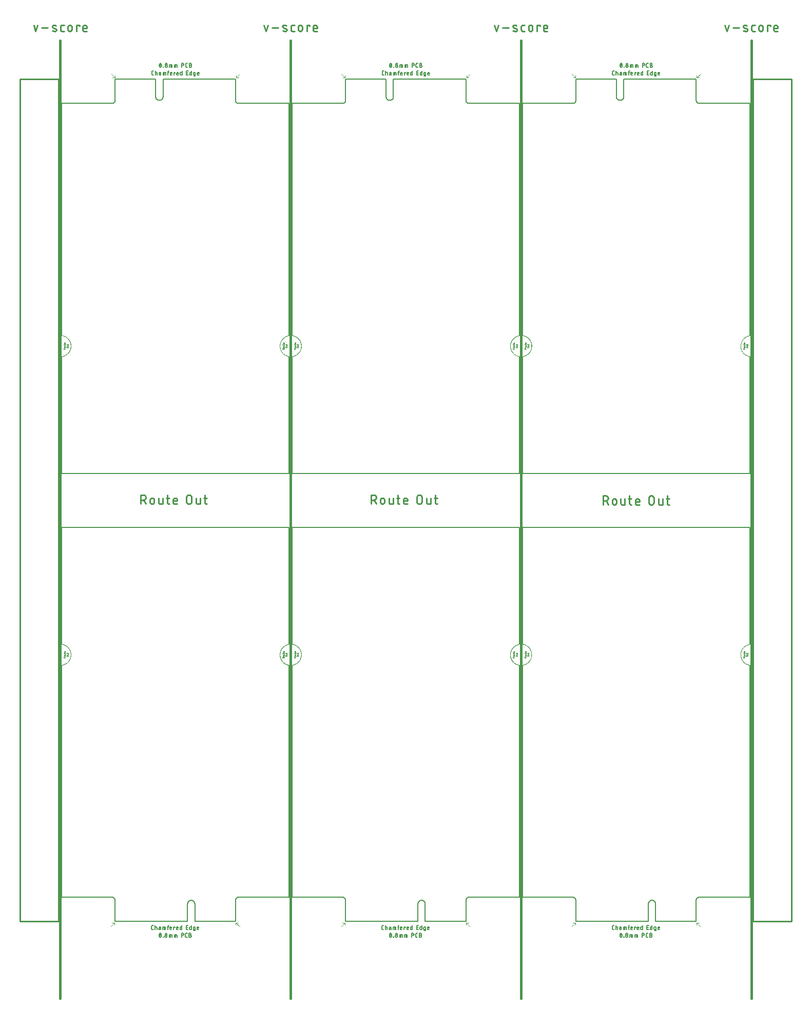
<source format=gko>
G04 EAGLE Gerber RS-274X export*
G75*
%MOMM*%
%FSLAX34Y34*%
%LPD*%
%IN*%
%IPPOS*%
%AMOC8*
5,1,8,0,0,1.08239X$1,22.5*%
G01*
%ADD10C,0.203200*%
%ADD11C,0.101600*%
%ADD12C,0.381000*%
%ADD13C,0.279400*%
%ADD14C,0.254000*%
%ADD15C,0.127000*%
%ADD16C,0.025400*%
%ADD17C,0.050000*%


D10*
X286710Y0D02*
X219710Y0D01*
X207710Y0D02*
X88210Y0D01*
X286710Y0D02*
X286710Y35000D01*
X286708Y35137D01*
X286710Y35274D01*
X286716Y35410D01*
X286726Y35547D01*
X286740Y35683D01*
X286758Y35818D01*
X286779Y35954D01*
X286804Y36088D01*
X286833Y36222D01*
X286866Y36355D01*
X286902Y36486D01*
X286942Y36617D01*
X286986Y36747D01*
X287033Y36875D01*
X287084Y37002D01*
X287138Y37128D01*
X287196Y37252D01*
X287257Y37374D01*
X287322Y37494D01*
X287390Y37613D01*
X287462Y37730D01*
X287536Y37844D01*
X287614Y37957D01*
X287695Y38067D01*
X287779Y38175D01*
X287866Y38280D01*
X287956Y38384D01*
X288049Y38484D01*
X288145Y38582D01*
X288243Y38677D01*
X288344Y38769D01*
X288448Y38859D01*
X288553Y38945D01*
X288662Y39029D01*
X288772Y39109D01*
X288885Y39187D01*
X289000Y39261D01*
X289117Y39332D01*
X289236Y39399D01*
X289357Y39463D01*
X289480Y39524D01*
X289604Y39581D01*
X289730Y39635D01*
X289857Y39686D01*
X289985Y39732D01*
X290115Y39775D01*
X290246Y39815D01*
X290378Y39850D01*
X290511Y39882D01*
X290645Y39911D01*
X290780Y39935D01*
X290915Y39956D01*
X291051Y39973D01*
X291187Y39986D01*
X291323Y39995D01*
X291460Y40000D01*
X374904Y40000D01*
X374904Y422656D01*
X374904Y457200D02*
X374904Y650000D01*
X0Y650000D01*
X0Y457200D01*
X0Y422910D02*
X0Y40000D01*
X88210Y35000D02*
X88210Y0D01*
X88210Y35000D02*
X88205Y35141D01*
X88196Y35282D01*
X88183Y35423D01*
X88166Y35563D01*
X88145Y35703D01*
X88120Y35842D01*
X88091Y35980D01*
X88059Y36118D01*
X88023Y36254D01*
X87983Y36390D01*
X87939Y36524D01*
X87892Y36657D01*
X87841Y36789D01*
X87787Y36920D01*
X87729Y37048D01*
X87667Y37175D01*
X87602Y37301D01*
X87533Y37424D01*
X87461Y37546D01*
X87386Y37666D01*
X87308Y37783D01*
X87226Y37898D01*
X87141Y38011D01*
X87053Y38122D01*
X86962Y38230D01*
X86868Y38335D01*
X86771Y38438D01*
X86672Y38539D01*
X86569Y38636D01*
X86464Y38731D01*
X86357Y38822D01*
X86247Y38911D01*
X86134Y38997D01*
X86020Y39079D01*
X85903Y39158D01*
X85784Y39234D01*
X85663Y39307D01*
X85539Y39376D01*
X85415Y39442D01*
X85288Y39505D01*
X85159Y39564D01*
X85029Y39619D01*
X84898Y39671D01*
X84765Y39719D01*
X84631Y39763D01*
X84496Y39804D01*
X84359Y39841D01*
X84222Y39874D01*
X84084Y39904D01*
X83945Y39929D01*
X83805Y39951D01*
X83665Y39969D01*
X83525Y39983D01*
X83384Y39993D01*
X83243Y40000D01*
X83101Y40002D01*
X82960Y40000D01*
X0Y40000D01*
X219710Y29000D02*
X219710Y0D01*
X207710Y0D02*
X207710Y29000D01*
X207712Y29153D01*
X207718Y29306D01*
X207727Y29459D01*
X207741Y29612D01*
X207758Y29764D01*
X207780Y29916D01*
X207805Y30067D01*
X207834Y30218D01*
X207867Y30368D01*
X207904Y30517D01*
X207944Y30665D01*
X207988Y30811D01*
X208036Y30957D01*
X208088Y31101D01*
X208144Y31244D01*
X208203Y31386D01*
X208265Y31526D01*
X208331Y31664D01*
X208401Y31801D01*
X208474Y31935D01*
X208551Y32068D01*
X208631Y32199D01*
X208714Y32328D01*
X208801Y32454D01*
X208890Y32579D01*
X208983Y32701D01*
X209079Y32820D01*
X209178Y32937D01*
X209280Y33052D01*
X209385Y33164D01*
X209493Y33273D01*
X209603Y33379D01*
X209716Y33483D01*
X209832Y33583D01*
X209950Y33681D01*
X210071Y33775D01*
X210194Y33867D01*
X210319Y33955D01*
X210447Y34040D01*
X210577Y34122D01*
X210708Y34200D01*
X210842Y34275D01*
X210978Y34347D01*
X211115Y34415D01*
X211254Y34479D01*
X211395Y34540D01*
X211537Y34598D01*
X211681Y34651D01*
X211826Y34701D01*
X211972Y34748D01*
X212119Y34790D01*
X212268Y34829D01*
X212417Y34864D01*
X212567Y34895D01*
X212718Y34922D01*
X212869Y34946D01*
X213022Y34965D01*
X213174Y34981D01*
X213327Y34993D01*
X213480Y35001D01*
X213633Y35005D01*
X213787Y35005D01*
X213940Y35001D01*
X214093Y34993D01*
X214246Y34981D01*
X214398Y34965D01*
X214551Y34946D01*
X214702Y34922D01*
X214853Y34895D01*
X215003Y34864D01*
X215152Y34829D01*
X215301Y34790D01*
X215448Y34748D01*
X215594Y34701D01*
X215739Y34651D01*
X215883Y34598D01*
X216025Y34540D01*
X216166Y34479D01*
X216305Y34415D01*
X216442Y34347D01*
X216578Y34275D01*
X216712Y34200D01*
X216843Y34122D01*
X216973Y34040D01*
X217101Y33955D01*
X217226Y33867D01*
X217349Y33775D01*
X217470Y33681D01*
X217588Y33583D01*
X217704Y33483D01*
X217817Y33379D01*
X217927Y33273D01*
X218035Y33164D01*
X218140Y33052D01*
X218242Y32937D01*
X218341Y32820D01*
X218437Y32701D01*
X218530Y32579D01*
X218619Y32454D01*
X218706Y32328D01*
X218789Y32199D01*
X218869Y32068D01*
X218946Y31935D01*
X219019Y31801D01*
X219089Y31664D01*
X219155Y31526D01*
X219217Y31386D01*
X219276Y31244D01*
X219332Y31101D01*
X219384Y30957D01*
X219432Y30811D01*
X219476Y30665D01*
X219516Y30517D01*
X219553Y30368D01*
X219586Y30218D01*
X219615Y30067D01*
X219640Y29916D01*
X219662Y29764D01*
X219679Y29612D01*
X219693Y29459D01*
X219702Y29306D01*
X219708Y29153D01*
X219710Y29000D01*
D11*
X0Y422910D02*
X418Y422970D01*
X834Y423040D01*
X1248Y423121D01*
X1660Y423212D01*
X2070Y423312D01*
X2478Y423423D01*
X2882Y423543D01*
X3283Y423674D01*
X3682Y423814D01*
X4076Y423963D01*
X4467Y424123D01*
X4854Y424292D01*
X5236Y424470D01*
X5614Y424657D01*
X5988Y424854D01*
X6356Y425060D01*
X6720Y425274D01*
X7078Y425498D01*
X7430Y425730D01*
X7777Y425971D01*
X8117Y426220D01*
X8452Y426477D01*
X8780Y426742D01*
X9102Y427016D01*
X9417Y427297D01*
X9724Y427585D01*
X10025Y427881D01*
X10319Y428185D01*
X10604Y428495D01*
X10883Y428812D01*
X11153Y429136D01*
X11416Y429467D01*
X11670Y429804D01*
X11916Y430147D01*
X12153Y430495D01*
X12382Y430850D01*
X12603Y431210D01*
X12814Y431575D01*
X13017Y431945D01*
X13210Y432321D01*
X13394Y432700D01*
X13569Y433084D01*
X13734Y433473D01*
X13890Y433865D01*
X14036Y434261D01*
X14173Y434660D01*
X14300Y435063D01*
X14417Y435468D01*
X14524Y435876D01*
X14621Y436287D01*
X14707Y436700D01*
X14784Y437115D01*
X14851Y437532D01*
X14907Y437950D01*
X14954Y438370D01*
X14990Y438790D01*
X15015Y439211D01*
X15031Y439633D01*
X15036Y440055D01*
X15031Y440477D01*
X15015Y440899D01*
X14990Y441320D01*
X14954Y441740D01*
X14907Y442160D01*
X14851Y442578D01*
X14784Y442995D01*
X14707Y443410D01*
X14621Y443823D01*
X14524Y444234D01*
X14417Y444642D01*
X14300Y445047D01*
X14173Y445450D01*
X14036Y445849D01*
X13890Y446245D01*
X13734Y446637D01*
X13569Y447026D01*
X13394Y447410D01*
X13210Y447789D01*
X13017Y448165D01*
X12814Y448535D01*
X12603Y448900D01*
X12382Y449260D01*
X12153Y449615D01*
X11916Y449963D01*
X11670Y450306D01*
X11416Y450643D01*
X11153Y450974D01*
X10883Y451298D01*
X10604Y451615D01*
X10319Y451925D01*
X10025Y452229D01*
X9724Y452525D01*
X9417Y452813D01*
X9102Y453094D01*
X8780Y453368D01*
X8452Y453633D01*
X8117Y453890D01*
X7777Y454139D01*
X7430Y454380D01*
X7078Y454612D01*
X6720Y454836D01*
X6356Y455050D01*
X5988Y455256D01*
X5614Y455453D01*
X5236Y455640D01*
X4854Y455818D01*
X4467Y455987D01*
X4076Y456147D01*
X3682Y456296D01*
X3283Y456436D01*
X2882Y456567D01*
X2478Y456687D01*
X2070Y456798D01*
X1660Y456898D01*
X1248Y456989D01*
X834Y457070D01*
X418Y457140D01*
X0Y457200D01*
X374904Y457200D02*
X374483Y457139D01*
X374064Y457068D01*
X373647Y456987D01*
X373232Y456896D01*
X372819Y456795D01*
X372408Y456683D01*
X372001Y456562D01*
X371597Y456431D01*
X371195Y456290D01*
X370798Y456139D01*
X370404Y455978D01*
X370015Y455808D01*
X369629Y455629D01*
X369248Y455440D01*
X368872Y455242D01*
X368501Y455034D01*
X368135Y454818D01*
X367774Y454593D01*
X367419Y454359D01*
X367070Y454117D01*
X366727Y453866D01*
X366390Y453607D01*
X366059Y453339D01*
X365735Y453064D01*
X365418Y452781D01*
X365108Y452490D01*
X364805Y452192D01*
X364509Y451886D01*
X364221Y451573D01*
X363941Y451254D01*
X363669Y450927D01*
X363404Y450594D01*
X363148Y450255D01*
X362900Y449910D01*
X362661Y449558D01*
X362430Y449201D01*
X362208Y448839D01*
X361995Y448471D01*
X361791Y448098D01*
X361597Y447720D01*
X361411Y447337D01*
X361235Y446950D01*
X361068Y446559D01*
X360911Y446164D01*
X360764Y445765D01*
X360626Y445363D01*
X360499Y444957D01*
X360381Y444549D01*
X360273Y444138D01*
X360176Y443724D01*
X360088Y443308D01*
X360011Y442890D01*
X359943Y442470D01*
X359887Y442049D01*
X359840Y441626D01*
X359804Y441202D01*
X359778Y440778D01*
X359762Y440353D01*
X359757Y439928D01*
X359762Y439503D01*
X359778Y439078D01*
X359804Y438654D01*
X359840Y438230D01*
X359887Y437807D01*
X359943Y437386D01*
X360011Y436966D01*
X360088Y436548D01*
X360176Y436132D01*
X360273Y435718D01*
X360381Y435307D01*
X360499Y434899D01*
X360626Y434493D01*
X360764Y434091D01*
X360911Y433692D01*
X361068Y433297D01*
X361235Y432906D01*
X361411Y432519D01*
X361597Y432136D01*
X361791Y431758D01*
X361995Y431385D01*
X362208Y431017D01*
X362430Y430655D01*
X362661Y430298D01*
X362900Y429946D01*
X363148Y429601D01*
X363404Y429262D01*
X363669Y428929D01*
X363941Y428602D01*
X364221Y428283D01*
X364509Y427970D01*
X364805Y427664D01*
X365108Y427366D01*
X365418Y427075D01*
X365735Y426792D01*
X366059Y426517D01*
X366390Y426249D01*
X366727Y425990D01*
X367070Y425739D01*
X367419Y425497D01*
X367774Y425263D01*
X368135Y425038D01*
X368501Y424822D01*
X368872Y424614D01*
X369248Y424416D01*
X369629Y424227D01*
X370015Y424048D01*
X370404Y423878D01*
X370798Y423717D01*
X371195Y423566D01*
X371597Y423425D01*
X372001Y423294D01*
X372408Y423173D01*
X372819Y423061D01*
X373232Y422960D01*
X373647Y422869D01*
X374064Y422788D01*
X374483Y422717D01*
X374904Y422656D01*
D10*
X599694Y0D02*
X666694Y0D01*
X587694Y0D02*
X468194Y0D01*
X666694Y0D02*
X666694Y35000D01*
X666692Y35137D01*
X666694Y35274D01*
X666700Y35410D01*
X666710Y35547D01*
X666724Y35683D01*
X666742Y35818D01*
X666763Y35954D01*
X666788Y36088D01*
X666817Y36222D01*
X666850Y36355D01*
X666886Y36486D01*
X666926Y36617D01*
X666970Y36747D01*
X667017Y36875D01*
X667068Y37002D01*
X667122Y37128D01*
X667180Y37252D01*
X667241Y37374D01*
X667306Y37494D01*
X667374Y37613D01*
X667446Y37730D01*
X667520Y37844D01*
X667598Y37957D01*
X667679Y38067D01*
X667763Y38175D01*
X667850Y38280D01*
X667940Y38384D01*
X668033Y38484D01*
X668129Y38582D01*
X668227Y38677D01*
X668328Y38769D01*
X668432Y38859D01*
X668537Y38945D01*
X668646Y39029D01*
X668756Y39109D01*
X668869Y39187D01*
X668984Y39261D01*
X669101Y39332D01*
X669220Y39399D01*
X669341Y39463D01*
X669464Y39524D01*
X669588Y39581D01*
X669714Y39635D01*
X669841Y39686D01*
X669969Y39732D01*
X670099Y39775D01*
X670230Y39815D01*
X670362Y39850D01*
X670495Y39882D01*
X670629Y39911D01*
X670764Y39935D01*
X670899Y39956D01*
X671035Y39973D01*
X671171Y39986D01*
X671307Y39995D01*
X671444Y40000D01*
X754888Y40000D01*
X754888Y422656D01*
X754888Y457200D02*
X754888Y650000D01*
X379984Y650000D01*
X379984Y457200D01*
X379984Y422910D02*
X379984Y40000D01*
X468194Y35000D02*
X468194Y0D01*
X468194Y35000D02*
X468189Y35141D01*
X468180Y35282D01*
X468167Y35423D01*
X468150Y35563D01*
X468129Y35703D01*
X468104Y35842D01*
X468075Y35980D01*
X468043Y36118D01*
X468007Y36254D01*
X467967Y36390D01*
X467923Y36524D01*
X467876Y36657D01*
X467825Y36789D01*
X467771Y36920D01*
X467713Y37048D01*
X467651Y37175D01*
X467586Y37301D01*
X467517Y37424D01*
X467445Y37546D01*
X467370Y37666D01*
X467292Y37783D01*
X467210Y37898D01*
X467125Y38011D01*
X467037Y38122D01*
X466946Y38230D01*
X466852Y38335D01*
X466755Y38438D01*
X466656Y38539D01*
X466553Y38636D01*
X466448Y38731D01*
X466341Y38822D01*
X466231Y38911D01*
X466118Y38997D01*
X466004Y39079D01*
X465887Y39158D01*
X465768Y39234D01*
X465647Y39307D01*
X465523Y39376D01*
X465399Y39442D01*
X465272Y39505D01*
X465143Y39564D01*
X465013Y39619D01*
X464882Y39671D01*
X464749Y39719D01*
X464615Y39763D01*
X464480Y39804D01*
X464343Y39841D01*
X464206Y39874D01*
X464068Y39904D01*
X463929Y39929D01*
X463789Y39951D01*
X463649Y39969D01*
X463509Y39983D01*
X463368Y39993D01*
X463227Y40000D01*
X463085Y40002D01*
X462944Y40000D01*
X379984Y40000D01*
X599694Y29000D02*
X599694Y0D01*
X587694Y0D02*
X587694Y29000D01*
X587696Y29153D01*
X587702Y29306D01*
X587711Y29459D01*
X587725Y29612D01*
X587742Y29764D01*
X587764Y29916D01*
X587789Y30067D01*
X587818Y30218D01*
X587851Y30368D01*
X587888Y30517D01*
X587928Y30665D01*
X587972Y30811D01*
X588020Y30957D01*
X588072Y31101D01*
X588128Y31244D01*
X588187Y31386D01*
X588249Y31526D01*
X588315Y31664D01*
X588385Y31801D01*
X588458Y31935D01*
X588535Y32068D01*
X588615Y32199D01*
X588698Y32328D01*
X588785Y32454D01*
X588874Y32579D01*
X588967Y32701D01*
X589063Y32820D01*
X589162Y32937D01*
X589264Y33052D01*
X589369Y33164D01*
X589477Y33273D01*
X589587Y33379D01*
X589700Y33483D01*
X589816Y33583D01*
X589934Y33681D01*
X590055Y33775D01*
X590178Y33867D01*
X590303Y33955D01*
X590431Y34040D01*
X590561Y34122D01*
X590692Y34200D01*
X590826Y34275D01*
X590962Y34347D01*
X591099Y34415D01*
X591238Y34479D01*
X591379Y34540D01*
X591521Y34598D01*
X591665Y34651D01*
X591810Y34701D01*
X591956Y34748D01*
X592103Y34790D01*
X592252Y34829D01*
X592401Y34864D01*
X592551Y34895D01*
X592702Y34922D01*
X592853Y34946D01*
X593006Y34965D01*
X593158Y34981D01*
X593311Y34993D01*
X593464Y35001D01*
X593617Y35005D01*
X593771Y35005D01*
X593924Y35001D01*
X594077Y34993D01*
X594230Y34981D01*
X594382Y34965D01*
X594535Y34946D01*
X594686Y34922D01*
X594837Y34895D01*
X594987Y34864D01*
X595136Y34829D01*
X595285Y34790D01*
X595432Y34748D01*
X595578Y34701D01*
X595723Y34651D01*
X595867Y34598D01*
X596009Y34540D01*
X596150Y34479D01*
X596289Y34415D01*
X596426Y34347D01*
X596562Y34275D01*
X596696Y34200D01*
X596827Y34122D01*
X596957Y34040D01*
X597085Y33955D01*
X597210Y33867D01*
X597333Y33775D01*
X597454Y33681D01*
X597572Y33583D01*
X597688Y33483D01*
X597801Y33379D01*
X597911Y33273D01*
X598019Y33164D01*
X598124Y33052D01*
X598226Y32937D01*
X598325Y32820D01*
X598421Y32701D01*
X598514Y32579D01*
X598603Y32454D01*
X598690Y32328D01*
X598773Y32199D01*
X598853Y32068D01*
X598930Y31935D01*
X599003Y31801D01*
X599073Y31664D01*
X599139Y31526D01*
X599201Y31386D01*
X599260Y31244D01*
X599316Y31101D01*
X599368Y30957D01*
X599416Y30811D01*
X599460Y30665D01*
X599500Y30517D01*
X599537Y30368D01*
X599570Y30218D01*
X599599Y30067D01*
X599624Y29916D01*
X599646Y29764D01*
X599663Y29612D01*
X599677Y29459D01*
X599686Y29306D01*
X599692Y29153D01*
X599694Y29000D01*
D11*
X379984Y422910D02*
X380402Y422970D01*
X380818Y423040D01*
X381232Y423121D01*
X381644Y423212D01*
X382054Y423312D01*
X382462Y423423D01*
X382866Y423543D01*
X383267Y423674D01*
X383666Y423814D01*
X384060Y423963D01*
X384451Y424123D01*
X384838Y424292D01*
X385220Y424470D01*
X385598Y424657D01*
X385972Y424854D01*
X386340Y425060D01*
X386704Y425274D01*
X387062Y425498D01*
X387414Y425730D01*
X387761Y425971D01*
X388101Y426220D01*
X388436Y426477D01*
X388764Y426742D01*
X389086Y427016D01*
X389401Y427297D01*
X389708Y427585D01*
X390009Y427881D01*
X390303Y428185D01*
X390588Y428495D01*
X390867Y428812D01*
X391137Y429136D01*
X391400Y429467D01*
X391654Y429804D01*
X391900Y430147D01*
X392137Y430495D01*
X392366Y430850D01*
X392587Y431210D01*
X392798Y431575D01*
X393001Y431945D01*
X393194Y432321D01*
X393378Y432700D01*
X393553Y433084D01*
X393718Y433473D01*
X393874Y433865D01*
X394020Y434261D01*
X394157Y434660D01*
X394284Y435063D01*
X394401Y435468D01*
X394508Y435876D01*
X394605Y436287D01*
X394691Y436700D01*
X394768Y437115D01*
X394835Y437532D01*
X394891Y437950D01*
X394938Y438370D01*
X394974Y438790D01*
X394999Y439211D01*
X395015Y439633D01*
X395020Y440055D01*
X395015Y440477D01*
X394999Y440899D01*
X394974Y441320D01*
X394938Y441740D01*
X394891Y442160D01*
X394835Y442578D01*
X394768Y442995D01*
X394691Y443410D01*
X394605Y443823D01*
X394508Y444234D01*
X394401Y444642D01*
X394284Y445047D01*
X394157Y445450D01*
X394020Y445849D01*
X393874Y446245D01*
X393718Y446637D01*
X393553Y447026D01*
X393378Y447410D01*
X393194Y447789D01*
X393001Y448165D01*
X392798Y448535D01*
X392587Y448900D01*
X392366Y449260D01*
X392137Y449615D01*
X391900Y449963D01*
X391654Y450306D01*
X391400Y450643D01*
X391137Y450974D01*
X390867Y451298D01*
X390588Y451615D01*
X390303Y451925D01*
X390009Y452229D01*
X389708Y452525D01*
X389401Y452813D01*
X389086Y453094D01*
X388764Y453368D01*
X388436Y453633D01*
X388101Y453890D01*
X387761Y454139D01*
X387414Y454380D01*
X387062Y454612D01*
X386704Y454836D01*
X386340Y455050D01*
X385972Y455256D01*
X385598Y455453D01*
X385220Y455640D01*
X384838Y455818D01*
X384451Y455987D01*
X384060Y456147D01*
X383666Y456296D01*
X383267Y456436D01*
X382866Y456567D01*
X382462Y456687D01*
X382054Y456798D01*
X381644Y456898D01*
X381232Y456989D01*
X380818Y457070D01*
X380402Y457140D01*
X379984Y457200D01*
X754888Y457200D02*
X754467Y457139D01*
X754048Y457068D01*
X753631Y456987D01*
X753216Y456896D01*
X752803Y456795D01*
X752392Y456683D01*
X751985Y456562D01*
X751581Y456431D01*
X751179Y456290D01*
X750782Y456139D01*
X750388Y455978D01*
X749999Y455808D01*
X749613Y455629D01*
X749232Y455440D01*
X748856Y455242D01*
X748485Y455034D01*
X748119Y454818D01*
X747758Y454593D01*
X747403Y454359D01*
X747054Y454117D01*
X746711Y453866D01*
X746374Y453607D01*
X746043Y453339D01*
X745719Y453064D01*
X745402Y452781D01*
X745092Y452490D01*
X744789Y452192D01*
X744493Y451886D01*
X744205Y451573D01*
X743925Y451254D01*
X743653Y450927D01*
X743388Y450594D01*
X743132Y450255D01*
X742884Y449910D01*
X742645Y449558D01*
X742414Y449201D01*
X742192Y448839D01*
X741979Y448471D01*
X741775Y448098D01*
X741581Y447720D01*
X741395Y447337D01*
X741219Y446950D01*
X741052Y446559D01*
X740895Y446164D01*
X740748Y445765D01*
X740610Y445363D01*
X740483Y444957D01*
X740365Y444549D01*
X740257Y444138D01*
X740160Y443724D01*
X740072Y443308D01*
X739995Y442890D01*
X739927Y442470D01*
X739871Y442049D01*
X739824Y441626D01*
X739788Y441202D01*
X739762Y440778D01*
X739746Y440353D01*
X739741Y439928D01*
X739746Y439503D01*
X739762Y439078D01*
X739788Y438654D01*
X739824Y438230D01*
X739871Y437807D01*
X739927Y437386D01*
X739995Y436966D01*
X740072Y436548D01*
X740160Y436132D01*
X740257Y435718D01*
X740365Y435307D01*
X740483Y434899D01*
X740610Y434493D01*
X740748Y434091D01*
X740895Y433692D01*
X741052Y433297D01*
X741219Y432906D01*
X741395Y432519D01*
X741581Y432136D01*
X741775Y431758D01*
X741979Y431385D01*
X742192Y431017D01*
X742414Y430655D01*
X742645Y430298D01*
X742884Y429946D01*
X743132Y429601D01*
X743388Y429262D01*
X743653Y428929D01*
X743925Y428602D01*
X744205Y428283D01*
X744493Y427970D01*
X744789Y427664D01*
X745092Y427366D01*
X745402Y427075D01*
X745719Y426792D01*
X746043Y426517D01*
X746374Y426249D01*
X746711Y425990D01*
X747054Y425739D01*
X747403Y425497D01*
X747758Y425263D01*
X748119Y425038D01*
X748485Y424822D01*
X748856Y424614D01*
X749232Y424416D01*
X749613Y424227D01*
X749999Y424048D01*
X750388Y423878D01*
X750782Y423717D01*
X751179Y423566D01*
X751581Y423425D01*
X751985Y423294D01*
X752392Y423173D01*
X752803Y423061D01*
X753216Y422960D01*
X753631Y422869D01*
X754048Y422788D01*
X754467Y422717D01*
X754888Y422656D01*
D10*
X979678Y0D02*
X1046678Y0D01*
X967678Y0D02*
X848178Y0D01*
X1046678Y0D02*
X1046678Y35000D01*
X1046676Y35137D01*
X1046678Y35274D01*
X1046684Y35410D01*
X1046694Y35547D01*
X1046708Y35683D01*
X1046726Y35818D01*
X1046747Y35954D01*
X1046772Y36088D01*
X1046801Y36222D01*
X1046834Y36355D01*
X1046870Y36486D01*
X1046910Y36617D01*
X1046954Y36747D01*
X1047001Y36875D01*
X1047052Y37002D01*
X1047106Y37128D01*
X1047164Y37252D01*
X1047225Y37374D01*
X1047290Y37494D01*
X1047358Y37613D01*
X1047430Y37730D01*
X1047504Y37844D01*
X1047582Y37957D01*
X1047663Y38067D01*
X1047747Y38175D01*
X1047834Y38280D01*
X1047924Y38384D01*
X1048017Y38484D01*
X1048113Y38582D01*
X1048211Y38677D01*
X1048312Y38769D01*
X1048416Y38859D01*
X1048521Y38945D01*
X1048630Y39029D01*
X1048740Y39109D01*
X1048853Y39187D01*
X1048968Y39261D01*
X1049085Y39332D01*
X1049204Y39399D01*
X1049325Y39463D01*
X1049448Y39524D01*
X1049572Y39581D01*
X1049698Y39635D01*
X1049825Y39686D01*
X1049953Y39732D01*
X1050083Y39775D01*
X1050214Y39815D01*
X1050346Y39850D01*
X1050479Y39882D01*
X1050613Y39911D01*
X1050748Y39935D01*
X1050883Y39956D01*
X1051019Y39973D01*
X1051155Y39986D01*
X1051291Y39995D01*
X1051428Y40000D01*
X1134872Y40000D01*
X1134872Y422656D01*
X1134872Y457200D02*
X1134872Y650000D01*
X759968Y650000D01*
X759968Y457200D01*
X759968Y422910D02*
X759968Y40000D01*
X848178Y35000D02*
X848178Y0D01*
X848178Y35000D02*
X848173Y35141D01*
X848164Y35282D01*
X848151Y35423D01*
X848134Y35563D01*
X848113Y35703D01*
X848088Y35842D01*
X848059Y35980D01*
X848027Y36118D01*
X847991Y36254D01*
X847951Y36390D01*
X847907Y36524D01*
X847860Y36657D01*
X847809Y36789D01*
X847755Y36920D01*
X847697Y37048D01*
X847635Y37175D01*
X847570Y37301D01*
X847501Y37424D01*
X847429Y37546D01*
X847354Y37666D01*
X847276Y37783D01*
X847194Y37898D01*
X847109Y38011D01*
X847021Y38122D01*
X846930Y38230D01*
X846836Y38335D01*
X846739Y38438D01*
X846640Y38539D01*
X846537Y38636D01*
X846432Y38731D01*
X846325Y38822D01*
X846215Y38911D01*
X846102Y38997D01*
X845988Y39079D01*
X845871Y39158D01*
X845752Y39234D01*
X845631Y39307D01*
X845507Y39376D01*
X845383Y39442D01*
X845256Y39505D01*
X845127Y39564D01*
X844997Y39619D01*
X844866Y39671D01*
X844733Y39719D01*
X844599Y39763D01*
X844464Y39804D01*
X844327Y39841D01*
X844190Y39874D01*
X844052Y39904D01*
X843913Y39929D01*
X843773Y39951D01*
X843633Y39969D01*
X843493Y39983D01*
X843352Y39993D01*
X843211Y40000D01*
X843069Y40002D01*
X842928Y40000D01*
X759968Y40000D01*
X979678Y29000D02*
X979678Y0D01*
X967678Y0D02*
X967678Y29000D01*
X967680Y29153D01*
X967686Y29306D01*
X967695Y29459D01*
X967709Y29612D01*
X967726Y29764D01*
X967748Y29916D01*
X967773Y30067D01*
X967802Y30218D01*
X967835Y30368D01*
X967872Y30517D01*
X967912Y30665D01*
X967956Y30811D01*
X968004Y30957D01*
X968056Y31101D01*
X968112Y31244D01*
X968171Y31386D01*
X968233Y31526D01*
X968299Y31664D01*
X968369Y31801D01*
X968442Y31935D01*
X968519Y32068D01*
X968599Y32199D01*
X968682Y32328D01*
X968769Y32454D01*
X968858Y32579D01*
X968951Y32701D01*
X969047Y32820D01*
X969146Y32937D01*
X969248Y33052D01*
X969353Y33164D01*
X969461Y33273D01*
X969571Y33379D01*
X969684Y33483D01*
X969800Y33583D01*
X969918Y33681D01*
X970039Y33775D01*
X970162Y33867D01*
X970287Y33955D01*
X970415Y34040D01*
X970545Y34122D01*
X970676Y34200D01*
X970810Y34275D01*
X970946Y34347D01*
X971083Y34415D01*
X971222Y34479D01*
X971363Y34540D01*
X971505Y34598D01*
X971649Y34651D01*
X971794Y34701D01*
X971940Y34748D01*
X972087Y34790D01*
X972236Y34829D01*
X972385Y34864D01*
X972535Y34895D01*
X972686Y34922D01*
X972837Y34946D01*
X972990Y34965D01*
X973142Y34981D01*
X973295Y34993D01*
X973448Y35001D01*
X973601Y35005D01*
X973755Y35005D01*
X973908Y35001D01*
X974061Y34993D01*
X974214Y34981D01*
X974366Y34965D01*
X974519Y34946D01*
X974670Y34922D01*
X974821Y34895D01*
X974971Y34864D01*
X975120Y34829D01*
X975269Y34790D01*
X975416Y34748D01*
X975562Y34701D01*
X975707Y34651D01*
X975851Y34598D01*
X975993Y34540D01*
X976134Y34479D01*
X976273Y34415D01*
X976410Y34347D01*
X976546Y34275D01*
X976680Y34200D01*
X976811Y34122D01*
X976941Y34040D01*
X977069Y33955D01*
X977194Y33867D01*
X977317Y33775D01*
X977438Y33681D01*
X977556Y33583D01*
X977672Y33483D01*
X977785Y33379D01*
X977895Y33273D01*
X978003Y33164D01*
X978108Y33052D01*
X978210Y32937D01*
X978309Y32820D01*
X978405Y32701D01*
X978498Y32579D01*
X978587Y32454D01*
X978674Y32328D01*
X978757Y32199D01*
X978837Y32068D01*
X978914Y31935D01*
X978987Y31801D01*
X979057Y31664D01*
X979123Y31526D01*
X979185Y31386D01*
X979244Y31244D01*
X979300Y31101D01*
X979352Y30957D01*
X979400Y30811D01*
X979444Y30665D01*
X979484Y30517D01*
X979521Y30368D01*
X979554Y30218D01*
X979583Y30067D01*
X979608Y29916D01*
X979630Y29764D01*
X979647Y29612D01*
X979661Y29459D01*
X979670Y29306D01*
X979676Y29153D01*
X979678Y29000D01*
D11*
X759968Y422910D02*
X760386Y422970D01*
X760802Y423040D01*
X761216Y423121D01*
X761628Y423212D01*
X762038Y423312D01*
X762446Y423423D01*
X762850Y423543D01*
X763251Y423674D01*
X763650Y423814D01*
X764044Y423963D01*
X764435Y424123D01*
X764822Y424292D01*
X765204Y424470D01*
X765582Y424657D01*
X765956Y424854D01*
X766324Y425060D01*
X766688Y425274D01*
X767046Y425498D01*
X767398Y425730D01*
X767745Y425971D01*
X768085Y426220D01*
X768420Y426477D01*
X768748Y426742D01*
X769070Y427016D01*
X769385Y427297D01*
X769692Y427585D01*
X769993Y427881D01*
X770287Y428185D01*
X770572Y428495D01*
X770851Y428812D01*
X771121Y429136D01*
X771384Y429467D01*
X771638Y429804D01*
X771884Y430147D01*
X772121Y430495D01*
X772350Y430850D01*
X772571Y431210D01*
X772782Y431575D01*
X772985Y431945D01*
X773178Y432321D01*
X773362Y432700D01*
X773537Y433084D01*
X773702Y433473D01*
X773858Y433865D01*
X774004Y434261D01*
X774141Y434660D01*
X774268Y435063D01*
X774385Y435468D01*
X774492Y435876D01*
X774589Y436287D01*
X774675Y436700D01*
X774752Y437115D01*
X774819Y437532D01*
X774875Y437950D01*
X774922Y438370D01*
X774958Y438790D01*
X774983Y439211D01*
X774999Y439633D01*
X775004Y440055D01*
X774999Y440477D01*
X774983Y440899D01*
X774958Y441320D01*
X774922Y441740D01*
X774875Y442160D01*
X774819Y442578D01*
X774752Y442995D01*
X774675Y443410D01*
X774589Y443823D01*
X774492Y444234D01*
X774385Y444642D01*
X774268Y445047D01*
X774141Y445450D01*
X774004Y445849D01*
X773858Y446245D01*
X773702Y446637D01*
X773537Y447026D01*
X773362Y447410D01*
X773178Y447789D01*
X772985Y448165D01*
X772782Y448535D01*
X772571Y448900D01*
X772350Y449260D01*
X772121Y449615D01*
X771884Y449963D01*
X771638Y450306D01*
X771384Y450643D01*
X771121Y450974D01*
X770851Y451298D01*
X770572Y451615D01*
X770287Y451925D01*
X769993Y452229D01*
X769692Y452525D01*
X769385Y452813D01*
X769070Y453094D01*
X768748Y453368D01*
X768420Y453633D01*
X768085Y453890D01*
X767745Y454139D01*
X767398Y454380D01*
X767046Y454612D01*
X766688Y454836D01*
X766324Y455050D01*
X765956Y455256D01*
X765582Y455453D01*
X765204Y455640D01*
X764822Y455818D01*
X764435Y455987D01*
X764044Y456147D01*
X763650Y456296D01*
X763251Y456436D01*
X762850Y456567D01*
X762446Y456687D01*
X762038Y456798D01*
X761628Y456898D01*
X761216Y456989D01*
X760802Y457070D01*
X760386Y457140D01*
X759968Y457200D01*
X1134872Y457200D02*
X1134451Y457139D01*
X1134032Y457068D01*
X1133615Y456987D01*
X1133200Y456896D01*
X1132787Y456795D01*
X1132376Y456683D01*
X1131969Y456562D01*
X1131565Y456431D01*
X1131163Y456290D01*
X1130766Y456139D01*
X1130372Y455978D01*
X1129983Y455808D01*
X1129597Y455629D01*
X1129216Y455440D01*
X1128840Y455242D01*
X1128469Y455034D01*
X1128103Y454818D01*
X1127742Y454593D01*
X1127387Y454359D01*
X1127038Y454117D01*
X1126695Y453866D01*
X1126358Y453607D01*
X1126027Y453339D01*
X1125703Y453064D01*
X1125386Y452781D01*
X1125076Y452490D01*
X1124773Y452192D01*
X1124477Y451886D01*
X1124189Y451573D01*
X1123909Y451254D01*
X1123637Y450927D01*
X1123372Y450594D01*
X1123116Y450255D01*
X1122868Y449910D01*
X1122629Y449558D01*
X1122398Y449201D01*
X1122176Y448839D01*
X1121963Y448471D01*
X1121759Y448098D01*
X1121565Y447720D01*
X1121379Y447337D01*
X1121203Y446950D01*
X1121036Y446559D01*
X1120879Y446164D01*
X1120732Y445765D01*
X1120594Y445363D01*
X1120467Y444957D01*
X1120349Y444549D01*
X1120241Y444138D01*
X1120144Y443724D01*
X1120056Y443308D01*
X1119979Y442890D01*
X1119911Y442470D01*
X1119855Y442049D01*
X1119808Y441626D01*
X1119772Y441202D01*
X1119746Y440778D01*
X1119730Y440353D01*
X1119725Y439928D01*
X1119730Y439503D01*
X1119746Y439078D01*
X1119772Y438654D01*
X1119808Y438230D01*
X1119855Y437807D01*
X1119911Y437386D01*
X1119979Y436966D01*
X1120056Y436548D01*
X1120144Y436132D01*
X1120241Y435718D01*
X1120349Y435307D01*
X1120467Y434899D01*
X1120594Y434493D01*
X1120732Y434091D01*
X1120879Y433692D01*
X1121036Y433297D01*
X1121203Y432906D01*
X1121379Y432519D01*
X1121565Y432136D01*
X1121759Y431758D01*
X1121963Y431385D01*
X1122176Y431017D01*
X1122398Y430655D01*
X1122629Y430298D01*
X1122868Y429946D01*
X1123116Y429601D01*
X1123372Y429262D01*
X1123637Y428929D01*
X1123909Y428602D01*
X1124189Y428283D01*
X1124477Y427970D01*
X1124773Y427664D01*
X1125076Y427366D01*
X1125386Y427075D01*
X1125703Y426792D01*
X1126027Y426517D01*
X1126358Y426249D01*
X1126695Y425990D01*
X1127038Y425739D01*
X1127387Y425497D01*
X1127742Y425263D01*
X1128103Y425038D01*
X1128469Y424822D01*
X1128840Y424614D01*
X1129216Y424416D01*
X1129597Y424227D01*
X1129983Y424048D01*
X1130372Y423878D01*
X1130766Y423717D01*
X1131163Y423566D01*
X1131565Y423425D01*
X1131969Y423294D01*
X1132376Y423173D01*
X1132787Y423061D01*
X1133200Y422960D01*
X1133615Y422869D01*
X1134032Y422788D01*
X1134451Y422717D01*
X1134872Y422656D01*
D10*
X155194Y1388897D02*
X88194Y1388897D01*
X167194Y1388897D02*
X286694Y1388897D01*
X88194Y1388897D02*
X88194Y1353897D01*
X88196Y1353760D01*
X88194Y1353623D01*
X88188Y1353487D01*
X88178Y1353350D01*
X88164Y1353214D01*
X88146Y1353079D01*
X88125Y1352943D01*
X88100Y1352809D01*
X88071Y1352675D01*
X88038Y1352542D01*
X88002Y1352411D01*
X87962Y1352280D01*
X87918Y1352150D01*
X87871Y1352022D01*
X87820Y1351895D01*
X87766Y1351769D01*
X87708Y1351645D01*
X87647Y1351523D01*
X87582Y1351403D01*
X87514Y1351284D01*
X87442Y1351167D01*
X87368Y1351053D01*
X87290Y1350940D01*
X87209Y1350830D01*
X87125Y1350722D01*
X87038Y1350617D01*
X86948Y1350513D01*
X86855Y1350413D01*
X86759Y1350315D01*
X86661Y1350220D01*
X86560Y1350128D01*
X86456Y1350038D01*
X86351Y1349952D01*
X86242Y1349868D01*
X86132Y1349788D01*
X86019Y1349710D01*
X85904Y1349636D01*
X85787Y1349565D01*
X85668Y1349498D01*
X85547Y1349434D01*
X85424Y1349373D01*
X85300Y1349316D01*
X85174Y1349262D01*
X85047Y1349211D01*
X84919Y1349165D01*
X84789Y1349122D01*
X84658Y1349082D01*
X84526Y1349047D01*
X84393Y1349015D01*
X84259Y1348986D01*
X84124Y1348962D01*
X83989Y1348941D01*
X83853Y1348924D01*
X83717Y1348911D01*
X83581Y1348902D01*
X83444Y1348897D01*
X0Y1348897D01*
X0Y966241D01*
X0Y931697D02*
X0Y738897D01*
X374904Y738897D01*
X374904Y931697D01*
X374904Y965987D02*
X374904Y1348897D01*
X286694Y1353897D02*
X286694Y1388897D01*
X286694Y1353897D02*
X286699Y1353756D01*
X286708Y1353615D01*
X286721Y1353474D01*
X286738Y1353334D01*
X286759Y1353194D01*
X286784Y1353055D01*
X286813Y1352917D01*
X286845Y1352779D01*
X286881Y1352643D01*
X286921Y1352507D01*
X286965Y1352373D01*
X287012Y1352240D01*
X287063Y1352108D01*
X287117Y1351977D01*
X287175Y1351849D01*
X287237Y1351722D01*
X287302Y1351596D01*
X287371Y1351473D01*
X287443Y1351351D01*
X287518Y1351231D01*
X287596Y1351114D01*
X287678Y1350999D01*
X287763Y1350886D01*
X287851Y1350775D01*
X287942Y1350667D01*
X288036Y1350562D01*
X288133Y1350459D01*
X288232Y1350358D01*
X288335Y1350261D01*
X288440Y1350166D01*
X288547Y1350075D01*
X288657Y1349986D01*
X288770Y1349900D01*
X288884Y1349818D01*
X289001Y1349739D01*
X289120Y1349663D01*
X289241Y1349590D01*
X289365Y1349521D01*
X289489Y1349455D01*
X289616Y1349392D01*
X289745Y1349333D01*
X289875Y1349278D01*
X290006Y1349226D01*
X290139Y1349178D01*
X290273Y1349134D01*
X290408Y1349093D01*
X290545Y1349056D01*
X290682Y1349023D01*
X290820Y1348993D01*
X290959Y1348968D01*
X291099Y1348946D01*
X291239Y1348928D01*
X291379Y1348914D01*
X291520Y1348904D01*
X291661Y1348897D01*
X291803Y1348895D01*
X291944Y1348897D01*
X374904Y1348897D01*
X155194Y1359897D02*
X155194Y1388897D01*
X167194Y1388897D02*
X167194Y1359897D01*
X167192Y1359744D01*
X167186Y1359591D01*
X167177Y1359438D01*
X167163Y1359285D01*
X167146Y1359133D01*
X167124Y1358981D01*
X167099Y1358830D01*
X167070Y1358679D01*
X167037Y1358529D01*
X167000Y1358380D01*
X166960Y1358232D01*
X166916Y1358086D01*
X166868Y1357940D01*
X166816Y1357796D01*
X166760Y1357653D01*
X166701Y1357511D01*
X166639Y1357371D01*
X166573Y1357233D01*
X166503Y1357096D01*
X166430Y1356962D01*
X166353Y1356829D01*
X166273Y1356698D01*
X166190Y1356569D01*
X166103Y1356443D01*
X166014Y1356318D01*
X165921Y1356196D01*
X165825Y1356077D01*
X165726Y1355960D01*
X165624Y1355845D01*
X165519Y1355733D01*
X165411Y1355624D01*
X165301Y1355518D01*
X165188Y1355414D01*
X165072Y1355314D01*
X164954Y1355216D01*
X164833Y1355122D01*
X164710Y1355030D01*
X164585Y1354942D01*
X164457Y1354857D01*
X164327Y1354775D01*
X164196Y1354697D01*
X164062Y1354622D01*
X163926Y1354550D01*
X163789Y1354482D01*
X163650Y1354418D01*
X163509Y1354357D01*
X163367Y1354299D01*
X163223Y1354246D01*
X163078Y1354196D01*
X162932Y1354149D01*
X162785Y1354107D01*
X162636Y1354068D01*
X162487Y1354033D01*
X162337Y1354002D01*
X162186Y1353975D01*
X162035Y1353951D01*
X161882Y1353932D01*
X161730Y1353916D01*
X161577Y1353904D01*
X161424Y1353896D01*
X161271Y1353892D01*
X161117Y1353892D01*
X160964Y1353896D01*
X160811Y1353904D01*
X160658Y1353916D01*
X160506Y1353932D01*
X160353Y1353951D01*
X160202Y1353975D01*
X160051Y1354002D01*
X159901Y1354033D01*
X159752Y1354068D01*
X159603Y1354107D01*
X159456Y1354149D01*
X159310Y1354196D01*
X159165Y1354246D01*
X159021Y1354299D01*
X158879Y1354357D01*
X158738Y1354418D01*
X158599Y1354482D01*
X158462Y1354550D01*
X158326Y1354622D01*
X158192Y1354697D01*
X158061Y1354775D01*
X157931Y1354857D01*
X157803Y1354942D01*
X157678Y1355030D01*
X157555Y1355122D01*
X157434Y1355216D01*
X157316Y1355314D01*
X157200Y1355414D01*
X157087Y1355518D01*
X156977Y1355624D01*
X156869Y1355733D01*
X156764Y1355845D01*
X156662Y1355960D01*
X156563Y1356077D01*
X156467Y1356196D01*
X156374Y1356318D01*
X156285Y1356443D01*
X156198Y1356569D01*
X156115Y1356698D01*
X156035Y1356829D01*
X155958Y1356962D01*
X155885Y1357096D01*
X155815Y1357233D01*
X155749Y1357371D01*
X155687Y1357511D01*
X155628Y1357653D01*
X155572Y1357796D01*
X155520Y1357940D01*
X155472Y1358086D01*
X155428Y1358232D01*
X155388Y1358380D01*
X155351Y1358529D01*
X155318Y1358679D01*
X155289Y1358830D01*
X155264Y1358981D01*
X155242Y1359133D01*
X155225Y1359285D01*
X155211Y1359438D01*
X155202Y1359591D01*
X155196Y1359744D01*
X155194Y1359897D01*
D11*
X374904Y965987D02*
X374486Y965927D01*
X374070Y965857D01*
X373656Y965776D01*
X373244Y965685D01*
X372834Y965585D01*
X372426Y965474D01*
X372022Y965354D01*
X371621Y965223D01*
X371222Y965083D01*
X370828Y964934D01*
X370437Y964774D01*
X370050Y964605D01*
X369668Y964427D01*
X369290Y964240D01*
X368916Y964043D01*
X368548Y963837D01*
X368184Y963623D01*
X367826Y963399D01*
X367474Y963167D01*
X367127Y962926D01*
X366787Y962677D01*
X366452Y962420D01*
X366124Y962155D01*
X365802Y961881D01*
X365487Y961600D01*
X365180Y961312D01*
X364879Y961016D01*
X364585Y960712D01*
X364300Y960402D01*
X364021Y960085D01*
X363751Y959761D01*
X363488Y959430D01*
X363234Y959093D01*
X362988Y958750D01*
X362751Y958402D01*
X362522Y958047D01*
X362301Y957687D01*
X362090Y957322D01*
X361887Y956952D01*
X361694Y956576D01*
X361510Y956197D01*
X361335Y955813D01*
X361170Y955424D01*
X361014Y955032D01*
X360868Y954636D01*
X360731Y954237D01*
X360604Y953834D01*
X360487Y953429D01*
X360380Y953021D01*
X360283Y952610D01*
X360197Y952197D01*
X360120Y951782D01*
X360053Y951365D01*
X359997Y950947D01*
X359950Y950527D01*
X359914Y950107D01*
X359889Y949686D01*
X359873Y949264D01*
X359868Y948842D01*
X359873Y948420D01*
X359889Y947998D01*
X359914Y947577D01*
X359950Y947157D01*
X359997Y946737D01*
X360053Y946319D01*
X360120Y945902D01*
X360197Y945487D01*
X360283Y945074D01*
X360380Y944663D01*
X360487Y944255D01*
X360604Y943850D01*
X360731Y943447D01*
X360868Y943048D01*
X361014Y942652D01*
X361170Y942260D01*
X361335Y941871D01*
X361510Y941487D01*
X361694Y941108D01*
X361887Y940732D01*
X362090Y940362D01*
X362301Y939997D01*
X362522Y939637D01*
X362751Y939282D01*
X362988Y938934D01*
X363234Y938591D01*
X363488Y938254D01*
X363751Y937923D01*
X364021Y937599D01*
X364300Y937282D01*
X364585Y936972D01*
X364879Y936668D01*
X365180Y936372D01*
X365487Y936084D01*
X365802Y935803D01*
X366124Y935529D01*
X366452Y935264D01*
X366787Y935007D01*
X367127Y934758D01*
X367474Y934517D01*
X367826Y934285D01*
X368184Y934061D01*
X368548Y933847D01*
X368916Y933641D01*
X369290Y933444D01*
X369668Y933257D01*
X370050Y933079D01*
X370437Y932910D01*
X370828Y932750D01*
X371222Y932601D01*
X371621Y932461D01*
X372022Y932330D01*
X372426Y932210D01*
X372834Y932099D01*
X373244Y931999D01*
X373656Y931908D01*
X374070Y931827D01*
X374486Y931757D01*
X374904Y931697D01*
X0Y931697D02*
X421Y931758D01*
X840Y931829D01*
X1257Y931910D01*
X1672Y932001D01*
X2085Y932102D01*
X2496Y932214D01*
X2903Y932335D01*
X3307Y932466D01*
X3709Y932607D01*
X4106Y932758D01*
X4500Y932919D01*
X4889Y933089D01*
X5275Y933268D01*
X5656Y933457D01*
X6032Y933655D01*
X6403Y933863D01*
X6769Y934079D01*
X7130Y934304D01*
X7485Y934538D01*
X7834Y934780D01*
X8177Y935031D01*
X8514Y935290D01*
X8845Y935558D01*
X9169Y935833D01*
X9486Y936116D01*
X9796Y936407D01*
X10099Y936705D01*
X10395Y937011D01*
X10683Y937324D01*
X10963Y937643D01*
X11235Y937970D01*
X11500Y938303D01*
X11756Y938642D01*
X12004Y938987D01*
X12243Y939339D01*
X12474Y939696D01*
X12696Y940058D01*
X12909Y940426D01*
X13113Y940799D01*
X13307Y941177D01*
X13493Y941560D01*
X13669Y941947D01*
X13836Y942338D01*
X13993Y942733D01*
X14140Y943132D01*
X14278Y943534D01*
X14405Y943940D01*
X14523Y944348D01*
X14631Y944759D01*
X14728Y945173D01*
X14816Y945589D01*
X14893Y946007D01*
X14961Y946427D01*
X15017Y946848D01*
X15064Y947271D01*
X15100Y947695D01*
X15126Y948119D01*
X15142Y948544D01*
X15147Y948969D01*
X15142Y949394D01*
X15126Y949819D01*
X15100Y950243D01*
X15064Y950667D01*
X15017Y951090D01*
X14961Y951511D01*
X14893Y951931D01*
X14816Y952349D01*
X14728Y952765D01*
X14631Y953179D01*
X14523Y953590D01*
X14405Y953998D01*
X14278Y954404D01*
X14140Y954806D01*
X13993Y955205D01*
X13836Y955600D01*
X13669Y955991D01*
X13493Y956378D01*
X13307Y956761D01*
X13113Y957139D01*
X12909Y957512D01*
X12696Y957880D01*
X12474Y958242D01*
X12243Y958599D01*
X12004Y958951D01*
X11756Y959296D01*
X11500Y959635D01*
X11235Y959968D01*
X10963Y960295D01*
X10683Y960614D01*
X10395Y960927D01*
X10099Y961233D01*
X9796Y961531D01*
X9486Y961822D01*
X9169Y962105D01*
X8845Y962380D01*
X8514Y962648D01*
X8177Y962907D01*
X7834Y963158D01*
X7485Y963400D01*
X7130Y963634D01*
X6769Y963859D01*
X6403Y964075D01*
X6032Y964283D01*
X5656Y964481D01*
X5275Y964670D01*
X4889Y964849D01*
X4500Y965019D01*
X4106Y965180D01*
X3709Y965331D01*
X3307Y965472D01*
X2903Y965603D01*
X2496Y965724D01*
X2085Y965836D01*
X1672Y965937D01*
X1257Y966028D01*
X840Y966109D01*
X421Y966180D01*
X0Y966241D01*
D10*
X468178Y1388897D02*
X535178Y1388897D01*
X547178Y1388897D02*
X666678Y1388897D01*
X468178Y1388897D02*
X468178Y1353897D01*
X468180Y1353760D01*
X468178Y1353623D01*
X468172Y1353487D01*
X468162Y1353350D01*
X468148Y1353214D01*
X468130Y1353079D01*
X468109Y1352943D01*
X468084Y1352809D01*
X468055Y1352675D01*
X468022Y1352542D01*
X467986Y1352411D01*
X467946Y1352280D01*
X467902Y1352150D01*
X467855Y1352022D01*
X467804Y1351895D01*
X467750Y1351769D01*
X467692Y1351645D01*
X467631Y1351523D01*
X467566Y1351403D01*
X467498Y1351284D01*
X467426Y1351167D01*
X467352Y1351053D01*
X467274Y1350940D01*
X467193Y1350830D01*
X467109Y1350722D01*
X467022Y1350617D01*
X466932Y1350513D01*
X466839Y1350413D01*
X466743Y1350315D01*
X466645Y1350220D01*
X466544Y1350128D01*
X466440Y1350038D01*
X466335Y1349952D01*
X466226Y1349868D01*
X466116Y1349788D01*
X466003Y1349710D01*
X465888Y1349636D01*
X465771Y1349565D01*
X465652Y1349498D01*
X465531Y1349434D01*
X465408Y1349373D01*
X465284Y1349316D01*
X465158Y1349262D01*
X465031Y1349211D01*
X464903Y1349165D01*
X464773Y1349122D01*
X464642Y1349082D01*
X464510Y1349047D01*
X464377Y1349015D01*
X464243Y1348986D01*
X464108Y1348962D01*
X463973Y1348941D01*
X463837Y1348924D01*
X463701Y1348911D01*
X463565Y1348902D01*
X463428Y1348897D01*
X379984Y1348897D01*
X379984Y966241D01*
X379984Y931697D02*
X379984Y738897D01*
X754888Y738897D01*
X754888Y931697D01*
X754888Y965987D02*
X754888Y1348897D01*
X666678Y1353897D02*
X666678Y1388897D01*
X666678Y1353897D02*
X666683Y1353756D01*
X666692Y1353615D01*
X666705Y1353474D01*
X666722Y1353334D01*
X666743Y1353194D01*
X666768Y1353055D01*
X666797Y1352917D01*
X666829Y1352779D01*
X666865Y1352643D01*
X666905Y1352507D01*
X666949Y1352373D01*
X666996Y1352240D01*
X667047Y1352108D01*
X667101Y1351977D01*
X667159Y1351849D01*
X667221Y1351722D01*
X667286Y1351596D01*
X667355Y1351473D01*
X667427Y1351351D01*
X667502Y1351231D01*
X667580Y1351114D01*
X667662Y1350999D01*
X667747Y1350886D01*
X667835Y1350775D01*
X667926Y1350667D01*
X668020Y1350562D01*
X668117Y1350459D01*
X668216Y1350358D01*
X668319Y1350261D01*
X668424Y1350166D01*
X668531Y1350075D01*
X668641Y1349986D01*
X668754Y1349900D01*
X668868Y1349818D01*
X668985Y1349739D01*
X669104Y1349663D01*
X669225Y1349590D01*
X669349Y1349521D01*
X669473Y1349455D01*
X669600Y1349392D01*
X669729Y1349333D01*
X669859Y1349278D01*
X669990Y1349226D01*
X670123Y1349178D01*
X670257Y1349134D01*
X670392Y1349093D01*
X670529Y1349056D01*
X670666Y1349023D01*
X670804Y1348993D01*
X670943Y1348968D01*
X671083Y1348946D01*
X671223Y1348928D01*
X671363Y1348914D01*
X671504Y1348904D01*
X671645Y1348897D01*
X671787Y1348895D01*
X671928Y1348897D01*
X754888Y1348897D01*
X535178Y1359897D02*
X535178Y1388897D01*
X547178Y1388897D02*
X547178Y1359897D01*
X547176Y1359744D01*
X547170Y1359591D01*
X547161Y1359438D01*
X547147Y1359285D01*
X547130Y1359133D01*
X547108Y1358981D01*
X547083Y1358830D01*
X547054Y1358679D01*
X547021Y1358529D01*
X546984Y1358380D01*
X546944Y1358232D01*
X546900Y1358086D01*
X546852Y1357940D01*
X546800Y1357796D01*
X546744Y1357653D01*
X546685Y1357511D01*
X546623Y1357371D01*
X546557Y1357233D01*
X546487Y1357096D01*
X546414Y1356962D01*
X546337Y1356829D01*
X546257Y1356698D01*
X546174Y1356569D01*
X546087Y1356443D01*
X545998Y1356318D01*
X545905Y1356196D01*
X545809Y1356077D01*
X545710Y1355960D01*
X545608Y1355845D01*
X545503Y1355733D01*
X545395Y1355624D01*
X545285Y1355518D01*
X545172Y1355414D01*
X545056Y1355314D01*
X544938Y1355216D01*
X544817Y1355122D01*
X544694Y1355030D01*
X544569Y1354942D01*
X544441Y1354857D01*
X544311Y1354775D01*
X544180Y1354697D01*
X544046Y1354622D01*
X543910Y1354550D01*
X543773Y1354482D01*
X543634Y1354418D01*
X543493Y1354357D01*
X543351Y1354299D01*
X543207Y1354246D01*
X543062Y1354196D01*
X542916Y1354149D01*
X542769Y1354107D01*
X542620Y1354068D01*
X542471Y1354033D01*
X542321Y1354002D01*
X542170Y1353975D01*
X542019Y1353951D01*
X541866Y1353932D01*
X541714Y1353916D01*
X541561Y1353904D01*
X541408Y1353896D01*
X541255Y1353892D01*
X541101Y1353892D01*
X540948Y1353896D01*
X540795Y1353904D01*
X540642Y1353916D01*
X540490Y1353932D01*
X540337Y1353951D01*
X540186Y1353975D01*
X540035Y1354002D01*
X539885Y1354033D01*
X539736Y1354068D01*
X539587Y1354107D01*
X539440Y1354149D01*
X539294Y1354196D01*
X539149Y1354246D01*
X539005Y1354299D01*
X538863Y1354357D01*
X538722Y1354418D01*
X538583Y1354482D01*
X538446Y1354550D01*
X538310Y1354622D01*
X538176Y1354697D01*
X538045Y1354775D01*
X537915Y1354857D01*
X537787Y1354942D01*
X537662Y1355030D01*
X537539Y1355122D01*
X537418Y1355216D01*
X537300Y1355314D01*
X537184Y1355414D01*
X537071Y1355518D01*
X536961Y1355624D01*
X536853Y1355733D01*
X536748Y1355845D01*
X536646Y1355960D01*
X536547Y1356077D01*
X536451Y1356196D01*
X536358Y1356318D01*
X536269Y1356443D01*
X536182Y1356569D01*
X536099Y1356698D01*
X536019Y1356829D01*
X535942Y1356962D01*
X535869Y1357096D01*
X535799Y1357233D01*
X535733Y1357371D01*
X535671Y1357511D01*
X535612Y1357653D01*
X535556Y1357796D01*
X535504Y1357940D01*
X535456Y1358086D01*
X535412Y1358232D01*
X535372Y1358380D01*
X535335Y1358529D01*
X535302Y1358679D01*
X535273Y1358830D01*
X535248Y1358981D01*
X535226Y1359133D01*
X535209Y1359285D01*
X535195Y1359438D01*
X535186Y1359591D01*
X535180Y1359744D01*
X535178Y1359897D01*
D11*
X754888Y965987D02*
X754470Y965927D01*
X754054Y965857D01*
X753640Y965776D01*
X753228Y965685D01*
X752818Y965585D01*
X752410Y965474D01*
X752006Y965354D01*
X751605Y965223D01*
X751206Y965083D01*
X750812Y964934D01*
X750421Y964774D01*
X750034Y964605D01*
X749652Y964427D01*
X749274Y964240D01*
X748900Y964043D01*
X748532Y963837D01*
X748168Y963623D01*
X747810Y963399D01*
X747458Y963167D01*
X747111Y962926D01*
X746771Y962677D01*
X746436Y962420D01*
X746108Y962155D01*
X745786Y961881D01*
X745471Y961600D01*
X745164Y961312D01*
X744863Y961016D01*
X744569Y960712D01*
X744284Y960402D01*
X744005Y960085D01*
X743735Y959761D01*
X743472Y959430D01*
X743218Y959093D01*
X742972Y958750D01*
X742735Y958402D01*
X742506Y958047D01*
X742285Y957687D01*
X742074Y957322D01*
X741871Y956952D01*
X741678Y956576D01*
X741494Y956197D01*
X741319Y955813D01*
X741154Y955424D01*
X740998Y955032D01*
X740852Y954636D01*
X740715Y954237D01*
X740588Y953834D01*
X740471Y953429D01*
X740364Y953021D01*
X740267Y952610D01*
X740181Y952197D01*
X740104Y951782D01*
X740037Y951365D01*
X739981Y950947D01*
X739934Y950527D01*
X739898Y950107D01*
X739873Y949686D01*
X739857Y949264D01*
X739852Y948842D01*
X739857Y948420D01*
X739873Y947998D01*
X739898Y947577D01*
X739934Y947157D01*
X739981Y946737D01*
X740037Y946319D01*
X740104Y945902D01*
X740181Y945487D01*
X740267Y945074D01*
X740364Y944663D01*
X740471Y944255D01*
X740588Y943850D01*
X740715Y943447D01*
X740852Y943048D01*
X740998Y942652D01*
X741154Y942260D01*
X741319Y941871D01*
X741494Y941487D01*
X741678Y941108D01*
X741871Y940732D01*
X742074Y940362D01*
X742285Y939997D01*
X742506Y939637D01*
X742735Y939282D01*
X742972Y938934D01*
X743218Y938591D01*
X743472Y938254D01*
X743735Y937923D01*
X744005Y937599D01*
X744284Y937282D01*
X744569Y936972D01*
X744863Y936668D01*
X745164Y936372D01*
X745471Y936084D01*
X745786Y935803D01*
X746108Y935529D01*
X746436Y935264D01*
X746771Y935007D01*
X747111Y934758D01*
X747458Y934517D01*
X747810Y934285D01*
X748168Y934061D01*
X748532Y933847D01*
X748900Y933641D01*
X749274Y933444D01*
X749652Y933257D01*
X750034Y933079D01*
X750421Y932910D01*
X750812Y932750D01*
X751206Y932601D01*
X751605Y932461D01*
X752006Y932330D01*
X752410Y932210D01*
X752818Y932099D01*
X753228Y931999D01*
X753640Y931908D01*
X754054Y931827D01*
X754470Y931757D01*
X754888Y931697D01*
X379984Y931697D02*
X380405Y931758D01*
X380824Y931829D01*
X381241Y931910D01*
X381656Y932001D01*
X382069Y932102D01*
X382480Y932214D01*
X382887Y932335D01*
X383291Y932466D01*
X383693Y932607D01*
X384090Y932758D01*
X384484Y932919D01*
X384873Y933089D01*
X385259Y933268D01*
X385640Y933457D01*
X386016Y933655D01*
X386387Y933863D01*
X386753Y934079D01*
X387114Y934304D01*
X387469Y934538D01*
X387818Y934780D01*
X388161Y935031D01*
X388498Y935290D01*
X388829Y935558D01*
X389153Y935833D01*
X389470Y936116D01*
X389780Y936407D01*
X390083Y936705D01*
X390379Y937011D01*
X390667Y937324D01*
X390947Y937643D01*
X391219Y937970D01*
X391484Y938303D01*
X391740Y938642D01*
X391988Y938987D01*
X392227Y939339D01*
X392458Y939696D01*
X392680Y940058D01*
X392893Y940426D01*
X393097Y940799D01*
X393291Y941177D01*
X393477Y941560D01*
X393653Y941947D01*
X393820Y942338D01*
X393977Y942733D01*
X394124Y943132D01*
X394262Y943534D01*
X394389Y943940D01*
X394507Y944348D01*
X394615Y944759D01*
X394712Y945173D01*
X394800Y945589D01*
X394877Y946007D01*
X394945Y946427D01*
X395001Y946848D01*
X395048Y947271D01*
X395084Y947695D01*
X395110Y948119D01*
X395126Y948544D01*
X395131Y948969D01*
X395126Y949394D01*
X395110Y949819D01*
X395084Y950243D01*
X395048Y950667D01*
X395001Y951090D01*
X394945Y951511D01*
X394877Y951931D01*
X394800Y952349D01*
X394712Y952765D01*
X394615Y953179D01*
X394507Y953590D01*
X394389Y953998D01*
X394262Y954404D01*
X394124Y954806D01*
X393977Y955205D01*
X393820Y955600D01*
X393653Y955991D01*
X393477Y956378D01*
X393291Y956761D01*
X393097Y957139D01*
X392893Y957512D01*
X392680Y957880D01*
X392458Y958242D01*
X392227Y958599D01*
X391988Y958951D01*
X391740Y959296D01*
X391484Y959635D01*
X391219Y959968D01*
X390947Y960295D01*
X390667Y960614D01*
X390379Y960927D01*
X390083Y961233D01*
X389780Y961531D01*
X389470Y961822D01*
X389153Y962105D01*
X388829Y962380D01*
X388498Y962648D01*
X388161Y962907D01*
X387818Y963158D01*
X387469Y963400D01*
X387114Y963634D01*
X386753Y963859D01*
X386387Y964075D01*
X386016Y964283D01*
X385640Y964481D01*
X385259Y964670D01*
X384873Y964849D01*
X384484Y965019D01*
X384090Y965180D01*
X383693Y965331D01*
X383291Y965472D01*
X382887Y965603D01*
X382480Y965724D01*
X382069Y965836D01*
X381656Y965937D01*
X381241Y966028D01*
X380824Y966109D01*
X380405Y966180D01*
X379984Y966241D01*
D10*
X848162Y1388897D02*
X915162Y1388897D01*
X927162Y1388897D02*
X1046662Y1388897D01*
X848162Y1388897D02*
X848162Y1353897D01*
X848164Y1353760D01*
X848162Y1353623D01*
X848156Y1353487D01*
X848146Y1353350D01*
X848132Y1353214D01*
X848114Y1353079D01*
X848093Y1352943D01*
X848068Y1352809D01*
X848039Y1352675D01*
X848006Y1352542D01*
X847970Y1352411D01*
X847930Y1352280D01*
X847886Y1352150D01*
X847839Y1352022D01*
X847788Y1351895D01*
X847734Y1351769D01*
X847676Y1351645D01*
X847615Y1351523D01*
X847550Y1351403D01*
X847482Y1351284D01*
X847410Y1351167D01*
X847336Y1351053D01*
X847258Y1350940D01*
X847177Y1350830D01*
X847093Y1350722D01*
X847006Y1350617D01*
X846916Y1350513D01*
X846823Y1350413D01*
X846727Y1350315D01*
X846629Y1350220D01*
X846528Y1350128D01*
X846424Y1350038D01*
X846319Y1349952D01*
X846210Y1349868D01*
X846100Y1349788D01*
X845987Y1349710D01*
X845872Y1349636D01*
X845755Y1349565D01*
X845636Y1349498D01*
X845515Y1349434D01*
X845392Y1349373D01*
X845268Y1349316D01*
X845142Y1349262D01*
X845015Y1349211D01*
X844887Y1349165D01*
X844757Y1349122D01*
X844626Y1349082D01*
X844494Y1349047D01*
X844361Y1349015D01*
X844227Y1348986D01*
X844092Y1348962D01*
X843957Y1348941D01*
X843821Y1348924D01*
X843685Y1348911D01*
X843549Y1348902D01*
X843412Y1348897D01*
X759968Y1348897D01*
X759968Y966241D01*
X759968Y931697D02*
X759968Y738897D01*
X1134872Y738897D01*
X1134872Y931697D01*
X1134872Y965987D02*
X1134872Y1348897D01*
X1046662Y1353897D02*
X1046662Y1388897D01*
X1046662Y1353897D02*
X1046667Y1353756D01*
X1046676Y1353615D01*
X1046689Y1353474D01*
X1046706Y1353334D01*
X1046727Y1353194D01*
X1046752Y1353055D01*
X1046781Y1352917D01*
X1046813Y1352779D01*
X1046849Y1352643D01*
X1046889Y1352507D01*
X1046933Y1352373D01*
X1046980Y1352240D01*
X1047031Y1352108D01*
X1047085Y1351977D01*
X1047143Y1351849D01*
X1047205Y1351722D01*
X1047270Y1351596D01*
X1047339Y1351473D01*
X1047411Y1351351D01*
X1047486Y1351231D01*
X1047564Y1351114D01*
X1047646Y1350999D01*
X1047731Y1350886D01*
X1047819Y1350775D01*
X1047910Y1350667D01*
X1048004Y1350562D01*
X1048101Y1350459D01*
X1048200Y1350358D01*
X1048303Y1350261D01*
X1048408Y1350166D01*
X1048515Y1350075D01*
X1048625Y1349986D01*
X1048738Y1349900D01*
X1048852Y1349818D01*
X1048969Y1349739D01*
X1049088Y1349663D01*
X1049209Y1349590D01*
X1049333Y1349521D01*
X1049457Y1349455D01*
X1049584Y1349392D01*
X1049713Y1349333D01*
X1049843Y1349278D01*
X1049974Y1349226D01*
X1050107Y1349178D01*
X1050241Y1349134D01*
X1050376Y1349093D01*
X1050513Y1349056D01*
X1050650Y1349023D01*
X1050788Y1348993D01*
X1050927Y1348968D01*
X1051067Y1348946D01*
X1051207Y1348928D01*
X1051347Y1348914D01*
X1051488Y1348904D01*
X1051629Y1348897D01*
X1051771Y1348895D01*
X1051912Y1348897D01*
X1134872Y1348897D01*
X915162Y1359897D02*
X915162Y1388897D01*
X927162Y1388897D02*
X927162Y1359897D01*
X927160Y1359744D01*
X927154Y1359591D01*
X927145Y1359438D01*
X927131Y1359285D01*
X927114Y1359133D01*
X927092Y1358981D01*
X927067Y1358830D01*
X927038Y1358679D01*
X927005Y1358529D01*
X926968Y1358380D01*
X926928Y1358232D01*
X926884Y1358086D01*
X926836Y1357940D01*
X926784Y1357796D01*
X926728Y1357653D01*
X926669Y1357511D01*
X926607Y1357371D01*
X926541Y1357233D01*
X926471Y1357096D01*
X926398Y1356962D01*
X926321Y1356829D01*
X926241Y1356698D01*
X926158Y1356569D01*
X926071Y1356443D01*
X925982Y1356318D01*
X925889Y1356196D01*
X925793Y1356077D01*
X925694Y1355960D01*
X925592Y1355845D01*
X925487Y1355733D01*
X925379Y1355624D01*
X925269Y1355518D01*
X925156Y1355414D01*
X925040Y1355314D01*
X924922Y1355216D01*
X924801Y1355122D01*
X924678Y1355030D01*
X924553Y1354942D01*
X924425Y1354857D01*
X924295Y1354775D01*
X924164Y1354697D01*
X924030Y1354622D01*
X923894Y1354550D01*
X923757Y1354482D01*
X923618Y1354418D01*
X923477Y1354357D01*
X923335Y1354299D01*
X923191Y1354246D01*
X923046Y1354196D01*
X922900Y1354149D01*
X922753Y1354107D01*
X922604Y1354068D01*
X922455Y1354033D01*
X922305Y1354002D01*
X922154Y1353975D01*
X922003Y1353951D01*
X921850Y1353932D01*
X921698Y1353916D01*
X921545Y1353904D01*
X921392Y1353896D01*
X921239Y1353892D01*
X921085Y1353892D01*
X920932Y1353896D01*
X920779Y1353904D01*
X920626Y1353916D01*
X920474Y1353932D01*
X920321Y1353951D01*
X920170Y1353975D01*
X920019Y1354002D01*
X919869Y1354033D01*
X919720Y1354068D01*
X919571Y1354107D01*
X919424Y1354149D01*
X919278Y1354196D01*
X919133Y1354246D01*
X918989Y1354299D01*
X918847Y1354357D01*
X918706Y1354418D01*
X918567Y1354482D01*
X918430Y1354550D01*
X918294Y1354622D01*
X918160Y1354697D01*
X918029Y1354775D01*
X917899Y1354857D01*
X917771Y1354942D01*
X917646Y1355030D01*
X917523Y1355122D01*
X917402Y1355216D01*
X917284Y1355314D01*
X917168Y1355414D01*
X917055Y1355518D01*
X916945Y1355624D01*
X916837Y1355733D01*
X916732Y1355845D01*
X916630Y1355960D01*
X916531Y1356077D01*
X916435Y1356196D01*
X916342Y1356318D01*
X916253Y1356443D01*
X916166Y1356569D01*
X916083Y1356698D01*
X916003Y1356829D01*
X915926Y1356962D01*
X915853Y1357096D01*
X915783Y1357233D01*
X915717Y1357371D01*
X915655Y1357511D01*
X915596Y1357653D01*
X915540Y1357796D01*
X915488Y1357940D01*
X915440Y1358086D01*
X915396Y1358232D01*
X915356Y1358380D01*
X915319Y1358529D01*
X915286Y1358679D01*
X915257Y1358830D01*
X915232Y1358981D01*
X915210Y1359133D01*
X915193Y1359285D01*
X915179Y1359438D01*
X915170Y1359591D01*
X915164Y1359744D01*
X915162Y1359897D01*
D11*
X1134872Y965987D02*
X1134454Y965927D01*
X1134038Y965857D01*
X1133624Y965776D01*
X1133212Y965685D01*
X1132802Y965585D01*
X1132394Y965474D01*
X1131990Y965354D01*
X1131589Y965223D01*
X1131190Y965083D01*
X1130796Y964934D01*
X1130405Y964774D01*
X1130018Y964605D01*
X1129636Y964427D01*
X1129258Y964240D01*
X1128884Y964043D01*
X1128516Y963837D01*
X1128152Y963623D01*
X1127794Y963399D01*
X1127442Y963167D01*
X1127095Y962926D01*
X1126755Y962677D01*
X1126420Y962420D01*
X1126092Y962155D01*
X1125770Y961881D01*
X1125455Y961600D01*
X1125148Y961312D01*
X1124847Y961016D01*
X1124553Y960712D01*
X1124268Y960402D01*
X1123989Y960085D01*
X1123719Y959761D01*
X1123456Y959430D01*
X1123202Y959093D01*
X1122956Y958750D01*
X1122719Y958402D01*
X1122490Y958047D01*
X1122269Y957687D01*
X1122058Y957322D01*
X1121855Y956952D01*
X1121662Y956576D01*
X1121478Y956197D01*
X1121303Y955813D01*
X1121138Y955424D01*
X1120982Y955032D01*
X1120836Y954636D01*
X1120699Y954237D01*
X1120572Y953834D01*
X1120455Y953429D01*
X1120348Y953021D01*
X1120251Y952610D01*
X1120165Y952197D01*
X1120088Y951782D01*
X1120021Y951365D01*
X1119965Y950947D01*
X1119918Y950527D01*
X1119882Y950107D01*
X1119857Y949686D01*
X1119841Y949264D01*
X1119836Y948842D01*
X1119841Y948420D01*
X1119857Y947998D01*
X1119882Y947577D01*
X1119918Y947157D01*
X1119965Y946737D01*
X1120021Y946319D01*
X1120088Y945902D01*
X1120165Y945487D01*
X1120251Y945074D01*
X1120348Y944663D01*
X1120455Y944255D01*
X1120572Y943850D01*
X1120699Y943447D01*
X1120836Y943048D01*
X1120982Y942652D01*
X1121138Y942260D01*
X1121303Y941871D01*
X1121478Y941487D01*
X1121662Y941108D01*
X1121855Y940732D01*
X1122058Y940362D01*
X1122269Y939997D01*
X1122490Y939637D01*
X1122719Y939282D01*
X1122956Y938934D01*
X1123202Y938591D01*
X1123456Y938254D01*
X1123719Y937923D01*
X1123989Y937599D01*
X1124268Y937282D01*
X1124553Y936972D01*
X1124847Y936668D01*
X1125148Y936372D01*
X1125455Y936084D01*
X1125770Y935803D01*
X1126092Y935529D01*
X1126420Y935264D01*
X1126755Y935007D01*
X1127095Y934758D01*
X1127442Y934517D01*
X1127794Y934285D01*
X1128152Y934061D01*
X1128516Y933847D01*
X1128884Y933641D01*
X1129258Y933444D01*
X1129636Y933257D01*
X1130018Y933079D01*
X1130405Y932910D01*
X1130796Y932750D01*
X1131190Y932601D01*
X1131589Y932461D01*
X1131990Y932330D01*
X1132394Y932210D01*
X1132802Y932099D01*
X1133212Y931999D01*
X1133624Y931908D01*
X1134038Y931827D01*
X1134454Y931757D01*
X1134872Y931697D01*
X759968Y931697D02*
X760389Y931758D01*
X760808Y931829D01*
X761225Y931910D01*
X761640Y932001D01*
X762053Y932102D01*
X762464Y932214D01*
X762871Y932335D01*
X763275Y932466D01*
X763677Y932607D01*
X764074Y932758D01*
X764468Y932919D01*
X764857Y933089D01*
X765243Y933268D01*
X765624Y933457D01*
X766000Y933655D01*
X766371Y933863D01*
X766737Y934079D01*
X767098Y934304D01*
X767453Y934538D01*
X767802Y934780D01*
X768145Y935031D01*
X768482Y935290D01*
X768813Y935558D01*
X769137Y935833D01*
X769454Y936116D01*
X769764Y936407D01*
X770067Y936705D01*
X770363Y937011D01*
X770651Y937324D01*
X770931Y937643D01*
X771203Y937970D01*
X771468Y938303D01*
X771724Y938642D01*
X771972Y938987D01*
X772211Y939339D01*
X772442Y939696D01*
X772664Y940058D01*
X772877Y940426D01*
X773081Y940799D01*
X773275Y941177D01*
X773461Y941560D01*
X773637Y941947D01*
X773804Y942338D01*
X773961Y942733D01*
X774108Y943132D01*
X774246Y943534D01*
X774373Y943940D01*
X774491Y944348D01*
X774599Y944759D01*
X774696Y945173D01*
X774784Y945589D01*
X774861Y946007D01*
X774929Y946427D01*
X774985Y946848D01*
X775032Y947271D01*
X775068Y947695D01*
X775094Y948119D01*
X775110Y948544D01*
X775115Y948969D01*
X775110Y949394D01*
X775094Y949819D01*
X775068Y950243D01*
X775032Y950667D01*
X774985Y951090D01*
X774929Y951511D01*
X774861Y951931D01*
X774784Y952349D01*
X774696Y952765D01*
X774599Y953179D01*
X774491Y953590D01*
X774373Y953998D01*
X774246Y954404D01*
X774108Y954806D01*
X773961Y955205D01*
X773804Y955600D01*
X773637Y955991D01*
X773461Y956378D01*
X773275Y956761D01*
X773081Y957139D01*
X772877Y957512D01*
X772664Y957880D01*
X772442Y958242D01*
X772211Y958599D01*
X771972Y958951D01*
X771724Y959296D01*
X771468Y959635D01*
X771203Y959968D01*
X770931Y960295D01*
X770651Y960614D01*
X770363Y960927D01*
X770067Y961233D01*
X769764Y961531D01*
X769454Y961822D01*
X769137Y962105D01*
X768813Y962380D01*
X768482Y962648D01*
X768145Y962907D01*
X767802Y963158D01*
X767453Y963400D01*
X767098Y963634D01*
X766737Y963859D01*
X766371Y964075D01*
X766000Y964283D01*
X765624Y964481D01*
X765243Y964670D01*
X764857Y964849D01*
X764468Y965019D01*
X764074Y965180D01*
X763677Y965331D01*
X763275Y965472D01*
X762871Y965603D01*
X762464Y965724D01*
X762053Y965836D01*
X761640Y965937D01*
X761225Y966028D01*
X760808Y966109D01*
X760389Y966180D01*
X759968Y966241D01*
D12*
X-2540Y1452397D02*
X-2540Y-127000D01*
D13*
X-42921Y1467764D02*
X-46251Y1477755D01*
X-39590Y1477755D02*
X-42921Y1467764D01*
X-32806Y1473592D02*
X-22815Y1473592D01*
X-14261Y1473592D02*
X-10098Y1471927D01*
X-14261Y1473592D02*
X-14346Y1473628D01*
X-14429Y1473668D01*
X-14510Y1473711D01*
X-14590Y1473758D01*
X-14667Y1473808D01*
X-14743Y1473861D01*
X-14816Y1473917D01*
X-14886Y1473977D01*
X-14954Y1474039D01*
X-15019Y1474104D01*
X-15081Y1474172D01*
X-15141Y1474243D01*
X-15197Y1474316D01*
X-15250Y1474391D01*
X-15300Y1474469D01*
X-15346Y1474548D01*
X-15389Y1474630D01*
X-15429Y1474713D01*
X-15465Y1474798D01*
X-15497Y1474884D01*
X-15526Y1474972D01*
X-15550Y1475061D01*
X-15571Y1475151D01*
X-15588Y1475241D01*
X-15602Y1475332D01*
X-15611Y1475424D01*
X-15616Y1475516D01*
X-15618Y1475608D01*
X-15616Y1475700D01*
X-15609Y1475792D01*
X-15599Y1475884D01*
X-15585Y1475975D01*
X-15567Y1476066D01*
X-15545Y1476155D01*
X-15519Y1476244D01*
X-15489Y1476331D01*
X-15456Y1476417D01*
X-15419Y1476501D01*
X-15379Y1476584D01*
X-15335Y1476665D01*
X-15288Y1476744D01*
X-15237Y1476821D01*
X-15183Y1476896D01*
X-15126Y1476969D01*
X-15066Y1477039D01*
X-15003Y1477106D01*
X-14937Y1477170D01*
X-14869Y1477232D01*
X-14798Y1477291D01*
X-14724Y1477346D01*
X-14648Y1477399D01*
X-14570Y1477448D01*
X-14490Y1477494D01*
X-14409Y1477536D01*
X-14325Y1477575D01*
X-14240Y1477610D01*
X-14153Y1477641D01*
X-14065Y1477669D01*
X-13976Y1477693D01*
X-13886Y1477713D01*
X-13796Y1477730D01*
X-13704Y1477742D01*
X-13612Y1477751D01*
X-13520Y1477755D01*
X-13428Y1477756D01*
X-13428Y1477755D02*
X-13201Y1477749D01*
X-12974Y1477738D01*
X-12747Y1477721D01*
X-12521Y1477698D01*
X-12295Y1477671D01*
X-12070Y1477637D01*
X-11846Y1477599D01*
X-11623Y1477555D01*
X-11401Y1477506D01*
X-11180Y1477451D01*
X-10961Y1477391D01*
X-10743Y1477326D01*
X-10527Y1477255D01*
X-10313Y1477180D01*
X-10100Y1477099D01*
X-9890Y1477013D01*
X-9681Y1476922D01*
X-10098Y1471928D02*
X-10013Y1471892D01*
X-9930Y1471852D01*
X-9849Y1471809D01*
X-9769Y1471762D01*
X-9692Y1471712D01*
X-9616Y1471659D01*
X-9543Y1471603D01*
X-9473Y1471543D01*
X-9405Y1471481D01*
X-9340Y1471416D01*
X-9278Y1471348D01*
X-9218Y1471277D01*
X-9162Y1471204D01*
X-9109Y1471129D01*
X-9059Y1471051D01*
X-9013Y1470972D01*
X-8970Y1470890D01*
X-8930Y1470807D01*
X-8894Y1470722D01*
X-8862Y1470636D01*
X-8833Y1470548D01*
X-8809Y1470459D01*
X-8788Y1470369D01*
X-8771Y1470279D01*
X-8757Y1470188D01*
X-8748Y1470096D01*
X-8743Y1470004D01*
X-8741Y1469912D01*
X-8743Y1469820D01*
X-8750Y1469728D01*
X-8760Y1469636D01*
X-8774Y1469545D01*
X-8792Y1469454D01*
X-8814Y1469365D01*
X-8840Y1469276D01*
X-8870Y1469189D01*
X-8903Y1469103D01*
X-8940Y1469019D01*
X-8980Y1468936D01*
X-9024Y1468855D01*
X-9071Y1468776D01*
X-9122Y1468699D01*
X-9176Y1468624D01*
X-9233Y1468551D01*
X-9293Y1468481D01*
X-9356Y1468414D01*
X-9422Y1468350D01*
X-9490Y1468288D01*
X-9561Y1468229D01*
X-9635Y1468174D01*
X-9711Y1468121D01*
X-9789Y1468072D01*
X-9869Y1468026D01*
X-9950Y1467984D01*
X-10034Y1467945D01*
X-10119Y1467910D01*
X-10206Y1467879D01*
X-10294Y1467851D01*
X-10383Y1467827D01*
X-10473Y1467807D01*
X-10563Y1467790D01*
X-10655Y1467778D01*
X-10747Y1467769D01*
X-10839Y1467765D01*
X-10931Y1467764D01*
X-11265Y1467773D01*
X-11598Y1467790D01*
X-11931Y1467814D01*
X-12264Y1467847D01*
X-12595Y1467887D01*
X-12926Y1467935D01*
X-13255Y1467991D01*
X-13583Y1468054D01*
X-13909Y1468126D01*
X-14233Y1468205D01*
X-14556Y1468291D01*
X-14876Y1468386D01*
X-15194Y1468488D01*
X-15510Y1468597D01*
X562Y1467764D02*
X3892Y1467764D01*
X562Y1467764D02*
X464Y1467766D01*
X366Y1467772D01*
X268Y1467781D01*
X171Y1467795D01*
X75Y1467812D01*
X-21Y1467833D01*
X-116Y1467858D01*
X-210Y1467886D01*
X-303Y1467918D01*
X-394Y1467954D01*
X-484Y1467993D01*
X-572Y1468036D01*
X-659Y1468083D01*
X-743Y1468132D01*
X-826Y1468185D01*
X-906Y1468241D01*
X-985Y1468300D01*
X-1060Y1468363D01*
X-1134Y1468428D01*
X-1204Y1468496D01*
X-1272Y1468566D01*
X-1338Y1468640D01*
X-1400Y1468716D01*
X-1459Y1468794D01*
X-1515Y1468874D01*
X-1568Y1468957D01*
X-1618Y1469041D01*
X-1664Y1469128D01*
X-1707Y1469216D01*
X-1746Y1469306D01*
X-1782Y1469397D01*
X-1814Y1469490D01*
X-1842Y1469584D01*
X-1867Y1469679D01*
X-1888Y1469775D01*
X-1905Y1469871D01*
X-1919Y1469968D01*
X-1928Y1470066D01*
X-1934Y1470164D01*
X-1936Y1470262D01*
X-1936Y1475257D01*
X-1934Y1475355D01*
X-1928Y1475453D01*
X-1919Y1475551D01*
X-1905Y1475648D01*
X-1888Y1475744D01*
X-1867Y1475840D01*
X-1842Y1475935D01*
X-1814Y1476029D01*
X-1782Y1476122D01*
X-1746Y1476213D01*
X-1707Y1476303D01*
X-1664Y1476391D01*
X-1617Y1476478D01*
X-1568Y1476562D01*
X-1515Y1476645D01*
X-1459Y1476725D01*
X-1400Y1476803D01*
X-1337Y1476879D01*
X-1272Y1476953D01*
X-1204Y1477023D01*
X-1134Y1477091D01*
X-1060Y1477156D01*
X-984Y1477219D01*
X-906Y1477278D01*
X-826Y1477334D01*
X-743Y1477387D01*
X-659Y1477436D01*
X-572Y1477483D01*
X-484Y1477526D01*
X-394Y1477565D01*
X-303Y1477601D01*
X-210Y1477633D01*
X-116Y1477661D01*
X-21Y1477686D01*
X75Y1477707D01*
X171Y1477724D01*
X268Y1477738D01*
X366Y1477747D01*
X464Y1477753D01*
X562Y1477755D01*
X3892Y1477755D01*
X10022Y1474425D02*
X10022Y1471095D01*
X10022Y1474425D02*
X10024Y1474539D01*
X10030Y1474652D01*
X10039Y1474766D01*
X10053Y1474878D01*
X10070Y1474991D01*
X10092Y1475103D01*
X10117Y1475213D01*
X10145Y1475323D01*
X10178Y1475432D01*
X10214Y1475540D01*
X10254Y1475647D01*
X10298Y1475752D01*
X10345Y1475855D01*
X10395Y1475957D01*
X10449Y1476057D01*
X10507Y1476155D01*
X10568Y1476251D01*
X10631Y1476345D01*
X10699Y1476437D01*
X10769Y1476527D01*
X10842Y1476613D01*
X10918Y1476698D01*
X10997Y1476780D01*
X11079Y1476859D01*
X11164Y1476935D01*
X11250Y1477008D01*
X11340Y1477078D01*
X11432Y1477146D01*
X11526Y1477209D01*
X11622Y1477270D01*
X11720Y1477328D01*
X11820Y1477382D01*
X11922Y1477432D01*
X12025Y1477479D01*
X12130Y1477523D01*
X12237Y1477563D01*
X12345Y1477599D01*
X12454Y1477632D01*
X12564Y1477660D01*
X12674Y1477685D01*
X12786Y1477707D01*
X12899Y1477724D01*
X13011Y1477738D01*
X13125Y1477747D01*
X13238Y1477753D01*
X13352Y1477755D01*
X13466Y1477753D01*
X13579Y1477747D01*
X13693Y1477738D01*
X13805Y1477724D01*
X13918Y1477707D01*
X14030Y1477685D01*
X14140Y1477660D01*
X14250Y1477632D01*
X14359Y1477599D01*
X14467Y1477563D01*
X14574Y1477523D01*
X14679Y1477479D01*
X14782Y1477432D01*
X14884Y1477382D01*
X14984Y1477328D01*
X15082Y1477270D01*
X15178Y1477209D01*
X15272Y1477146D01*
X15364Y1477078D01*
X15454Y1477008D01*
X15540Y1476935D01*
X15625Y1476859D01*
X15707Y1476780D01*
X15786Y1476698D01*
X15862Y1476613D01*
X15935Y1476527D01*
X16005Y1476437D01*
X16073Y1476345D01*
X16136Y1476251D01*
X16197Y1476155D01*
X16255Y1476057D01*
X16309Y1475957D01*
X16359Y1475855D01*
X16406Y1475752D01*
X16450Y1475647D01*
X16490Y1475540D01*
X16526Y1475432D01*
X16559Y1475323D01*
X16587Y1475213D01*
X16612Y1475103D01*
X16634Y1474991D01*
X16651Y1474878D01*
X16665Y1474766D01*
X16674Y1474652D01*
X16680Y1474539D01*
X16682Y1474425D01*
X16682Y1471095D01*
X16680Y1470981D01*
X16674Y1470868D01*
X16665Y1470754D01*
X16651Y1470642D01*
X16634Y1470529D01*
X16612Y1470417D01*
X16587Y1470307D01*
X16559Y1470197D01*
X16526Y1470088D01*
X16490Y1469980D01*
X16450Y1469873D01*
X16406Y1469768D01*
X16359Y1469665D01*
X16309Y1469563D01*
X16255Y1469463D01*
X16197Y1469365D01*
X16136Y1469269D01*
X16073Y1469175D01*
X16005Y1469083D01*
X15935Y1468993D01*
X15862Y1468907D01*
X15786Y1468822D01*
X15707Y1468740D01*
X15625Y1468661D01*
X15540Y1468585D01*
X15454Y1468512D01*
X15364Y1468442D01*
X15272Y1468374D01*
X15178Y1468311D01*
X15082Y1468250D01*
X14984Y1468192D01*
X14884Y1468138D01*
X14782Y1468088D01*
X14679Y1468041D01*
X14574Y1467997D01*
X14467Y1467957D01*
X14359Y1467921D01*
X14250Y1467888D01*
X14140Y1467860D01*
X14030Y1467835D01*
X13918Y1467813D01*
X13805Y1467796D01*
X13693Y1467782D01*
X13579Y1467773D01*
X13466Y1467767D01*
X13352Y1467765D01*
X13238Y1467767D01*
X13125Y1467773D01*
X13011Y1467782D01*
X12899Y1467796D01*
X12786Y1467813D01*
X12674Y1467835D01*
X12564Y1467860D01*
X12454Y1467888D01*
X12345Y1467921D01*
X12237Y1467957D01*
X12130Y1467997D01*
X12025Y1468041D01*
X11922Y1468088D01*
X11820Y1468138D01*
X11720Y1468192D01*
X11622Y1468250D01*
X11526Y1468311D01*
X11432Y1468374D01*
X11340Y1468442D01*
X11250Y1468512D01*
X11164Y1468585D01*
X11079Y1468661D01*
X10997Y1468740D01*
X10918Y1468822D01*
X10842Y1468907D01*
X10769Y1468993D01*
X10699Y1469083D01*
X10631Y1469175D01*
X10568Y1469269D01*
X10507Y1469365D01*
X10449Y1469463D01*
X10395Y1469563D01*
X10345Y1469665D01*
X10298Y1469768D01*
X10254Y1469873D01*
X10214Y1469980D01*
X10178Y1470088D01*
X10145Y1470197D01*
X10117Y1470307D01*
X10092Y1470417D01*
X10070Y1470529D01*
X10053Y1470642D01*
X10039Y1470754D01*
X10030Y1470868D01*
X10024Y1470981D01*
X10022Y1471095D01*
X24218Y1467764D02*
X24218Y1477755D01*
X29213Y1477755D01*
X29213Y1476090D01*
X37008Y1467764D02*
X41171Y1467764D01*
X37008Y1467764D02*
X36910Y1467766D01*
X36812Y1467772D01*
X36714Y1467781D01*
X36617Y1467795D01*
X36521Y1467812D01*
X36425Y1467833D01*
X36330Y1467858D01*
X36236Y1467886D01*
X36143Y1467918D01*
X36052Y1467954D01*
X35962Y1467993D01*
X35874Y1468036D01*
X35787Y1468083D01*
X35703Y1468132D01*
X35620Y1468185D01*
X35540Y1468241D01*
X35462Y1468300D01*
X35386Y1468363D01*
X35312Y1468428D01*
X35242Y1468496D01*
X35174Y1468566D01*
X35109Y1468640D01*
X35046Y1468716D01*
X34987Y1468794D01*
X34931Y1468874D01*
X34878Y1468957D01*
X34829Y1469041D01*
X34782Y1469128D01*
X34739Y1469216D01*
X34700Y1469306D01*
X34664Y1469397D01*
X34632Y1469490D01*
X34604Y1469584D01*
X34579Y1469679D01*
X34558Y1469775D01*
X34541Y1469871D01*
X34527Y1469968D01*
X34518Y1470066D01*
X34512Y1470164D01*
X34510Y1470262D01*
X34510Y1474425D01*
X34511Y1474425D02*
X34513Y1474539D01*
X34519Y1474652D01*
X34528Y1474766D01*
X34542Y1474878D01*
X34559Y1474991D01*
X34581Y1475103D01*
X34606Y1475213D01*
X34634Y1475323D01*
X34667Y1475432D01*
X34703Y1475540D01*
X34743Y1475647D01*
X34787Y1475752D01*
X34834Y1475855D01*
X34884Y1475957D01*
X34938Y1476057D01*
X34996Y1476155D01*
X35057Y1476251D01*
X35120Y1476345D01*
X35188Y1476437D01*
X35258Y1476527D01*
X35331Y1476613D01*
X35407Y1476698D01*
X35486Y1476780D01*
X35568Y1476859D01*
X35653Y1476935D01*
X35739Y1477008D01*
X35829Y1477078D01*
X35921Y1477146D01*
X36015Y1477209D01*
X36111Y1477270D01*
X36209Y1477328D01*
X36309Y1477382D01*
X36411Y1477432D01*
X36514Y1477479D01*
X36619Y1477523D01*
X36726Y1477563D01*
X36834Y1477599D01*
X36943Y1477632D01*
X37053Y1477660D01*
X37163Y1477685D01*
X37275Y1477707D01*
X37388Y1477724D01*
X37500Y1477738D01*
X37614Y1477747D01*
X37727Y1477753D01*
X37841Y1477755D01*
X37955Y1477753D01*
X38068Y1477747D01*
X38182Y1477738D01*
X38294Y1477724D01*
X38407Y1477707D01*
X38519Y1477685D01*
X38629Y1477660D01*
X38739Y1477632D01*
X38848Y1477599D01*
X38956Y1477563D01*
X39063Y1477523D01*
X39168Y1477479D01*
X39271Y1477432D01*
X39373Y1477382D01*
X39473Y1477328D01*
X39571Y1477270D01*
X39667Y1477209D01*
X39761Y1477146D01*
X39853Y1477078D01*
X39943Y1477008D01*
X40029Y1476935D01*
X40114Y1476859D01*
X40196Y1476780D01*
X40275Y1476698D01*
X40351Y1476613D01*
X40424Y1476527D01*
X40494Y1476437D01*
X40562Y1476345D01*
X40625Y1476251D01*
X40686Y1476155D01*
X40744Y1476057D01*
X40798Y1475957D01*
X40848Y1475855D01*
X40895Y1475752D01*
X40939Y1475647D01*
X40979Y1475540D01*
X41015Y1475432D01*
X41048Y1475323D01*
X41076Y1475213D01*
X41101Y1475103D01*
X41123Y1474991D01*
X41140Y1474878D01*
X41154Y1474766D01*
X41163Y1474652D01*
X41169Y1474539D01*
X41171Y1474425D01*
X41171Y1472760D01*
X34510Y1472760D01*
X130416Y703224D02*
X130416Y688238D01*
X130416Y703224D02*
X134579Y703224D01*
X134579Y703225D02*
X134707Y703223D01*
X134835Y703217D01*
X134963Y703207D01*
X135091Y703193D01*
X135218Y703176D01*
X135344Y703154D01*
X135470Y703129D01*
X135594Y703099D01*
X135718Y703066D01*
X135841Y703029D01*
X135963Y702988D01*
X136083Y702944D01*
X136202Y702896D01*
X136319Y702844D01*
X136435Y702789D01*
X136548Y702730D01*
X136661Y702667D01*
X136771Y702601D01*
X136878Y702532D01*
X136984Y702460D01*
X137088Y702384D01*
X137189Y702305D01*
X137288Y702223D01*
X137384Y702138D01*
X137477Y702051D01*
X137568Y701960D01*
X137655Y701867D01*
X137740Y701771D01*
X137822Y701672D01*
X137901Y701571D01*
X137977Y701467D01*
X138049Y701361D01*
X138118Y701254D01*
X138184Y701144D01*
X138247Y701031D01*
X138306Y700918D01*
X138361Y700802D01*
X138413Y700685D01*
X138461Y700566D01*
X138505Y700446D01*
X138546Y700324D01*
X138583Y700201D01*
X138616Y700077D01*
X138646Y699953D01*
X138671Y699827D01*
X138693Y699701D01*
X138710Y699574D01*
X138724Y699446D01*
X138734Y699318D01*
X138740Y699190D01*
X138742Y699062D01*
X138740Y698934D01*
X138734Y698806D01*
X138724Y698678D01*
X138710Y698550D01*
X138693Y698423D01*
X138671Y698297D01*
X138646Y698171D01*
X138616Y698047D01*
X138583Y697923D01*
X138546Y697800D01*
X138505Y697678D01*
X138461Y697558D01*
X138413Y697439D01*
X138361Y697322D01*
X138306Y697206D01*
X138247Y697093D01*
X138184Y696981D01*
X138118Y696870D01*
X138049Y696763D01*
X137977Y696657D01*
X137901Y696553D01*
X137822Y696452D01*
X137740Y696353D01*
X137655Y696257D01*
X137568Y696164D01*
X137477Y696073D01*
X137384Y695986D01*
X137288Y695901D01*
X137189Y695819D01*
X137088Y695740D01*
X136984Y695664D01*
X136878Y695592D01*
X136771Y695523D01*
X136661Y695457D01*
X136548Y695394D01*
X136435Y695335D01*
X136319Y695280D01*
X136202Y695228D01*
X136083Y695180D01*
X135963Y695136D01*
X135841Y695095D01*
X135718Y695058D01*
X135594Y695025D01*
X135470Y694995D01*
X135344Y694970D01*
X135218Y694948D01*
X135091Y694931D01*
X134963Y694917D01*
X134835Y694907D01*
X134707Y694901D01*
X134579Y694899D01*
X130416Y694899D01*
X135411Y694899D02*
X138741Y688238D01*
X145700Y691569D02*
X145700Y694899D01*
X145702Y695013D01*
X145708Y695126D01*
X145717Y695240D01*
X145731Y695352D01*
X145748Y695465D01*
X145770Y695577D01*
X145795Y695687D01*
X145823Y695797D01*
X145856Y695906D01*
X145892Y696014D01*
X145932Y696121D01*
X145976Y696226D01*
X146023Y696329D01*
X146073Y696431D01*
X146127Y696531D01*
X146185Y696629D01*
X146246Y696725D01*
X146309Y696819D01*
X146377Y696911D01*
X146447Y697001D01*
X146520Y697087D01*
X146596Y697172D01*
X146675Y697254D01*
X146757Y697333D01*
X146842Y697409D01*
X146928Y697482D01*
X147018Y697552D01*
X147110Y697620D01*
X147204Y697683D01*
X147300Y697744D01*
X147398Y697802D01*
X147498Y697856D01*
X147600Y697906D01*
X147703Y697953D01*
X147808Y697997D01*
X147915Y698037D01*
X148023Y698073D01*
X148132Y698106D01*
X148242Y698134D01*
X148352Y698159D01*
X148464Y698181D01*
X148577Y698198D01*
X148689Y698212D01*
X148803Y698221D01*
X148916Y698227D01*
X149030Y698229D01*
X149144Y698227D01*
X149257Y698221D01*
X149371Y698212D01*
X149483Y698198D01*
X149596Y698181D01*
X149708Y698159D01*
X149818Y698134D01*
X149928Y698106D01*
X150037Y698073D01*
X150145Y698037D01*
X150252Y697997D01*
X150357Y697953D01*
X150460Y697906D01*
X150562Y697856D01*
X150662Y697802D01*
X150760Y697744D01*
X150856Y697683D01*
X150950Y697620D01*
X151042Y697552D01*
X151132Y697482D01*
X151218Y697409D01*
X151303Y697333D01*
X151385Y697254D01*
X151464Y697172D01*
X151540Y697087D01*
X151613Y697001D01*
X151683Y696911D01*
X151751Y696819D01*
X151814Y696725D01*
X151875Y696629D01*
X151933Y696531D01*
X151987Y696431D01*
X152037Y696329D01*
X152084Y696226D01*
X152128Y696121D01*
X152168Y696014D01*
X152204Y695906D01*
X152237Y695797D01*
X152265Y695687D01*
X152290Y695577D01*
X152312Y695465D01*
X152329Y695352D01*
X152343Y695240D01*
X152352Y695126D01*
X152358Y695013D01*
X152360Y694899D01*
X152360Y691569D01*
X152358Y691455D01*
X152352Y691342D01*
X152343Y691228D01*
X152329Y691116D01*
X152312Y691003D01*
X152290Y690891D01*
X152265Y690781D01*
X152237Y690671D01*
X152204Y690562D01*
X152168Y690454D01*
X152128Y690347D01*
X152084Y690242D01*
X152037Y690139D01*
X151987Y690037D01*
X151933Y689937D01*
X151875Y689839D01*
X151814Y689743D01*
X151751Y689649D01*
X151683Y689557D01*
X151613Y689467D01*
X151540Y689381D01*
X151464Y689296D01*
X151385Y689214D01*
X151303Y689135D01*
X151218Y689059D01*
X151132Y688986D01*
X151042Y688916D01*
X150950Y688848D01*
X150856Y688785D01*
X150760Y688724D01*
X150662Y688666D01*
X150562Y688612D01*
X150460Y688562D01*
X150357Y688515D01*
X150252Y688471D01*
X150145Y688431D01*
X150037Y688395D01*
X149928Y688362D01*
X149818Y688334D01*
X149708Y688309D01*
X149596Y688287D01*
X149483Y688270D01*
X149371Y688256D01*
X149257Y688247D01*
X149144Y688241D01*
X149030Y688239D01*
X148916Y688241D01*
X148803Y688247D01*
X148689Y688256D01*
X148577Y688270D01*
X148464Y688287D01*
X148352Y688309D01*
X148242Y688334D01*
X148132Y688362D01*
X148023Y688395D01*
X147915Y688431D01*
X147808Y688471D01*
X147703Y688515D01*
X147600Y688562D01*
X147498Y688612D01*
X147398Y688666D01*
X147300Y688724D01*
X147204Y688785D01*
X147110Y688848D01*
X147018Y688916D01*
X146928Y688986D01*
X146842Y689059D01*
X146757Y689135D01*
X146675Y689214D01*
X146596Y689296D01*
X146520Y689381D01*
X146447Y689467D01*
X146377Y689557D01*
X146309Y689649D01*
X146246Y689743D01*
X146185Y689839D01*
X146127Y689937D01*
X146073Y690037D01*
X146023Y690139D01*
X145976Y690242D01*
X145932Y690347D01*
X145892Y690454D01*
X145856Y690562D01*
X145823Y690671D01*
X145795Y690781D01*
X145770Y690891D01*
X145748Y691003D01*
X145731Y691116D01*
X145717Y691228D01*
X145708Y691342D01*
X145702Y691455D01*
X145700Y691569D01*
X159768Y690736D02*
X159768Y698229D01*
X159767Y690736D02*
X159769Y690638D01*
X159775Y690540D01*
X159784Y690442D01*
X159798Y690345D01*
X159815Y690249D01*
X159836Y690153D01*
X159861Y690058D01*
X159889Y689964D01*
X159921Y689871D01*
X159957Y689780D01*
X159996Y689690D01*
X160039Y689602D01*
X160086Y689515D01*
X160135Y689431D01*
X160188Y689348D01*
X160244Y689268D01*
X160303Y689190D01*
X160366Y689114D01*
X160431Y689040D01*
X160499Y688970D01*
X160569Y688902D01*
X160643Y688837D01*
X160719Y688774D01*
X160797Y688715D01*
X160877Y688659D01*
X160960Y688606D01*
X161044Y688557D01*
X161131Y688510D01*
X161219Y688467D01*
X161309Y688428D01*
X161400Y688392D01*
X161493Y688360D01*
X161587Y688332D01*
X161682Y688307D01*
X161778Y688286D01*
X161874Y688269D01*
X161971Y688255D01*
X162069Y688246D01*
X162167Y688240D01*
X162265Y688238D01*
X166428Y688238D01*
X166428Y698229D01*
X172409Y698229D02*
X177404Y698229D01*
X174074Y703224D02*
X174074Y690736D01*
X174076Y690638D01*
X174082Y690540D01*
X174091Y690442D01*
X174105Y690345D01*
X174122Y690249D01*
X174143Y690153D01*
X174168Y690058D01*
X174196Y689964D01*
X174228Y689871D01*
X174264Y689780D01*
X174303Y689690D01*
X174346Y689602D01*
X174393Y689515D01*
X174442Y689431D01*
X174495Y689348D01*
X174551Y689268D01*
X174610Y689190D01*
X174673Y689114D01*
X174738Y689040D01*
X174806Y688970D01*
X174876Y688902D01*
X174950Y688837D01*
X175026Y688774D01*
X175104Y688715D01*
X175184Y688659D01*
X175267Y688606D01*
X175351Y688557D01*
X175438Y688510D01*
X175526Y688467D01*
X175616Y688428D01*
X175707Y688392D01*
X175800Y688360D01*
X175894Y688332D01*
X175989Y688307D01*
X176085Y688286D01*
X176181Y688269D01*
X176278Y688255D01*
X176376Y688246D01*
X176474Y688240D01*
X176572Y688238D01*
X177404Y688238D01*
X186233Y688238D02*
X190396Y688238D01*
X186233Y688238D02*
X186135Y688240D01*
X186037Y688246D01*
X185939Y688255D01*
X185842Y688269D01*
X185746Y688286D01*
X185650Y688307D01*
X185555Y688332D01*
X185461Y688360D01*
X185368Y688392D01*
X185277Y688428D01*
X185187Y688467D01*
X185099Y688510D01*
X185012Y688557D01*
X184928Y688606D01*
X184845Y688659D01*
X184765Y688715D01*
X184687Y688774D01*
X184611Y688837D01*
X184537Y688902D01*
X184467Y688970D01*
X184399Y689040D01*
X184334Y689114D01*
X184271Y689190D01*
X184212Y689268D01*
X184156Y689348D01*
X184103Y689431D01*
X184054Y689515D01*
X184007Y689602D01*
X183964Y689690D01*
X183925Y689780D01*
X183889Y689871D01*
X183857Y689964D01*
X183829Y690058D01*
X183804Y690153D01*
X183783Y690249D01*
X183766Y690345D01*
X183752Y690442D01*
X183743Y690540D01*
X183737Y690638D01*
X183735Y690736D01*
X183736Y690736D02*
X183736Y694899D01*
X183738Y695013D01*
X183744Y695126D01*
X183753Y695240D01*
X183767Y695352D01*
X183784Y695465D01*
X183806Y695577D01*
X183831Y695687D01*
X183859Y695797D01*
X183892Y695906D01*
X183928Y696014D01*
X183968Y696121D01*
X184012Y696226D01*
X184059Y696329D01*
X184109Y696431D01*
X184163Y696531D01*
X184221Y696629D01*
X184282Y696725D01*
X184345Y696819D01*
X184413Y696911D01*
X184483Y697001D01*
X184556Y697087D01*
X184632Y697172D01*
X184711Y697254D01*
X184793Y697333D01*
X184878Y697409D01*
X184964Y697482D01*
X185054Y697552D01*
X185146Y697620D01*
X185240Y697683D01*
X185336Y697744D01*
X185434Y697802D01*
X185534Y697856D01*
X185636Y697906D01*
X185739Y697953D01*
X185844Y697997D01*
X185951Y698037D01*
X186059Y698073D01*
X186168Y698106D01*
X186278Y698134D01*
X186388Y698159D01*
X186500Y698181D01*
X186613Y698198D01*
X186725Y698212D01*
X186839Y698221D01*
X186952Y698227D01*
X187066Y698229D01*
X187180Y698227D01*
X187293Y698221D01*
X187407Y698212D01*
X187519Y698198D01*
X187632Y698181D01*
X187744Y698159D01*
X187854Y698134D01*
X187964Y698106D01*
X188073Y698073D01*
X188181Y698037D01*
X188288Y697997D01*
X188393Y697953D01*
X188496Y697906D01*
X188598Y697856D01*
X188698Y697802D01*
X188796Y697744D01*
X188892Y697683D01*
X188986Y697620D01*
X189078Y697552D01*
X189168Y697482D01*
X189254Y697409D01*
X189339Y697333D01*
X189421Y697254D01*
X189500Y697172D01*
X189576Y697087D01*
X189649Y697001D01*
X189719Y696911D01*
X189787Y696819D01*
X189850Y696725D01*
X189911Y696629D01*
X189969Y696531D01*
X190023Y696431D01*
X190073Y696329D01*
X190120Y696226D01*
X190164Y696121D01*
X190204Y696014D01*
X190240Y695906D01*
X190273Y695797D01*
X190301Y695687D01*
X190326Y695577D01*
X190348Y695465D01*
X190365Y695352D01*
X190379Y695240D01*
X190388Y695126D01*
X190394Y695013D01*
X190396Y694899D01*
X190396Y693234D01*
X183736Y693234D01*
X205829Y692401D02*
X205829Y699062D01*
X205831Y699190D01*
X205837Y699318D01*
X205847Y699446D01*
X205861Y699574D01*
X205878Y699701D01*
X205900Y699827D01*
X205925Y699953D01*
X205955Y700077D01*
X205988Y700201D01*
X206025Y700324D01*
X206066Y700446D01*
X206110Y700566D01*
X206158Y700685D01*
X206210Y700802D01*
X206265Y700918D01*
X206324Y701031D01*
X206387Y701144D01*
X206453Y701254D01*
X206522Y701361D01*
X206594Y701467D01*
X206670Y701571D01*
X206749Y701672D01*
X206831Y701771D01*
X206916Y701867D01*
X207003Y701960D01*
X207094Y702051D01*
X207187Y702138D01*
X207283Y702223D01*
X207382Y702305D01*
X207483Y702384D01*
X207587Y702460D01*
X207693Y702532D01*
X207800Y702601D01*
X207911Y702667D01*
X208023Y702730D01*
X208136Y702789D01*
X208252Y702844D01*
X208369Y702896D01*
X208488Y702944D01*
X208608Y702988D01*
X208730Y703029D01*
X208853Y703066D01*
X208977Y703099D01*
X209101Y703129D01*
X209227Y703154D01*
X209353Y703176D01*
X209480Y703193D01*
X209608Y703207D01*
X209736Y703217D01*
X209864Y703223D01*
X209992Y703225D01*
X210120Y703223D01*
X210248Y703217D01*
X210376Y703207D01*
X210504Y703193D01*
X210631Y703176D01*
X210757Y703154D01*
X210883Y703129D01*
X211007Y703099D01*
X211131Y703066D01*
X211254Y703029D01*
X211376Y702988D01*
X211496Y702944D01*
X211615Y702896D01*
X211732Y702844D01*
X211848Y702789D01*
X211961Y702730D01*
X212074Y702667D01*
X212184Y702601D01*
X212291Y702532D01*
X212397Y702460D01*
X212501Y702384D01*
X212602Y702305D01*
X212701Y702223D01*
X212797Y702138D01*
X212890Y702051D01*
X212981Y701960D01*
X213068Y701867D01*
X213153Y701771D01*
X213235Y701672D01*
X213314Y701571D01*
X213390Y701467D01*
X213462Y701361D01*
X213531Y701254D01*
X213597Y701144D01*
X213660Y701031D01*
X213719Y700918D01*
X213774Y700802D01*
X213826Y700685D01*
X213874Y700566D01*
X213918Y700446D01*
X213959Y700324D01*
X213996Y700201D01*
X214029Y700077D01*
X214059Y699953D01*
X214084Y699827D01*
X214106Y699701D01*
X214123Y699574D01*
X214137Y699446D01*
X214147Y699318D01*
X214153Y699190D01*
X214155Y699062D01*
X214154Y699062D02*
X214154Y692401D01*
X214155Y692401D02*
X214153Y692273D01*
X214147Y692145D01*
X214137Y692017D01*
X214123Y691889D01*
X214106Y691762D01*
X214084Y691636D01*
X214059Y691510D01*
X214029Y691386D01*
X213996Y691262D01*
X213959Y691139D01*
X213918Y691017D01*
X213874Y690897D01*
X213826Y690778D01*
X213774Y690661D01*
X213719Y690545D01*
X213660Y690432D01*
X213597Y690320D01*
X213531Y690209D01*
X213462Y690102D01*
X213390Y689996D01*
X213314Y689892D01*
X213235Y689791D01*
X213153Y689692D01*
X213068Y689596D01*
X212981Y689503D01*
X212890Y689412D01*
X212797Y689325D01*
X212701Y689240D01*
X212602Y689158D01*
X212501Y689079D01*
X212397Y689003D01*
X212291Y688931D01*
X212184Y688862D01*
X212073Y688796D01*
X211961Y688733D01*
X211848Y688674D01*
X211732Y688619D01*
X211615Y688567D01*
X211496Y688519D01*
X211376Y688475D01*
X211254Y688434D01*
X211131Y688397D01*
X211007Y688364D01*
X210883Y688334D01*
X210757Y688309D01*
X210631Y688287D01*
X210504Y688270D01*
X210376Y688256D01*
X210248Y688246D01*
X210120Y688240D01*
X209992Y688238D01*
X209864Y688240D01*
X209736Y688246D01*
X209608Y688256D01*
X209480Y688270D01*
X209353Y688287D01*
X209227Y688309D01*
X209101Y688334D01*
X208977Y688364D01*
X208853Y688397D01*
X208730Y688434D01*
X208608Y688475D01*
X208488Y688519D01*
X208369Y688567D01*
X208252Y688619D01*
X208136Y688674D01*
X208023Y688733D01*
X207911Y688796D01*
X207800Y688862D01*
X207693Y688931D01*
X207587Y689003D01*
X207483Y689079D01*
X207382Y689158D01*
X207283Y689240D01*
X207187Y689325D01*
X207094Y689412D01*
X207003Y689503D01*
X206916Y689596D01*
X206831Y689692D01*
X206749Y689791D01*
X206670Y689892D01*
X206594Y689996D01*
X206522Y690102D01*
X206453Y690209D01*
X206387Y690320D01*
X206324Y690432D01*
X206265Y690545D01*
X206210Y690661D01*
X206158Y690778D01*
X206110Y690897D01*
X206066Y691017D01*
X206025Y691139D01*
X205988Y691262D01*
X205955Y691386D01*
X205925Y691510D01*
X205900Y691636D01*
X205878Y691762D01*
X205861Y691889D01*
X205847Y692017D01*
X205837Y692145D01*
X205831Y692273D01*
X205829Y692401D01*
X221771Y690736D02*
X221771Y698229D01*
X221771Y690736D02*
X221773Y690638D01*
X221779Y690540D01*
X221788Y690442D01*
X221802Y690345D01*
X221819Y690249D01*
X221840Y690153D01*
X221865Y690058D01*
X221893Y689964D01*
X221925Y689871D01*
X221961Y689780D01*
X222000Y689690D01*
X222043Y689602D01*
X222090Y689515D01*
X222139Y689431D01*
X222192Y689348D01*
X222248Y689268D01*
X222307Y689190D01*
X222370Y689114D01*
X222435Y689040D01*
X222503Y688970D01*
X222573Y688902D01*
X222647Y688837D01*
X222723Y688774D01*
X222801Y688715D01*
X222881Y688659D01*
X222964Y688606D01*
X223048Y688557D01*
X223135Y688510D01*
X223223Y688467D01*
X223313Y688428D01*
X223404Y688392D01*
X223497Y688360D01*
X223591Y688332D01*
X223686Y688307D01*
X223782Y688286D01*
X223878Y688269D01*
X223975Y688255D01*
X224073Y688246D01*
X224171Y688240D01*
X224269Y688238D01*
X228432Y688238D01*
X228432Y698229D01*
X234413Y698229D02*
X239408Y698229D01*
X236078Y703224D02*
X236078Y690736D01*
X236080Y690638D01*
X236086Y690540D01*
X236095Y690442D01*
X236109Y690345D01*
X236126Y690249D01*
X236147Y690153D01*
X236172Y690058D01*
X236200Y689964D01*
X236232Y689871D01*
X236268Y689780D01*
X236307Y689690D01*
X236350Y689602D01*
X236397Y689515D01*
X236446Y689431D01*
X236499Y689348D01*
X236555Y689268D01*
X236614Y689190D01*
X236677Y689114D01*
X236742Y689040D01*
X236810Y688970D01*
X236880Y688902D01*
X236954Y688837D01*
X237030Y688774D01*
X237108Y688715D01*
X237188Y688659D01*
X237271Y688606D01*
X237355Y688557D01*
X237442Y688510D01*
X237530Y688467D01*
X237620Y688428D01*
X237711Y688392D01*
X237804Y688360D01*
X237898Y688332D01*
X237993Y688307D01*
X238089Y688286D01*
X238185Y688269D01*
X238282Y688255D01*
X238380Y688246D01*
X238478Y688240D01*
X238576Y688238D01*
X239408Y688238D01*
D12*
X377444Y1452397D02*
X377444Y-127000D01*
D13*
X337063Y1467764D02*
X333733Y1477755D01*
X340394Y1477755D02*
X337063Y1467764D01*
X347178Y1473592D02*
X357169Y1473592D01*
X365723Y1473592D02*
X369886Y1471927D01*
X365723Y1473592D02*
X365638Y1473628D01*
X365555Y1473668D01*
X365474Y1473711D01*
X365394Y1473758D01*
X365317Y1473808D01*
X365241Y1473861D01*
X365168Y1473917D01*
X365098Y1473977D01*
X365030Y1474039D01*
X364965Y1474104D01*
X364903Y1474172D01*
X364843Y1474243D01*
X364787Y1474316D01*
X364734Y1474391D01*
X364684Y1474469D01*
X364638Y1474548D01*
X364595Y1474630D01*
X364555Y1474713D01*
X364519Y1474798D01*
X364487Y1474884D01*
X364458Y1474972D01*
X364434Y1475061D01*
X364413Y1475151D01*
X364396Y1475241D01*
X364382Y1475332D01*
X364373Y1475424D01*
X364368Y1475516D01*
X364366Y1475608D01*
X364368Y1475700D01*
X364375Y1475792D01*
X364385Y1475884D01*
X364399Y1475975D01*
X364417Y1476066D01*
X364439Y1476155D01*
X364465Y1476244D01*
X364495Y1476331D01*
X364528Y1476417D01*
X364565Y1476501D01*
X364605Y1476584D01*
X364649Y1476665D01*
X364696Y1476744D01*
X364747Y1476821D01*
X364801Y1476896D01*
X364858Y1476969D01*
X364918Y1477039D01*
X364981Y1477106D01*
X365047Y1477170D01*
X365115Y1477232D01*
X365186Y1477291D01*
X365260Y1477346D01*
X365336Y1477399D01*
X365414Y1477448D01*
X365494Y1477494D01*
X365575Y1477536D01*
X365659Y1477575D01*
X365744Y1477610D01*
X365831Y1477641D01*
X365919Y1477669D01*
X366008Y1477693D01*
X366098Y1477713D01*
X366188Y1477730D01*
X366280Y1477742D01*
X366372Y1477751D01*
X366464Y1477755D01*
X366556Y1477756D01*
X366556Y1477755D02*
X366783Y1477749D01*
X367010Y1477738D01*
X367237Y1477721D01*
X367463Y1477698D01*
X367689Y1477671D01*
X367914Y1477637D01*
X368138Y1477599D01*
X368361Y1477555D01*
X368583Y1477506D01*
X368804Y1477451D01*
X369023Y1477391D01*
X369241Y1477326D01*
X369457Y1477255D01*
X369671Y1477180D01*
X369884Y1477099D01*
X370094Y1477013D01*
X370303Y1476922D01*
X369886Y1471928D02*
X369971Y1471892D01*
X370054Y1471852D01*
X370135Y1471809D01*
X370215Y1471762D01*
X370292Y1471712D01*
X370368Y1471659D01*
X370441Y1471603D01*
X370511Y1471543D01*
X370579Y1471481D01*
X370644Y1471416D01*
X370706Y1471348D01*
X370766Y1471277D01*
X370822Y1471204D01*
X370875Y1471129D01*
X370925Y1471051D01*
X370971Y1470972D01*
X371014Y1470890D01*
X371054Y1470807D01*
X371090Y1470722D01*
X371122Y1470636D01*
X371151Y1470548D01*
X371175Y1470459D01*
X371196Y1470369D01*
X371213Y1470279D01*
X371227Y1470188D01*
X371236Y1470096D01*
X371241Y1470004D01*
X371243Y1469912D01*
X371241Y1469820D01*
X371234Y1469728D01*
X371224Y1469636D01*
X371210Y1469545D01*
X371192Y1469454D01*
X371170Y1469365D01*
X371144Y1469276D01*
X371114Y1469189D01*
X371081Y1469103D01*
X371044Y1469019D01*
X371004Y1468936D01*
X370960Y1468855D01*
X370913Y1468776D01*
X370862Y1468699D01*
X370808Y1468624D01*
X370751Y1468551D01*
X370691Y1468481D01*
X370628Y1468414D01*
X370562Y1468350D01*
X370494Y1468288D01*
X370423Y1468229D01*
X370349Y1468174D01*
X370273Y1468121D01*
X370195Y1468072D01*
X370115Y1468026D01*
X370034Y1467984D01*
X369950Y1467945D01*
X369865Y1467910D01*
X369778Y1467879D01*
X369690Y1467851D01*
X369601Y1467827D01*
X369511Y1467807D01*
X369421Y1467790D01*
X369329Y1467778D01*
X369237Y1467769D01*
X369145Y1467765D01*
X369053Y1467764D01*
X368719Y1467773D01*
X368386Y1467790D01*
X368053Y1467814D01*
X367720Y1467847D01*
X367389Y1467887D01*
X367058Y1467935D01*
X366729Y1467991D01*
X366401Y1468054D01*
X366075Y1468126D01*
X365751Y1468205D01*
X365428Y1468291D01*
X365108Y1468386D01*
X364790Y1468488D01*
X364474Y1468597D01*
X380546Y1467764D02*
X383876Y1467764D01*
X380546Y1467764D02*
X380448Y1467766D01*
X380350Y1467772D01*
X380252Y1467781D01*
X380155Y1467795D01*
X380059Y1467812D01*
X379963Y1467833D01*
X379868Y1467858D01*
X379774Y1467886D01*
X379681Y1467918D01*
X379590Y1467954D01*
X379500Y1467993D01*
X379412Y1468036D01*
X379325Y1468083D01*
X379241Y1468132D01*
X379158Y1468185D01*
X379078Y1468241D01*
X379000Y1468300D01*
X378924Y1468363D01*
X378850Y1468428D01*
X378780Y1468496D01*
X378712Y1468566D01*
X378647Y1468640D01*
X378584Y1468716D01*
X378525Y1468794D01*
X378469Y1468874D01*
X378416Y1468957D01*
X378367Y1469041D01*
X378320Y1469128D01*
X378277Y1469216D01*
X378238Y1469306D01*
X378202Y1469397D01*
X378170Y1469490D01*
X378142Y1469584D01*
X378117Y1469679D01*
X378096Y1469775D01*
X378079Y1469871D01*
X378065Y1469968D01*
X378056Y1470066D01*
X378050Y1470164D01*
X378048Y1470262D01*
X378048Y1475257D01*
X378050Y1475355D01*
X378056Y1475453D01*
X378065Y1475551D01*
X378079Y1475648D01*
X378096Y1475744D01*
X378117Y1475840D01*
X378142Y1475935D01*
X378170Y1476029D01*
X378202Y1476122D01*
X378238Y1476213D01*
X378277Y1476303D01*
X378320Y1476391D01*
X378367Y1476478D01*
X378416Y1476562D01*
X378469Y1476645D01*
X378525Y1476725D01*
X378584Y1476804D01*
X378647Y1476879D01*
X378712Y1476953D01*
X378780Y1477023D01*
X378850Y1477091D01*
X378924Y1477157D01*
X379000Y1477219D01*
X379078Y1477278D01*
X379158Y1477334D01*
X379241Y1477387D01*
X379325Y1477437D01*
X379412Y1477483D01*
X379500Y1477526D01*
X379590Y1477565D01*
X379681Y1477601D01*
X379774Y1477633D01*
X379868Y1477661D01*
X379963Y1477686D01*
X380059Y1477707D01*
X380155Y1477724D01*
X380252Y1477738D01*
X380350Y1477747D01*
X380448Y1477753D01*
X380546Y1477755D01*
X383876Y1477755D01*
X390006Y1474425D02*
X390006Y1471095D01*
X390006Y1474425D02*
X390008Y1474539D01*
X390014Y1474652D01*
X390023Y1474766D01*
X390037Y1474878D01*
X390054Y1474991D01*
X390076Y1475103D01*
X390101Y1475213D01*
X390129Y1475323D01*
X390162Y1475432D01*
X390198Y1475540D01*
X390238Y1475647D01*
X390282Y1475752D01*
X390329Y1475855D01*
X390379Y1475957D01*
X390433Y1476057D01*
X390491Y1476155D01*
X390552Y1476251D01*
X390615Y1476345D01*
X390683Y1476437D01*
X390753Y1476527D01*
X390826Y1476613D01*
X390902Y1476698D01*
X390981Y1476780D01*
X391063Y1476859D01*
X391148Y1476935D01*
X391234Y1477008D01*
X391324Y1477078D01*
X391416Y1477146D01*
X391510Y1477209D01*
X391606Y1477270D01*
X391704Y1477328D01*
X391804Y1477382D01*
X391906Y1477432D01*
X392009Y1477479D01*
X392114Y1477523D01*
X392221Y1477563D01*
X392329Y1477599D01*
X392438Y1477632D01*
X392548Y1477660D01*
X392658Y1477685D01*
X392770Y1477707D01*
X392883Y1477724D01*
X392995Y1477738D01*
X393109Y1477747D01*
X393222Y1477753D01*
X393336Y1477755D01*
X393450Y1477753D01*
X393563Y1477747D01*
X393677Y1477738D01*
X393789Y1477724D01*
X393902Y1477707D01*
X394014Y1477685D01*
X394124Y1477660D01*
X394234Y1477632D01*
X394343Y1477599D01*
X394451Y1477563D01*
X394558Y1477523D01*
X394663Y1477479D01*
X394766Y1477432D01*
X394868Y1477382D01*
X394968Y1477328D01*
X395066Y1477270D01*
X395162Y1477209D01*
X395256Y1477146D01*
X395348Y1477078D01*
X395438Y1477008D01*
X395524Y1476935D01*
X395609Y1476859D01*
X395691Y1476780D01*
X395770Y1476698D01*
X395846Y1476613D01*
X395919Y1476527D01*
X395989Y1476437D01*
X396057Y1476345D01*
X396120Y1476251D01*
X396181Y1476155D01*
X396239Y1476057D01*
X396293Y1475957D01*
X396343Y1475855D01*
X396390Y1475752D01*
X396434Y1475647D01*
X396474Y1475540D01*
X396510Y1475432D01*
X396543Y1475323D01*
X396571Y1475213D01*
X396596Y1475103D01*
X396618Y1474991D01*
X396635Y1474878D01*
X396649Y1474766D01*
X396658Y1474652D01*
X396664Y1474539D01*
X396666Y1474425D01*
X396666Y1471095D01*
X396664Y1470981D01*
X396658Y1470868D01*
X396649Y1470754D01*
X396635Y1470642D01*
X396618Y1470529D01*
X396596Y1470417D01*
X396571Y1470307D01*
X396543Y1470197D01*
X396510Y1470088D01*
X396474Y1469980D01*
X396434Y1469873D01*
X396390Y1469768D01*
X396343Y1469665D01*
X396293Y1469563D01*
X396239Y1469463D01*
X396181Y1469365D01*
X396120Y1469269D01*
X396057Y1469175D01*
X395989Y1469083D01*
X395919Y1468993D01*
X395846Y1468907D01*
X395770Y1468822D01*
X395691Y1468740D01*
X395609Y1468661D01*
X395524Y1468585D01*
X395438Y1468512D01*
X395348Y1468442D01*
X395256Y1468374D01*
X395162Y1468311D01*
X395066Y1468250D01*
X394968Y1468192D01*
X394868Y1468138D01*
X394766Y1468088D01*
X394663Y1468041D01*
X394558Y1467997D01*
X394451Y1467957D01*
X394343Y1467921D01*
X394234Y1467888D01*
X394124Y1467860D01*
X394014Y1467835D01*
X393902Y1467813D01*
X393789Y1467796D01*
X393677Y1467782D01*
X393563Y1467773D01*
X393450Y1467767D01*
X393336Y1467765D01*
X393222Y1467767D01*
X393109Y1467773D01*
X392995Y1467782D01*
X392883Y1467796D01*
X392770Y1467813D01*
X392658Y1467835D01*
X392548Y1467860D01*
X392438Y1467888D01*
X392329Y1467921D01*
X392221Y1467957D01*
X392114Y1467997D01*
X392009Y1468041D01*
X391906Y1468088D01*
X391804Y1468138D01*
X391704Y1468192D01*
X391606Y1468250D01*
X391510Y1468311D01*
X391416Y1468374D01*
X391324Y1468442D01*
X391234Y1468512D01*
X391148Y1468585D01*
X391063Y1468661D01*
X390981Y1468740D01*
X390902Y1468822D01*
X390826Y1468907D01*
X390753Y1468993D01*
X390683Y1469083D01*
X390615Y1469175D01*
X390552Y1469269D01*
X390491Y1469365D01*
X390433Y1469463D01*
X390379Y1469563D01*
X390329Y1469665D01*
X390282Y1469768D01*
X390238Y1469873D01*
X390198Y1469980D01*
X390162Y1470088D01*
X390129Y1470197D01*
X390101Y1470307D01*
X390076Y1470417D01*
X390054Y1470529D01*
X390037Y1470642D01*
X390023Y1470754D01*
X390014Y1470868D01*
X390008Y1470981D01*
X390006Y1471095D01*
X404202Y1467764D02*
X404202Y1477755D01*
X409197Y1477755D01*
X409197Y1476090D01*
X416992Y1467764D02*
X421155Y1467764D01*
X416992Y1467764D02*
X416894Y1467766D01*
X416796Y1467772D01*
X416698Y1467781D01*
X416601Y1467795D01*
X416505Y1467812D01*
X416409Y1467833D01*
X416314Y1467858D01*
X416220Y1467886D01*
X416127Y1467918D01*
X416036Y1467954D01*
X415946Y1467993D01*
X415858Y1468036D01*
X415771Y1468083D01*
X415687Y1468132D01*
X415604Y1468185D01*
X415524Y1468241D01*
X415446Y1468300D01*
X415370Y1468363D01*
X415296Y1468428D01*
X415226Y1468496D01*
X415158Y1468566D01*
X415093Y1468640D01*
X415030Y1468716D01*
X414971Y1468794D01*
X414915Y1468874D01*
X414862Y1468957D01*
X414813Y1469041D01*
X414766Y1469128D01*
X414723Y1469216D01*
X414684Y1469306D01*
X414648Y1469397D01*
X414616Y1469490D01*
X414588Y1469584D01*
X414563Y1469679D01*
X414542Y1469775D01*
X414525Y1469871D01*
X414511Y1469968D01*
X414502Y1470066D01*
X414496Y1470164D01*
X414494Y1470262D01*
X414494Y1474425D01*
X414495Y1474425D02*
X414497Y1474539D01*
X414503Y1474652D01*
X414512Y1474766D01*
X414526Y1474878D01*
X414543Y1474991D01*
X414565Y1475103D01*
X414590Y1475213D01*
X414618Y1475323D01*
X414651Y1475432D01*
X414687Y1475540D01*
X414727Y1475647D01*
X414771Y1475752D01*
X414818Y1475855D01*
X414868Y1475957D01*
X414922Y1476057D01*
X414980Y1476155D01*
X415041Y1476251D01*
X415104Y1476345D01*
X415172Y1476437D01*
X415242Y1476527D01*
X415315Y1476613D01*
X415391Y1476698D01*
X415470Y1476780D01*
X415552Y1476859D01*
X415637Y1476935D01*
X415723Y1477008D01*
X415813Y1477078D01*
X415905Y1477146D01*
X415999Y1477209D01*
X416095Y1477270D01*
X416193Y1477328D01*
X416293Y1477382D01*
X416395Y1477432D01*
X416498Y1477479D01*
X416603Y1477523D01*
X416710Y1477563D01*
X416818Y1477599D01*
X416927Y1477632D01*
X417037Y1477660D01*
X417147Y1477685D01*
X417259Y1477707D01*
X417372Y1477724D01*
X417484Y1477738D01*
X417598Y1477747D01*
X417711Y1477753D01*
X417825Y1477755D01*
X417939Y1477753D01*
X418052Y1477747D01*
X418166Y1477738D01*
X418278Y1477724D01*
X418391Y1477707D01*
X418503Y1477685D01*
X418613Y1477660D01*
X418723Y1477632D01*
X418832Y1477599D01*
X418940Y1477563D01*
X419047Y1477523D01*
X419152Y1477479D01*
X419255Y1477432D01*
X419357Y1477382D01*
X419457Y1477328D01*
X419555Y1477270D01*
X419651Y1477209D01*
X419745Y1477146D01*
X419837Y1477078D01*
X419927Y1477008D01*
X420013Y1476935D01*
X420098Y1476859D01*
X420180Y1476780D01*
X420259Y1476698D01*
X420335Y1476613D01*
X420408Y1476527D01*
X420478Y1476437D01*
X420546Y1476345D01*
X420609Y1476251D01*
X420670Y1476155D01*
X420728Y1476057D01*
X420782Y1475957D01*
X420832Y1475855D01*
X420879Y1475752D01*
X420923Y1475647D01*
X420963Y1475540D01*
X420999Y1475432D01*
X421032Y1475323D01*
X421060Y1475213D01*
X421085Y1475103D01*
X421107Y1474991D01*
X421124Y1474878D01*
X421138Y1474766D01*
X421147Y1474652D01*
X421153Y1474539D01*
X421155Y1474425D01*
X421155Y1472760D01*
X414494Y1472760D01*
X510400Y703224D02*
X510400Y688238D01*
X510400Y703224D02*
X514563Y703224D01*
X514563Y703225D02*
X514691Y703223D01*
X514819Y703217D01*
X514947Y703207D01*
X515075Y703193D01*
X515202Y703176D01*
X515328Y703154D01*
X515454Y703129D01*
X515578Y703099D01*
X515702Y703066D01*
X515825Y703029D01*
X515947Y702988D01*
X516067Y702944D01*
X516186Y702896D01*
X516303Y702844D01*
X516419Y702789D01*
X516532Y702730D01*
X516645Y702667D01*
X516755Y702601D01*
X516862Y702532D01*
X516968Y702460D01*
X517072Y702384D01*
X517173Y702305D01*
X517272Y702223D01*
X517368Y702138D01*
X517461Y702051D01*
X517552Y701960D01*
X517639Y701867D01*
X517724Y701771D01*
X517806Y701672D01*
X517885Y701571D01*
X517961Y701467D01*
X518033Y701361D01*
X518102Y701254D01*
X518168Y701144D01*
X518231Y701031D01*
X518290Y700918D01*
X518345Y700802D01*
X518397Y700685D01*
X518445Y700566D01*
X518489Y700446D01*
X518530Y700324D01*
X518567Y700201D01*
X518600Y700077D01*
X518630Y699953D01*
X518655Y699827D01*
X518677Y699701D01*
X518694Y699574D01*
X518708Y699446D01*
X518718Y699318D01*
X518724Y699190D01*
X518726Y699062D01*
X518724Y698934D01*
X518718Y698806D01*
X518708Y698678D01*
X518694Y698550D01*
X518677Y698423D01*
X518655Y698297D01*
X518630Y698171D01*
X518600Y698047D01*
X518567Y697923D01*
X518530Y697800D01*
X518489Y697678D01*
X518445Y697558D01*
X518397Y697439D01*
X518345Y697322D01*
X518290Y697206D01*
X518231Y697093D01*
X518168Y696981D01*
X518102Y696870D01*
X518033Y696763D01*
X517961Y696657D01*
X517885Y696553D01*
X517806Y696452D01*
X517724Y696353D01*
X517639Y696257D01*
X517552Y696164D01*
X517461Y696073D01*
X517368Y695986D01*
X517272Y695901D01*
X517173Y695819D01*
X517072Y695740D01*
X516968Y695664D01*
X516862Y695592D01*
X516755Y695523D01*
X516645Y695457D01*
X516532Y695394D01*
X516419Y695335D01*
X516303Y695280D01*
X516186Y695228D01*
X516067Y695180D01*
X515947Y695136D01*
X515825Y695095D01*
X515702Y695058D01*
X515578Y695025D01*
X515454Y694995D01*
X515328Y694970D01*
X515202Y694948D01*
X515075Y694931D01*
X514947Y694917D01*
X514819Y694907D01*
X514691Y694901D01*
X514563Y694899D01*
X510400Y694899D01*
X515395Y694899D02*
X518725Y688238D01*
X525684Y691569D02*
X525684Y694899D01*
X525686Y695013D01*
X525692Y695126D01*
X525701Y695240D01*
X525715Y695352D01*
X525732Y695465D01*
X525754Y695577D01*
X525779Y695687D01*
X525807Y695797D01*
X525840Y695906D01*
X525876Y696014D01*
X525916Y696121D01*
X525960Y696226D01*
X526007Y696329D01*
X526057Y696431D01*
X526111Y696531D01*
X526169Y696629D01*
X526230Y696725D01*
X526293Y696819D01*
X526361Y696911D01*
X526431Y697001D01*
X526504Y697087D01*
X526580Y697172D01*
X526659Y697254D01*
X526741Y697333D01*
X526826Y697409D01*
X526912Y697482D01*
X527002Y697552D01*
X527094Y697620D01*
X527188Y697683D01*
X527284Y697744D01*
X527382Y697802D01*
X527482Y697856D01*
X527584Y697906D01*
X527687Y697953D01*
X527792Y697997D01*
X527899Y698037D01*
X528007Y698073D01*
X528116Y698106D01*
X528226Y698134D01*
X528336Y698159D01*
X528448Y698181D01*
X528561Y698198D01*
X528673Y698212D01*
X528787Y698221D01*
X528900Y698227D01*
X529014Y698229D01*
X529128Y698227D01*
X529241Y698221D01*
X529355Y698212D01*
X529467Y698198D01*
X529580Y698181D01*
X529692Y698159D01*
X529802Y698134D01*
X529912Y698106D01*
X530021Y698073D01*
X530129Y698037D01*
X530236Y697997D01*
X530341Y697953D01*
X530444Y697906D01*
X530546Y697856D01*
X530646Y697802D01*
X530744Y697744D01*
X530840Y697683D01*
X530934Y697620D01*
X531026Y697552D01*
X531116Y697482D01*
X531202Y697409D01*
X531287Y697333D01*
X531369Y697254D01*
X531448Y697172D01*
X531524Y697087D01*
X531597Y697001D01*
X531667Y696911D01*
X531735Y696819D01*
X531798Y696725D01*
X531859Y696629D01*
X531917Y696531D01*
X531971Y696431D01*
X532021Y696329D01*
X532068Y696226D01*
X532112Y696121D01*
X532152Y696014D01*
X532188Y695906D01*
X532221Y695797D01*
X532249Y695687D01*
X532274Y695577D01*
X532296Y695465D01*
X532313Y695352D01*
X532327Y695240D01*
X532336Y695126D01*
X532342Y695013D01*
X532344Y694899D01*
X532344Y691569D01*
X532342Y691455D01*
X532336Y691342D01*
X532327Y691228D01*
X532313Y691116D01*
X532296Y691003D01*
X532274Y690891D01*
X532249Y690781D01*
X532221Y690671D01*
X532188Y690562D01*
X532152Y690454D01*
X532112Y690347D01*
X532068Y690242D01*
X532021Y690139D01*
X531971Y690037D01*
X531917Y689937D01*
X531859Y689839D01*
X531798Y689743D01*
X531735Y689649D01*
X531667Y689557D01*
X531597Y689467D01*
X531524Y689381D01*
X531448Y689296D01*
X531369Y689214D01*
X531287Y689135D01*
X531202Y689059D01*
X531116Y688986D01*
X531026Y688916D01*
X530934Y688848D01*
X530840Y688785D01*
X530744Y688724D01*
X530646Y688666D01*
X530546Y688612D01*
X530444Y688562D01*
X530341Y688515D01*
X530236Y688471D01*
X530129Y688431D01*
X530021Y688395D01*
X529912Y688362D01*
X529802Y688334D01*
X529692Y688309D01*
X529580Y688287D01*
X529467Y688270D01*
X529355Y688256D01*
X529241Y688247D01*
X529128Y688241D01*
X529014Y688239D01*
X528900Y688241D01*
X528787Y688247D01*
X528673Y688256D01*
X528561Y688270D01*
X528448Y688287D01*
X528336Y688309D01*
X528226Y688334D01*
X528116Y688362D01*
X528007Y688395D01*
X527899Y688431D01*
X527792Y688471D01*
X527687Y688515D01*
X527584Y688562D01*
X527482Y688612D01*
X527382Y688666D01*
X527284Y688724D01*
X527188Y688785D01*
X527094Y688848D01*
X527002Y688916D01*
X526912Y688986D01*
X526826Y689059D01*
X526741Y689135D01*
X526659Y689214D01*
X526580Y689296D01*
X526504Y689381D01*
X526431Y689467D01*
X526361Y689557D01*
X526293Y689649D01*
X526230Y689743D01*
X526169Y689839D01*
X526111Y689937D01*
X526057Y690037D01*
X526007Y690139D01*
X525960Y690242D01*
X525916Y690347D01*
X525876Y690454D01*
X525840Y690562D01*
X525807Y690671D01*
X525779Y690781D01*
X525754Y690891D01*
X525732Y691003D01*
X525715Y691116D01*
X525701Y691228D01*
X525692Y691342D01*
X525686Y691455D01*
X525684Y691569D01*
X539752Y690736D02*
X539752Y698229D01*
X539751Y690736D02*
X539753Y690638D01*
X539759Y690540D01*
X539768Y690442D01*
X539782Y690345D01*
X539799Y690249D01*
X539820Y690153D01*
X539845Y690058D01*
X539873Y689964D01*
X539905Y689871D01*
X539941Y689780D01*
X539980Y689690D01*
X540023Y689602D01*
X540070Y689515D01*
X540119Y689431D01*
X540172Y689348D01*
X540228Y689268D01*
X540287Y689190D01*
X540350Y689114D01*
X540415Y689040D01*
X540483Y688970D01*
X540553Y688902D01*
X540627Y688837D01*
X540703Y688774D01*
X540781Y688715D01*
X540861Y688659D01*
X540944Y688606D01*
X541028Y688557D01*
X541115Y688510D01*
X541203Y688467D01*
X541293Y688428D01*
X541384Y688392D01*
X541477Y688360D01*
X541571Y688332D01*
X541666Y688307D01*
X541762Y688286D01*
X541858Y688269D01*
X541955Y688255D01*
X542053Y688246D01*
X542151Y688240D01*
X542249Y688238D01*
X546412Y688238D01*
X546412Y698229D01*
X552393Y698229D02*
X557388Y698229D01*
X554058Y703224D02*
X554058Y690736D01*
X554060Y690638D01*
X554066Y690540D01*
X554075Y690442D01*
X554089Y690345D01*
X554106Y690249D01*
X554127Y690153D01*
X554152Y690058D01*
X554180Y689964D01*
X554212Y689871D01*
X554248Y689780D01*
X554287Y689690D01*
X554330Y689602D01*
X554377Y689515D01*
X554426Y689431D01*
X554479Y689348D01*
X554535Y689268D01*
X554594Y689190D01*
X554657Y689114D01*
X554722Y689040D01*
X554790Y688970D01*
X554860Y688902D01*
X554934Y688837D01*
X555010Y688774D01*
X555088Y688715D01*
X555168Y688659D01*
X555251Y688606D01*
X555335Y688557D01*
X555422Y688510D01*
X555510Y688467D01*
X555600Y688428D01*
X555691Y688392D01*
X555784Y688360D01*
X555878Y688332D01*
X555973Y688307D01*
X556069Y688286D01*
X556165Y688269D01*
X556262Y688255D01*
X556360Y688246D01*
X556458Y688240D01*
X556556Y688238D01*
X557388Y688238D01*
X566217Y688238D02*
X570380Y688238D01*
X566217Y688238D02*
X566119Y688240D01*
X566021Y688246D01*
X565923Y688255D01*
X565826Y688269D01*
X565730Y688286D01*
X565634Y688307D01*
X565539Y688332D01*
X565445Y688360D01*
X565352Y688392D01*
X565261Y688428D01*
X565171Y688467D01*
X565083Y688510D01*
X564996Y688557D01*
X564912Y688606D01*
X564829Y688659D01*
X564749Y688715D01*
X564671Y688774D01*
X564595Y688837D01*
X564521Y688902D01*
X564451Y688970D01*
X564383Y689040D01*
X564318Y689114D01*
X564255Y689190D01*
X564196Y689268D01*
X564140Y689348D01*
X564087Y689431D01*
X564038Y689515D01*
X563991Y689602D01*
X563948Y689690D01*
X563909Y689780D01*
X563873Y689871D01*
X563841Y689964D01*
X563813Y690058D01*
X563788Y690153D01*
X563767Y690249D01*
X563750Y690345D01*
X563736Y690442D01*
X563727Y690540D01*
X563721Y690638D01*
X563719Y690736D01*
X563720Y690736D02*
X563720Y694899D01*
X563722Y695013D01*
X563728Y695126D01*
X563737Y695240D01*
X563751Y695352D01*
X563768Y695465D01*
X563790Y695577D01*
X563815Y695687D01*
X563843Y695797D01*
X563876Y695906D01*
X563912Y696014D01*
X563952Y696121D01*
X563996Y696226D01*
X564043Y696329D01*
X564093Y696431D01*
X564147Y696531D01*
X564205Y696629D01*
X564266Y696725D01*
X564329Y696819D01*
X564397Y696911D01*
X564467Y697001D01*
X564540Y697087D01*
X564616Y697172D01*
X564695Y697254D01*
X564777Y697333D01*
X564862Y697409D01*
X564948Y697482D01*
X565038Y697552D01*
X565130Y697620D01*
X565224Y697683D01*
X565320Y697744D01*
X565418Y697802D01*
X565518Y697856D01*
X565620Y697906D01*
X565723Y697953D01*
X565828Y697997D01*
X565935Y698037D01*
X566043Y698073D01*
X566152Y698106D01*
X566262Y698134D01*
X566372Y698159D01*
X566484Y698181D01*
X566597Y698198D01*
X566709Y698212D01*
X566823Y698221D01*
X566936Y698227D01*
X567050Y698229D01*
X567164Y698227D01*
X567277Y698221D01*
X567391Y698212D01*
X567503Y698198D01*
X567616Y698181D01*
X567728Y698159D01*
X567838Y698134D01*
X567948Y698106D01*
X568057Y698073D01*
X568165Y698037D01*
X568272Y697997D01*
X568377Y697953D01*
X568480Y697906D01*
X568582Y697856D01*
X568682Y697802D01*
X568780Y697744D01*
X568876Y697683D01*
X568970Y697620D01*
X569062Y697552D01*
X569152Y697482D01*
X569238Y697409D01*
X569323Y697333D01*
X569405Y697254D01*
X569484Y697172D01*
X569560Y697087D01*
X569633Y697001D01*
X569703Y696911D01*
X569771Y696819D01*
X569834Y696725D01*
X569895Y696629D01*
X569953Y696531D01*
X570007Y696431D01*
X570057Y696329D01*
X570104Y696226D01*
X570148Y696121D01*
X570188Y696014D01*
X570224Y695906D01*
X570257Y695797D01*
X570285Y695687D01*
X570310Y695577D01*
X570332Y695465D01*
X570349Y695352D01*
X570363Y695240D01*
X570372Y695126D01*
X570378Y695013D01*
X570380Y694899D01*
X570380Y693234D01*
X563720Y693234D01*
X585813Y692401D02*
X585813Y699062D01*
X585815Y699190D01*
X585821Y699318D01*
X585831Y699446D01*
X585845Y699574D01*
X585862Y699701D01*
X585884Y699827D01*
X585909Y699953D01*
X585939Y700077D01*
X585972Y700201D01*
X586009Y700324D01*
X586050Y700446D01*
X586094Y700566D01*
X586142Y700685D01*
X586194Y700802D01*
X586249Y700918D01*
X586308Y701031D01*
X586371Y701144D01*
X586437Y701254D01*
X586506Y701361D01*
X586578Y701467D01*
X586654Y701571D01*
X586733Y701672D01*
X586815Y701771D01*
X586900Y701867D01*
X586987Y701960D01*
X587078Y702051D01*
X587171Y702138D01*
X587267Y702223D01*
X587366Y702305D01*
X587467Y702384D01*
X587571Y702460D01*
X587677Y702532D01*
X587784Y702601D01*
X587895Y702667D01*
X588007Y702730D01*
X588120Y702789D01*
X588236Y702844D01*
X588353Y702896D01*
X588472Y702944D01*
X588592Y702988D01*
X588714Y703029D01*
X588837Y703066D01*
X588961Y703099D01*
X589085Y703129D01*
X589211Y703154D01*
X589337Y703176D01*
X589464Y703193D01*
X589592Y703207D01*
X589720Y703217D01*
X589848Y703223D01*
X589976Y703225D01*
X590104Y703223D01*
X590232Y703217D01*
X590360Y703207D01*
X590488Y703193D01*
X590615Y703176D01*
X590741Y703154D01*
X590867Y703129D01*
X590991Y703099D01*
X591115Y703066D01*
X591238Y703029D01*
X591360Y702988D01*
X591480Y702944D01*
X591599Y702896D01*
X591716Y702844D01*
X591832Y702789D01*
X591945Y702730D01*
X592058Y702667D01*
X592168Y702601D01*
X592275Y702532D01*
X592381Y702460D01*
X592485Y702384D01*
X592586Y702305D01*
X592685Y702223D01*
X592781Y702138D01*
X592874Y702051D01*
X592965Y701960D01*
X593052Y701867D01*
X593137Y701771D01*
X593219Y701672D01*
X593298Y701571D01*
X593374Y701467D01*
X593446Y701361D01*
X593515Y701254D01*
X593581Y701144D01*
X593644Y701031D01*
X593703Y700918D01*
X593758Y700802D01*
X593810Y700685D01*
X593858Y700566D01*
X593902Y700446D01*
X593943Y700324D01*
X593980Y700201D01*
X594013Y700077D01*
X594043Y699953D01*
X594068Y699827D01*
X594090Y699701D01*
X594107Y699574D01*
X594121Y699446D01*
X594131Y699318D01*
X594137Y699190D01*
X594139Y699062D01*
X594138Y699062D02*
X594138Y692401D01*
X594139Y692401D02*
X594137Y692273D01*
X594131Y692145D01*
X594121Y692017D01*
X594107Y691889D01*
X594090Y691762D01*
X594068Y691636D01*
X594043Y691510D01*
X594013Y691386D01*
X593980Y691262D01*
X593943Y691139D01*
X593902Y691017D01*
X593858Y690897D01*
X593810Y690778D01*
X593758Y690661D01*
X593703Y690545D01*
X593644Y690432D01*
X593581Y690320D01*
X593515Y690209D01*
X593446Y690102D01*
X593374Y689996D01*
X593298Y689892D01*
X593219Y689791D01*
X593137Y689692D01*
X593052Y689596D01*
X592965Y689503D01*
X592874Y689412D01*
X592781Y689325D01*
X592685Y689240D01*
X592586Y689158D01*
X592485Y689079D01*
X592381Y689003D01*
X592275Y688931D01*
X592168Y688862D01*
X592058Y688796D01*
X591945Y688733D01*
X591832Y688674D01*
X591716Y688619D01*
X591599Y688567D01*
X591480Y688519D01*
X591360Y688475D01*
X591238Y688434D01*
X591115Y688397D01*
X590991Y688364D01*
X590867Y688334D01*
X590741Y688309D01*
X590615Y688287D01*
X590488Y688270D01*
X590360Y688256D01*
X590232Y688246D01*
X590104Y688240D01*
X589976Y688238D01*
X589848Y688240D01*
X589720Y688246D01*
X589592Y688256D01*
X589464Y688270D01*
X589337Y688287D01*
X589211Y688309D01*
X589085Y688334D01*
X588961Y688364D01*
X588837Y688397D01*
X588714Y688434D01*
X588592Y688475D01*
X588472Y688519D01*
X588353Y688567D01*
X588236Y688619D01*
X588120Y688674D01*
X588007Y688733D01*
X587895Y688796D01*
X587784Y688862D01*
X587677Y688931D01*
X587571Y689003D01*
X587467Y689079D01*
X587366Y689158D01*
X587267Y689240D01*
X587171Y689325D01*
X587078Y689412D01*
X586987Y689503D01*
X586900Y689596D01*
X586815Y689692D01*
X586733Y689791D01*
X586654Y689892D01*
X586578Y689996D01*
X586506Y690102D01*
X586437Y690209D01*
X586371Y690320D01*
X586308Y690432D01*
X586249Y690545D01*
X586194Y690661D01*
X586142Y690778D01*
X586094Y690897D01*
X586050Y691017D01*
X586009Y691139D01*
X585972Y691262D01*
X585939Y691386D01*
X585909Y691510D01*
X585884Y691636D01*
X585862Y691762D01*
X585845Y691889D01*
X585831Y692017D01*
X585821Y692145D01*
X585815Y692273D01*
X585813Y692401D01*
X601755Y690736D02*
X601755Y698229D01*
X601755Y690736D02*
X601757Y690638D01*
X601763Y690540D01*
X601772Y690442D01*
X601786Y690345D01*
X601803Y690249D01*
X601824Y690153D01*
X601849Y690058D01*
X601877Y689964D01*
X601909Y689871D01*
X601945Y689780D01*
X601984Y689690D01*
X602027Y689602D01*
X602074Y689515D01*
X602123Y689431D01*
X602176Y689348D01*
X602232Y689268D01*
X602291Y689190D01*
X602354Y689114D01*
X602419Y689040D01*
X602487Y688970D01*
X602557Y688902D01*
X602631Y688837D01*
X602707Y688774D01*
X602785Y688715D01*
X602865Y688659D01*
X602948Y688606D01*
X603032Y688557D01*
X603119Y688510D01*
X603207Y688467D01*
X603297Y688428D01*
X603388Y688392D01*
X603481Y688360D01*
X603575Y688332D01*
X603670Y688307D01*
X603766Y688286D01*
X603862Y688269D01*
X603959Y688255D01*
X604057Y688246D01*
X604155Y688240D01*
X604253Y688238D01*
X608416Y688238D01*
X608416Y698229D01*
X614397Y698229D02*
X619392Y698229D01*
X616062Y703224D02*
X616062Y690736D01*
X616064Y690638D01*
X616070Y690540D01*
X616079Y690442D01*
X616093Y690345D01*
X616110Y690249D01*
X616131Y690153D01*
X616156Y690058D01*
X616184Y689964D01*
X616216Y689871D01*
X616252Y689780D01*
X616291Y689690D01*
X616334Y689602D01*
X616381Y689515D01*
X616430Y689431D01*
X616483Y689348D01*
X616539Y689268D01*
X616598Y689190D01*
X616661Y689114D01*
X616726Y689040D01*
X616794Y688970D01*
X616864Y688902D01*
X616938Y688837D01*
X617014Y688774D01*
X617092Y688715D01*
X617172Y688659D01*
X617255Y688606D01*
X617339Y688557D01*
X617426Y688510D01*
X617514Y688467D01*
X617604Y688428D01*
X617695Y688392D01*
X617788Y688360D01*
X617882Y688332D01*
X617977Y688307D01*
X618073Y688286D01*
X618169Y688269D01*
X618266Y688255D01*
X618364Y688246D01*
X618462Y688240D01*
X618560Y688238D01*
X619392Y688238D01*
D12*
X757428Y1452397D02*
X757428Y-127000D01*
D13*
X717047Y1467764D02*
X713717Y1477755D01*
X720378Y1477755D02*
X717047Y1467764D01*
X727162Y1473592D02*
X737153Y1473592D01*
X745707Y1473592D02*
X749870Y1471927D01*
X745707Y1473592D02*
X745622Y1473628D01*
X745539Y1473668D01*
X745458Y1473711D01*
X745378Y1473758D01*
X745301Y1473808D01*
X745225Y1473861D01*
X745152Y1473917D01*
X745082Y1473977D01*
X745014Y1474039D01*
X744949Y1474104D01*
X744887Y1474172D01*
X744827Y1474243D01*
X744771Y1474316D01*
X744718Y1474391D01*
X744668Y1474469D01*
X744622Y1474548D01*
X744579Y1474630D01*
X744539Y1474713D01*
X744503Y1474798D01*
X744471Y1474884D01*
X744442Y1474972D01*
X744418Y1475061D01*
X744397Y1475151D01*
X744380Y1475241D01*
X744366Y1475332D01*
X744357Y1475424D01*
X744352Y1475516D01*
X744350Y1475608D01*
X744352Y1475700D01*
X744359Y1475792D01*
X744369Y1475884D01*
X744383Y1475975D01*
X744401Y1476066D01*
X744423Y1476155D01*
X744449Y1476244D01*
X744479Y1476331D01*
X744512Y1476417D01*
X744549Y1476501D01*
X744589Y1476584D01*
X744633Y1476665D01*
X744680Y1476744D01*
X744731Y1476821D01*
X744785Y1476896D01*
X744842Y1476969D01*
X744902Y1477039D01*
X744965Y1477106D01*
X745031Y1477170D01*
X745099Y1477232D01*
X745170Y1477291D01*
X745244Y1477346D01*
X745320Y1477399D01*
X745398Y1477448D01*
X745478Y1477494D01*
X745559Y1477536D01*
X745643Y1477575D01*
X745728Y1477610D01*
X745815Y1477641D01*
X745903Y1477669D01*
X745992Y1477693D01*
X746082Y1477713D01*
X746172Y1477730D01*
X746264Y1477742D01*
X746356Y1477751D01*
X746448Y1477755D01*
X746540Y1477756D01*
X746540Y1477755D02*
X746767Y1477749D01*
X746994Y1477738D01*
X747221Y1477721D01*
X747447Y1477698D01*
X747673Y1477671D01*
X747898Y1477637D01*
X748122Y1477599D01*
X748345Y1477555D01*
X748567Y1477506D01*
X748788Y1477451D01*
X749007Y1477391D01*
X749225Y1477326D01*
X749441Y1477255D01*
X749655Y1477180D01*
X749868Y1477099D01*
X750078Y1477013D01*
X750287Y1476922D01*
X749870Y1471928D02*
X749955Y1471892D01*
X750038Y1471852D01*
X750119Y1471809D01*
X750199Y1471762D01*
X750276Y1471712D01*
X750352Y1471659D01*
X750425Y1471603D01*
X750495Y1471543D01*
X750563Y1471481D01*
X750628Y1471416D01*
X750690Y1471348D01*
X750750Y1471277D01*
X750806Y1471204D01*
X750859Y1471129D01*
X750909Y1471051D01*
X750955Y1470972D01*
X750998Y1470890D01*
X751038Y1470807D01*
X751074Y1470722D01*
X751106Y1470636D01*
X751135Y1470548D01*
X751159Y1470459D01*
X751180Y1470369D01*
X751197Y1470279D01*
X751211Y1470188D01*
X751220Y1470096D01*
X751225Y1470004D01*
X751227Y1469912D01*
X751225Y1469820D01*
X751218Y1469728D01*
X751208Y1469636D01*
X751194Y1469545D01*
X751176Y1469454D01*
X751154Y1469365D01*
X751128Y1469276D01*
X751098Y1469189D01*
X751065Y1469103D01*
X751028Y1469019D01*
X750988Y1468936D01*
X750944Y1468855D01*
X750897Y1468776D01*
X750846Y1468699D01*
X750792Y1468624D01*
X750735Y1468551D01*
X750675Y1468481D01*
X750612Y1468414D01*
X750546Y1468350D01*
X750478Y1468288D01*
X750407Y1468229D01*
X750333Y1468174D01*
X750257Y1468121D01*
X750179Y1468072D01*
X750099Y1468026D01*
X750018Y1467984D01*
X749934Y1467945D01*
X749849Y1467910D01*
X749762Y1467879D01*
X749674Y1467851D01*
X749585Y1467827D01*
X749495Y1467807D01*
X749405Y1467790D01*
X749313Y1467778D01*
X749221Y1467769D01*
X749129Y1467765D01*
X749037Y1467764D01*
X748703Y1467773D01*
X748370Y1467790D01*
X748037Y1467814D01*
X747704Y1467847D01*
X747373Y1467887D01*
X747042Y1467935D01*
X746713Y1467991D01*
X746385Y1468054D01*
X746059Y1468126D01*
X745735Y1468205D01*
X745412Y1468291D01*
X745092Y1468386D01*
X744774Y1468488D01*
X744458Y1468597D01*
X760530Y1467764D02*
X763860Y1467764D01*
X760530Y1467764D02*
X760432Y1467766D01*
X760334Y1467772D01*
X760236Y1467781D01*
X760139Y1467795D01*
X760043Y1467812D01*
X759947Y1467833D01*
X759852Y1467858D01*
X759758Y1467886D01*
X759665Y1467918D01*
X759574Y1467954D01*
X759484Y1467993D01*
X759396Y1468036D01*
X759309Y1468083D01*
X759225Y1468132D01*
X759142Y1468185D01*
X759062Y1468241D01*
X758984Y1468300D01*
X758908Y1468363D01*
X758834Y1468428D01*
X758764Y1468496D01*
X758696Y1468566D01*
X758631Y1468640D01*
X758568Y1468716D01*
X758509Y1468794D01*
X758453Y1468874D01*
X758400Y1468957D01*
X758351Y1469041D01*
X758304Y1469128D01*
X758261Y1469216D01*
X758222Y1469306D01*
X758186Y1469397D01*
X758154Y1469490D01*
X758126Y1469584D01*
X758101Y1469679D01*
X758080Y1469775D01*
X758063Y1469871D01*
X758049Y1469968D01*
X758040Y1470066D01*
X758034Y1470164D01*
X758032Y1470262D01*
X758032Y1475257D01*
X758034Y1475355D01*
X758040Y1475453D01*
X758049Y1475551D01*
X758063Y1475648D01*
X758080Y1475744D01*
X758101Y1475840D01*
X758126Y1475935D01*
X758154Y1476029D01*
X758186Y1476122D01*
X758222Y1476213D01*
X758261Y1476303D01*
X758304Y1476391D01*
X758351Y1476478D01*
X758400Y1476562D01*
X758453Y1476645D01*
X758509Y1476725D01*
X758568Y1476804D01*
X758631Y1476879D01*
X758696Y1476953D01*
X758764Y1477023D01*
X758834Y1477091D01*
X758908Y1477157D01*
X758984Y1477219D01*
X759062Y1477278D01*
X759142Y1477334D01*
X759225Y1477387D01*
X759309Y1477437D01*
X759396Y1477483D01*
X759484Y1477526D01*
X759574Y1477565D01*
X759665Y1477601D01*
X759758Y1477633D01*
X759852Y1477661D01*
X759947Y1477686D01*
X760043Y1477707D01*
X760139Y1477724D01*
X760236Y1477738D01*
X760334Y1477747D01*
X760432Y1477753D01*
X760530Y1477755D01*
X763860Y1477755D01*
X769990Y1474425D02*
X769990Y1471095D01*
X769990Y1474425D02*
X769992Y1474539D01*
X769998Y1474652D01*
X770007Y1474766D01*
X770021Y1474878D01*
X770038Y1474991D01*
X770060Y1475103D01*
X770085Y1475213D01*
X770113Y1475323D01*
X770146Y1475432D01*
X770182Y1475540D01*
X770222Y1475647D01*
X770266Y1475752D01*
X770313Y1475855D01*
X770363Y1475957D01*
X770417Y1476057D01*
X770475Y1476155D01*
X770536Y1476251D01*
X770599Y1476345D01*
X770667Y1476437D01*
X770737Y1476527D01*
X770810Y1476613D01*
X770886Y1476698D01*
X770965Y1476780D01*
X771047Y1476859D01*
X771132Y1476935D01*
X771218Y1477008D01*
X771308Y1477078D01*
X771400Y1477146D01*
X771494Y1477209D01*
X771590Y1477270D01*
X771688Y1477328D01*
X771788Y1477382D01*
X771890Y1477432D01*
X771993Y1477479D01*
X772098Y1477523D01*
X772205Y1477563D01*
X772313Y1477599D01*
X772422Y1477632D01*
X772532Y1477660D01*
X772642Y1477685D01*
X772754Y1477707D01*
X772867Y1477724D01*
X772979Y1477738D01*
X773093Y1477747D01*
X773206Y1477753D01*
X773320Y1477755D01*
X773434Y1477753D01*
X773547Y1477747D01*
X773661Y1477738D01*
X773773Y1477724D01*
X773886Y1477707D01*
X773998Y1477685D01*
X774108Y1477660D01*
X774218Y1477632D01*
X774327Y1477599D01*
X774435Y1477563D01*
X774542Y1477523D01*
X774647Y1477479D01*
X774750Y1477432D01*
X774852Y1477382D01*
X774952Y1477328D01*
X775050Y1477270D01*
X775146Y1477209D01*
X775240Y1477146D01*
X775332Y1477078D01*
X775422Y1477008D01*
X775508Y1476935D01*
X775593Y1476859D01*
X775675Y1476780D01*
X775754Y1476698D01*
X775830Y1476613D01*
X775903Y1476527D01*
X775973Y1476437D01*
X776041Y1476345D01*
X776104Y1476251D01*
X776165Y1476155D01*
X776223Y1476057D01*
X776277Y1475957D01*
X776327Y1475855D01*
X776374Y1475752D01*
X776418Y1475647D01*
X776458Y1475540D01*
X776494Y1475432D01*
X776527Y1475323D01*
X776555Y1475213D01*
X776580Y1475103D01*
X776602Y1474991D01*
X776619Y1474878D01*
X776633Y1474766D01*
X776642Y1474652D01*
X776648Y1474539D01*
X776650Y1474425D01*
X776650Y1471095D01*
X776648Y1470981D01*
X776642Y1470868D01*
X776633Y1470754D01*
X776619Y1470642D01*
X776602Y1470529D01*
X776580Y1470417D01*
X776555Y1470307D01*
X776527Y1470197D01*
X776494Y1470088D01*
X776458Y1469980D01*
X776418Y1469873D01*
X776374Y1469768D01*
X776327Y1469665D01*
X776277Y1469563D01*
X776223Y1469463D01*
X776165Y1469365D01*
X776104Y1469269D01*
X776041Y1469175D01*
X775973Y1469083D01*
X775903Y1468993D01*
X775830Y1468907D01*
X775754Y1468822D01*
X775675Y1468740D01*
X775593Y1468661D01*
X775508Y1468585D01*
X775422Y1468512D01*
X775332Y1468442D01*
X775240Y1468374D01*
X775146Y1468311D01*
X775050Y1468250D01*
X774952Y1468192D01*
X774852Y1468138D01*
X774750Y1468088D01*
X774647Y1468041D01*
X774542Y1467997D01*
X774435Y1467957D01*
X774327Y1467921D01*
X774218Y1467888D01*
X774108Y1467860D01*
X773998Y1467835D01*
X773886Y1467813D01*
X773773Y1467796D01*
X773661Y1467782D01*
X773547Y1467773D01*
X773434Y1467767D01*
X773320Y1467765D01*
X773206Y1467767D01*
X773093Y1467773D01*
X772979Y1467782D01*
X772867Y1467796D01*
X772754Y1467813D01*
X772642Y1467835D01*
X772532Y1467860D01*
X772422Y1467888D01*
X772313Y1467921D01*
X772205Y1467957D01*
X772098Y1467997D01*
X771993Y1468041D01*
X771890Y1468088D01*
X771788Y1468138D01*
X771688Y1468192D01*
X771590Y1468250D01*
X771494Y1468311D01*
X771400Y1468374D01*
X771308Y1468442D01*
X771218Y1468512D01*
X771132Y1468585D01*
X771047Y1468661D01*
X770965Y1468740D01*
X770886Y1468822D01*
X770810Y1468907D01*
X770737Y1468993D01*
X770667Y1469083D01*
X770599Y1469175D01*
X770536Y1469269D01*
X770475Y1469365D01*
X770417Y1469463D01*
X770363Y1469563D01*
X770313Y1469665D01*
X770266Y1469768D01*
X770222Y1469873D01*
X770182Y1469980D01*
X770146Y1470088D01*
X770113Y1470197D01*
X770085Y1470307D01*
X770060Y1470417D01*
X770038Y1470529D01*
X770021Y1470642D01*
X770007Y1470754D01*
X769998Y1470868D01*
X769992Y1470981D01*
X769990Y1471095D01*
X784186Y1467764D02*
X784186Y1477755D01*
X789181Y1477755D01*
X789181Y1476090D01*
X796976Y1467764D02*
X801139Y1467764D01*
X796976Y1467764D02*
X796878Y1467766D01*
X796780Y1467772D01*
X796682Y1467781D01*
X796585Y1467795D01*
X796489Y1467812D01*
X796393Y1467833D01*
X796298Y1467858D01*
X796204Y1467886D01*
X796111Y1467918D01*
X796020Y1467954D01*
X795930Y1467993D01*
X795842Y1468036D01*
X795755Y1468083D01*
X795671Y1468132D01*
X795588Y1468185D01*
X795508Y1468241D01*
X795430Y1468300D01*
X795354Y1468363D01*
X795280Y1468428D01*
X795210Y1468496D01*
X795142Y1468566D01*
X795077Y1468640D01*
X795014Y1468716D01*
X794955Y1468794D01*
X794899Y1468874D01*
X794846Y1468957D01*
X794797Y1469041D01*
X794750Y1469128D01*
X794707Y1469216D01*
X794668Y1469306D01*
X794632Y1469397D01*
X794600Y1469490D01*
X794572Y1469584D01*
X794547Y1469679D01*
X794526Y1469775D01*
X794509Y1469871D01*
X794495Y1469968D01*
X794486Y1470066D01*
X794480Y1470164D01*
X794478Y1470262D01*
X794478Y1474425D01*
X794479Y1474425D02*
X794481Y1474539D01*
X794487Y1474652D01*
X794496Y1474766D01*
X794510Y1474878D01*
X794527Y1474991D01*
X794549Y1475103D01*
X794574Y1475213D01*
X794602Y1475323D01*
X794635Y1475432D01*
X794671Y1475540D01*
X794711Y1475647D01*
X794755Y1475752D01*
X794802Y1475855D01*
X794852Y1475957D01*
X794906Y1476057D01*
X794964Y1476155D01*
X795025Y1476251D01*
X795088Y1476345D01*
X795156Y1476437D01*
X795226Y1476527D01*
X795299Y1476613D01*
X795375Y1476698D01*
X795454Y1476780D01*
X795536Y1476859D01*
X795621Y1476935D01*
X795707Y1477008D01*
X795797Y1477078D01*
X795889Y1477146D01*
X795983Y1477209D01*
X796079Y1477270D01*
X796177Y1477328D01*
X796277Y1477382D01*
X796379Y1477432D01*
X796482Y1477479D01*
X796587Y1477523D01*
X796694Y1477563D01*
X796802Y1477599D01*
X796911Y1477632D01*
X797021Y1477660D01*
X797131Y1477685D01*
X797243Y1477707D01*
X797356Y1477724D01*
X797468Y1477738D01*
X797582Y1477747D01*
X797695Y1477753D01*
X797809Y1477755D01*
X797923Y1477753D01*
X798036Y1477747D01*
X798150Y1477738D01*
X798262Y1477724D01*
X798375Y1477707D01*
X798487Y1477685D01*
X798597Y1477660D01*
X798707Y1477632D01*
X798816Y1477599D01*
X798924Y1477563D01*
X799031Y1477523D01*
X799136Y1477479D01*
X799239Y1477432D01*
X799341Y1477382D01*
X799441Y1477328D01*
X799539Y1477270D01*
X799635Y1477209D01*
X799729Y1477146D01*
X799821Y1477078D01*
X799911Y1477008D01*
X799997Y1476935D01*
X800082Y1476859D01*
X800164Y1476780D01*
X800243Y1476698D01*
X800319Y1476613D01*
X800392Y1476527D01*
X800462Y1476437D01*
X800530Y1476345D01*
X800593Y1476251D01*
X800654Y1476155D01*
X800712Y1476057D01*
X800766Y1475957D01*
X800816Y1475855D01*
X800863Y1475752D01*
X800907Y1475647D01*
X800947Y1475540D01*
X800983Y1475432D01*
X801016Y1475323D01*
X801044Y1475213D01*
X801069Y1475103D01*
X801091Y1474991D01*
X801108Y1474878D01*
X801122Y1474766D01*
X801131Y1474652D01*
X801137Y1474539D01*
X801139Y1474425D01*
X801139Y1472760D01*
X794478Y1472760D01*
X892924Y701954D02*
X892924Y686968D01*
X892924Y701954D02*
X897087Y701954D01*
X897087Y701955D02*
X897215Y701953D01*
X897343Y701947D01*
X897471Y701937D01*
X897599Y701923D01*
X897726Y701906D01*
X897852Y701884D01*
X897978Y701859D01*
X898102Y701829D01*
X898226Y701796D01*
X898349Y701759D01*
X898471Y701718D01*
X898591Y701674D01*
X898710Y701626D01*
X898827Y701574D01*
X898943Y701519D01*
X899056Y701460D01*
X899169Y701397D01*
X899279Y701331D01*
X899386Y701262D01*
X899492Y701190D01*
X899596Y701114D01*
X899697Y701035D01*
X899796Y700953D01*
X899892Y700868D01*
X899985Y700781D01*
X900076Y700690D01*
X900163Y700597D01*
X900248Y700501D01*
X900330Y700402D01*
X900409Y700301D01*
X900485Y700197D01*
X900557Y700091D01*
X900626Y699984D01*
X900692Y699874D01*
X900755Y699761D01*
X900814Y699648D01*
X900869Y699532D01*
X900921Y699415D01*
X900969Y699296D01*
X901013Y699176D01*
X901054Y699054D01*
X901091Y698931D01*
X901124Y698807D01*
X901154Y698683D01*
X901179Y698557D01*
X901201Y698431D01*
X901218Y698304D01*
X901232Y698176D01*
X901242Y698048D01*
X901248Y697920D01*
X901250Y697792D01*
X901248Y697664D01*
X901242Y697536D01*
X901232Y697408D01*
X901218Y697280D01*
X901201Y697153D01*
X901179Y697027D01*
X901154Y696901D01*
X901124Y696777D01*
X901091Y696653D01*
X901054Y696530D01*
X901013Y696408D01*
X900969Y696288D01*
X900921Y696169D01*
X900869Y696052D01*
X900814Y695936D01*
X900755Y695823D01*
X900692Y695711D01*
X900626Y695600D01*
X900557Y695493D01*
X900485Y695387D01*
X900409Y695283D01*
X900330Y695182D01*
X900248Y695083D01*
X900163Y694987D01*
X900076Y694894D01*
X899985Y694803D01*
X899892Y694716D01*
X899796Y694631D01*
X899697Y694549D01*
X899596Y694470D01*
X899492Y694394D01*
X899386Y694322D01*
X899279Y694253D01*
X899169Y694187D01*
X899056Y694124D01*
X898943Y694065D01*
X898827Y694010D01*
X898710Y693958D01*
X898591Y693910D01*
X898471Y693866D01*
X898349Y693825D01*
X898226Y693788D01*
X898102Y693755D01*
X897978Y693725D01*
X897852Y693700D01*
X897726Y693678D01*
X897599Y693661D01*
X897471Y693647D01*
X897343Y693637D01*
X897215Y693631D01*
X897087Y693629D01*
X892924Y693629D01*
X897919Y693629D02*
X901249Y686968D01*
X908208Y690299D02*
X908208Y693629D01*
X908210Y693743D01*
X908216Y693856D01*
X908225Y693970D01*
X908239Y694082D01*
X908256Y694195D01*
X908278Y694307D01*
X908303Y694417D01*
X908331Y694527D01*
X908364Y694636D01*
X908400Y694744D01*
X908440Y694851D01*
X908484Y694956D01*
X908531Y695059D01*
X908581Y695161D01*
X908635Y695261D01*
X908693Y695359D01*
X908754Y695455D01*
X908817Y695549D01*
X908885Y695641D01*
X908955Y695731D01*
X909028Y695817D01*
X909104Y695902D01*
X909183Y695984D01*
X909265Y696063D01*
X909350Y696139D01*
X909436Y696212D01*
X909526Y696282D01*
X909618Y696350D01*
X909712Y696413D01*
X909808Y696474D01*
X909906Y696532D01*
X910006Y696586D01*
X910108Y696636D01*
X910211Y696683D01*
X910316Y696727D01*
X910423Y696767D01*
X910531Y696803D01*
X910640Y696836D01*
X910750Y696864D01*
X910860Y696889D01*
X910972Y696911D01*
X911085Y696928D01*
X911197Y696942D01*
X911311Y696951D01*
X911424Y696957D01*
X911538Y696959D01*
X911652Y696957D01*
X911765Y696951D01*
X911879Y696942D01*
X911991Y696928D01*
X912104Y696911D01*
X912216Y696889D01*
X912326Y696864D01*
X912436Y696836D01*
X912545Y696803D01*
X912653Y696767D01*
X912760Y696727D01*
X912865Y696683D01*
X912968Y696636D01*
X913070Y696586D01*
X913170Y696532D01*
X913268Y696474D01*
X913364Y696413D01*
X913458Y696350D01*
X913550Y696282D01*
X913640Y696212D01*
X913726Y696139D01*
X913811Y696063D01*
X913893Y695984D01*
X913972Y695902D01*
X914048Y695817D01*
X914121Y695731D01*
X914191Y695641D01*
X914259Y695549D01*
X914322Y695455D01*
X914383Y695359D01*
X914441Y695261D01*
X914495Y695161D01*
X914545Y695059D01*
X914592Y694956D01*
X914636Y694851D01*
X914676Y694744D01*
X914712Y694636D01*
X914745Y694527D01*
X914773Y694417D01*
X914798Y694307D01*
X914820Y694195D01*
X914837Y694082D01*
X914851Y693970D01*
X914860Y693856D01*
X914866Y693743D01*
X914868Y693629D01*
X914868Y690299D01*
X914866Y690185D01*
X914860Y690072D01*
X914851Y689958D01*
X914837Y689846D01*
X914820Y689733D01*
X914798Y689621D01*
X914773Y689511D01*
X914745Y689401D01*
X914712Y689292D01*
X914676Y689184D01*
X914636Y689077D01*
X914592Y688972D01*
X914545Y688869D01*
X914495Y688767D01*
X914441Y688667D01*
X914383Y688569D01*
X914322Y688473D01*
X914259Y688379D01*
X914191Y688287D01*
X914121Y688197D01*
X914048Y688111D01*
X913972Y688026D01*
X913893Y687944D01*
X913811Y687865D01*
X913726Y687789D01*
X913640Y687716D01*
X913550Y687646D01*
X913458Y687578D01*
X913364Y687515D01*
X913268Y687454D01*
X913170Y687396D01*
X913070Y687342D01*
X912968Y687292D01*
X912865Y687245D01*
X912760Y687201D01*
X912653Y687161D01*
X912545Y687125D01*
X912436Y687092D01*
X912326Y687064D01*
X912216Y687039D01*
X912104Y687017D01*
X911991Y687000D01*
X911879Y686986D01*
X911765Y686977D01*
X911652Y686971D01*
X911538Y686969D01*
X911424Y686971D01*
X911311Y686977D01*
X911197Y686986D01*
X911085Y687000D01*
X910972Y687017D01*
X910860Y687039D01*
X910750Y687064D01*
X910640Y687092D01*
X910531Y687125D01*
X910423Y687161D01*
X910316Y687201D01*
X910211Y687245D01*
X910108Y687292D01*
X910006Y687342D01*
X909906Y687396D01*
X909808Y687454D01*
X909712Y687515D01*
X909618Y687578D01*
X909526Y687646D01*
X909436Y687716D01*
X909350Y687789D01*
X909265Y687865D01*
X909183Y687944D01*
X909104Y688026D01*
X909028Y688111D01*
X908955Y688197D01*
X908885Y688287D01*
X908817Y688379D01*
X908754Y688473D01*
X908693Y688569D01*
X908635Y688667D01*
X908581Y688767D01*
X908531Y688869D01*
X908484Y688972D01*
X908440Y689077D01*
X908400Y689184D01*
X908364Y689292D01*
X908331Y689401D01*
X908303Y689511D01*
X908278Y689621D01*
X908256Y689733D01*
X908239Y689846D01*
X908225Y689958D01*
X908216Y690072D01*
X908210Y690185D01*
X908208Y690299D01*
X922276Y689466D02*
X922276Y696959D01*
X922275Y689466D02*
X922277Y689368D01*
X922283Y689270D01*
X922292Y689172D01*
X922306Y689075D01*
X922323Y688979D01*
X922344Y688883D01*
X922369Y688788D01*
X922397Y688694D01*
X922429Y688601D01*
X922465Y688510D01*
X922504Y688420D01*
X922547Y688332D01*
X922594Y688245D01*
X922643Y688161D01*
X922696Y688078D01*
X922752Y687998D01*
X922811Y687920D01*
X922874Y687844D01*
X922939Y687770D01*
X923007Y687700D01*
X923077Y687632D01*
X923151Y687567D01*
X923227Y687504D01*
X923305Y687445D01*
X923385Y687389D01*
X923468Y687336D01*
X923552Y687287D01*
X923639Y687240D01*
X923727Y687197D01*
X923817Y687158D01*
X923908Y687122D01*
X924001Y687090D01*
X924095Y687062D01*
X924190Y687037D01*
X924286Y687016D01*
X924382Y686999D01*
X924479Y686985D01*
X924577Y686976D01*
X924675Y686970D01*
X924773Y686968D01*
X928936Y686968D01*
X928936Y696959D01*
X934917Y696959D02*
X939912Y696959D01*
X936582Y701954D02*
X936582Y689466D01*
X936584Y689368D01*
X936590Y689270D01*
X936599Y689172D01*
X936613Y689075D01*
X936630Y688979D01*
X936651Y688883D01*
X936676Y688788D01*
X936704Y688694D01*
X936736Y688601D01*
X936772Y688510D01*
X936811Y688420D01*
X936854Y688332D01*
X936901Y688245D01*
X936950Y688161D01*
X937003Y688078D01*
X937059Y687998D01*
X937118Y687920D01*
X937181Y687844D01*
X937246Y687770D01*
X937314Y687700D01*
X937384Y687632D01*
X937458Y687567D01*
X937534Y687504D01*
X937612Y687445D01*
X937692Y687389D01*
X937775Y687336D01*
X937859Y687287D01*
X937946Y687240D01*
X938034Y687197D01*
X938124Y687158D01*
X938215Y687122D01*
X938308Y687090D01*
X938402Y687062D01*
X938497Y687037D01*
X938593Y687016D01*
X938689Y686999D01*
X938786Y686985D01*
X938884Y686976D01*
X938982Y686970D01*
X939080Y686968D01*
X939912Y686968D01*
X948741Y686968D02*
X952904Y686968D01*
X948741Y686968D02*
X948643Y686970D01*
X948545Y686976D01*
X948447Y686985D01*
X948350Y686999D01*
X948254Y687016D01*
X948158Y687037D01*
X948063Y687062D01*
X947969Y687090D01*
X947876Y687122D01*
X947785Y687158D01*
X947695Y687197D01*
X947607Y687240D01*
X947520Y687287D01*
X947436Y687336D01*
X947353Y687389D01*
X947273Y687445D01*
X947195Y687504D01*
X947119Y687567D01*
X947045Y687632D01*
X946975Y687700D01*
X946907Y687770D01*
X946842Y687844D01*
X946779Y687920D01*
X946720Y687998D01*
X946664Y688078D01*
X946611Y688161D01*
X946562Y688245D01*
X946515Y688332D01*
X946472Y688420D01*
X946433Y688510D01*
X946397Y688601D01*
X946365Y688694D01*
X946337Y688788D01*
X946312Y688883D01*
X946291Y688979D01*
X946274Y689075D01*
X946260Y689172D01*
X946251Y689270D01*
X946245Y689368D01*
X946243Y689466D01*
X946244Y689466D02*
X946244Y693629D01*
X946246Y693743D01*
X946252Y693856D01*
X946261Y693970D01*
X946275Y694082D01*
X946292Y694195D01*
X946314Y694307D01*
X946339Y694417D01*
X946367Y694527D01*
X946400Y694636D01*
X946436Y694744D01*
X946476Y694851D01*
X946520Y694956D01*
X946567Y695059D01*
X946617Y695161D01*
X946671Y695261D01*
X946729Y695359D01*
X946790Y695455D01*
X946853Y695549D01*
X946921Y695641D01*
X946991Y695731D01*
X947064Y695817D01*
X947140Y695902D01*
X947219Y695984D01*
X947301Y696063D01*
X947386Y696139D01*
X947472Y696212D01*
X947562Y696282D01*
X947654Y696350D01*
X947748Y696413D01*
X947844Y696474D01*
X947942Y696532D01*
X948042Y696586D01*
X948144Y696636D01*
X948247Y696683D01*
X948352Y696727D01*
X948459Y696767D01*
X948567Y696803D01*
X948676Y696836D01*
X948786Y696864D01*
X948896Y696889D01*
X949008Y696911D01*
X949121Y696928D01*
X949233Y696942D01*
X949347Y696951D01*
X949460Y696957D01*
X949574Y696959D01*
X949688Y696957D01*
X949801Y696951D01*
X949915Y696942D01*
X950027Y696928D01*
X950140Y696911D01*
X950252Y696889D01*
X950362Y696864D01*
X950472Y696836D01*
X950581Y696803D01*
X950689Y696767D01*
X950796Y696727D01*
X950901Y696683D01*
X951004Y696636D01*
X951106Y696586D01*
X951206Y696532D01*
X951304Y696474D01*
X951400Y696413D01*
X951494Y696350D01*
X951586Y696282D01*
X951676Y696212D01*
X951762Y696139D01*
X951847Y696063D01*
X951929Y695984D01*
X952008Y695902D01*
X952084Y695817D01*
X952157Y695731D01*
X952227Y695641D01*
X952295Y695549D01*
X952358Y695455D01*
X952419Y695359D01*
X952477Y695261D01*
X952531Y695161D01*
X952581Y695059D01*
X952628Y694956D01*
X952672Y694851D01*
X952712Y694744D01*
X952748Y694636D01*
X952781Y694527D01*
X952809Y694417D01*
X952834Y694307D01*
X952856Y694195D01*
X952873Y694082D01*
X952887Y693970D01*
X952896Y693856D01*
X952902Y693743D01*
X952904Y693629D01*
X952904Y691964D01*
X946244Y691964D01*
X968337Y691131D02*
X968337Y697792D01*
X968339Y697920D01*
X968345Y698048D01*
X968355Y698176D01*
X968369Y698304D01*
X968386Y698431D01*
X968408Y698557D01*
X968433Y698683D01*
X968463Y698807D01*
X968496Y698931D01*
X968533Y699054D01*
X968574Y699176D01*
X968618Y699296D01*
X968666Y699415D01*
X968718Y699532D01*
X968773Y699648D01*
X968832Y699761D01*
X968895Y699874D01*
X968961Y699984D01*
X969030Y700091D01*
X969102Y700197D01*
X969178Y700301D01*
X969257Y700402D01*
X969339Y700501D01*
X969424Y700597D01*
X969511Y700690D01*
X969602Y700781D01*
X969695Y700868D01*
X969791Y700953D01*
X969890Y701035D01*
X969991Y701114D01*
X970095Y701190D01*
X970201Y701262D01*
X970308Y701331D01*
X970419Y701397D01*
X970531Y701460D01*
X970644Y701519D01*
X970760Y701574D01*
X970877Y701626D01*
X970996Y701674D01*
X971116Y701718D01*
X971238Y701759D01*
X971361Y701796D01*
X971485Y701829D01*
X971609Y701859D01*
X971735Y701884D01*
X971861Y701906D01*
X971988Y701923D01*
X972116Y701937D01*
X972244Y701947D01*
X972372Y701953D01*
X972500Y701955D01*
X972628Y701953D01*
X972756Y701947D01*
X972884Y701937D01*
X973012Y701923D01*
X973139Y701906D01*
X973265Y701884D01*
X973391Y701859D01*
X973515Y701829D01*
X973639Y701796D01*
X973762Y701759D01*
X973884Y701718D01*
X974004Y701674D01*
X974123Y701626D01*
X974240Y701574D01*
X974356Y701519D01*
X974469Y701460D01*
X974582Y701397D01*
X974692Y701331D01*
X974799Y701262D01*
X974905Y701190D01*
X975009Y701114D01*
X975110Y701035D01*
X975209Y700953D01*
X975305Y700868D01*
X975398Y700781D01*
X975489Y700690D01*
X975576Y700597D01*
X975661Y700501D01*
X975743Y700402D01*
X975822Y700301D01*
X975898Y700197D01*
X975970Y700091D01*
X976039Y699984D01*
X976105Y699874D01*
X976168Y699761D01*
X976227Y699648D01*
X976282Y699532D01*
X976334Y699415D01*
X976382Y699296D01*
X976426Y699176D01*
X976467Y699054D01*
X976504Y698931D01*
X976537Y698807D01*
X976567Y698683D01*
X976592Y698557D01*
X976614Y698431D01*
X976631Y698304D01*
X976645Y698176D01*
X976655Y698048D01*
X976661Y697920D01*
X976663Y697792D01*
X976662Y697792D02*
X976662Y691131D01*
X976663Y691131D02*
X976661Y691003D01*
X976655Y690875D01*
X976645Y690747D01*
X976631Y690619D01*
X976614Y690492D01*
X976592Y690366D01*
X976567Y690240D01*
X976537Y690116D01*
X976504Y689992D01*
X976467Y689869D01*
X976426Y689747D01*
X976382Y689627D01*
X976334Y689508D01*
X976282Y689391D01*
X976227Y689275D01*
X976168Y689162D01*
X976105Y689050D01*
X976039Y688939D01*
X975970Y688832D01*
X975898Y688726D01*
X975822Y688622D01*
X975743Y688521D01*
X975661Y688422D01*
X975576Y688326D01*
X975489Y688233D01*
X975398Y688142D01*
X975305Y688055D01*
X975209Y687970D01*
X975110Y687888D01*
X975009Y687809D01*
X974905Y687733D01*
X974799Y687661D01*
X974692Y687592D01*
X974582Y687526D01*
X974469Y687463D01*
X974356Y687404D01*
X974240Y687349D01*
X974123Y687297D01*
X974004Y687249D01*
X973884Y687205D01*
X973762Y687164D01*
X973639Y687127D01*
X973515Y687094D01*
X973391Y687064D01*
X973265Y687039D01*
X973139Y687017D01*
X973012Y687000D01*
X972884Y686986D01*
X972756Y686976D01*
X972628Y686970D01*
X972500Y686968D01*
X972372Y686970D01*
X972244Y686976D01*
X972116Y686986D01*
X971988Y687000D01*
X971861Y687017D01*
X971735Y687039D01*
X971609Y687064D01*
X971485Y687094D01*
X971361Y687127D01*
X971238Y687164D01*
X971116Y687205D01*
X970996Y687249D01*
X970877Y687297D01*
X970760Y687349D01*
X970644Y687404D01*
X970531Y687463D01*
X970419Y687526D01*
X970308Y687592D01*
X970201Y687661D01*
X970095Y687733D01*
X969991Y687809D01*
X969890Y687888D01*
X969791Y687970D01*
X969695Y688055D01*
X969602Y688142D01*
X969511Y688233D01*
X969424Y688326D01*
X969339Y688422D01*
X969257Y688521D01*
X969178Y688622D01*
X969102Y688726D01*
X969030Y688832D01*
X968961Y688939D01*
X968895Y689050D01*
X968832Y689162D01*
X968773Y689275D01*
X968718Y689391D01*
X968666Y689508D01*
X968618Y689627D01*
X968574Y689747D01*
X968533Y689869D01*
X968496Y689992D01*
X968463Y690116D01*
X968433Y690240D01*
X968408Y690366D01*
X968386Y690492D01*
X968369Y690619D01*
X968355Y690747D01*
X968345Y690875D01*
X968339Y691003D01*
X968337Y691131D01*
X984279Y689466D02*
X984279Y696959D01*
X984279Y689466D02*
X984281Y689368D01*
X984287Y689270D01*
X984296Y689172D01*
X984310Y689075D01*
X984327Y688979D01*
X984348Y688883D01*
X984373Y688788D01*
X984401Y688694D01*
X984433Y688601D01*
X984469Y688510D01*
X984508Y688420D01*
X984551Y688332D01*
X984598Y688245D01*
X984647Y688161D01*
X984700Y688078D01*
X984756Y687998D01*
X984815Y687920D01*
X984878Y687844D01*
X984943Y687770D01*
X985011Y687700D01*
X985081Y687632D01*
X985155Y687567D01*
X985231Y687504D01*
X985309Y687445D01*
X985389Y687389D01*
X985472Y687336D01*
X985556Y687287D01*
X985643Y687240D01*
X985731Y687197D01*
X985821Y687158D01*
X985912Y687122D01*
X986005Y687090D01*
X986099Y687062D01*
X986194Y687037D01*
X986290Y687016D01*
X986386Y686999D01*
X986483Y686985D01*
X986581Y686976D01*
X986679Y686970D01*
X986777Y686968D01*
X990940Y686968D01*
X990940Y696959D01*
X996921Y696959D02*
X1001916Y696959D01*
X998586Y701954D02*
X998586Y689466D01*
X998588Y689368D01*
X998594Y689270D01*
X998603Y689172D01*
X998617Y689075D01*
X998634Y688979D01*
X998655Y688883D01*
X998680Y688788D01*
X998708Y688694D01*
X998740Y688601D01*
X998776Y688510D01*
X998815Y688420D01*
X998858Y688332D01*
X998905Y688245D01*
X998954Y688161D01*
X999007Y688078D01*
X999063Y687998D01*
X999122Y687920D01*
X999185Y687844D01*
X999250Y687770D01*
X999318Y687700D01*
X999388Y687632D01*
X999462Y687567D01*
X999538Y687504D01*
X999616Y687445D01*
X999696Y687389D01*
X999779Y687336D01*
X999863Y687287D01*
X999950Y687240D01*
X1000038Y687197D01*
X1000128Y687158D01*
X1000219Y687122D01*
X1000312Y687090D01*
X1000406Y687062D01*
X1000501Y687037D01*
X1000597Y687016D01*
X1000693Y686999D01*
X1000790Y686985D01*
X1000888Y686976D01*
X1000986Y686970D01*
X1001084Y686968D01*
X1001916Y686968D01*
D12*
X1137412Y1452397D02*
X1137412Y-127000D01*
D13*
X1097031Y1467764D02*
X1093701Y1477755D01*
X1100362Y1477755D02*
X1097031Y1467764D01*
X1107146Y1473592D02*
X1117137Y1473592D01*
X1125691Y1473592D02*
X1129854Y1471927D01*
X1125691Y1473592D02*
X1125606Y1473628D01*
X1125523Y1473668D01*
X1125442Y1473711D01*
X1125362Y1473758D01*
X1125285Y1473808D01*
X1125209Y1473861D01*
X1125136Y1473917D01*
X1125066Y1473977D01*
X1124998Y1474039D01*
X1124933Y1474104D01*
X1124871Y1474172D01*
X1124811Y1474243D01*
X1124755Y1474316D01*
X1124702Y1474391D01*
X1124652Y1474469D01*
X1124606Y1474548D01*
X1124563Y1474630D01*
X1124523Y1474713D01*
X1124487Y1474798D01*
X1124455Y1474884D01*
X1124426Y1474972D01*
X1124402Y1475061D01*
X1124381Y1475151D01*
X1124364Y1475241D01*
X1124350Y1475332D01*
X1124341Y1475424D01*
X1124336Y1475516D01*
X1124334Y1475608D01*
X1124336Y1475700D01*
X1124343Y1475792D01*
X1124353Y1475884D01*
X1124367Y1475975D01*
X1124385Y1476066D01*
X1124407Y1476155D01*
X1124433Y1476244D01*
X1124463Y1476331D01*
X1124496Y1476417D01*
X1124533Y1476501D01*
X1124573Y1476584D01*
X1124617Y1476665D01*
X1124664Y1476744D01*
X1124715Y1476821D01*
X1124769Y1476896D01*
X1124826Y1476969D01*
X1124886Y1477039D01*
X1124949Y1477106D01*
X1125015Y1477170D01*
X1125083Y1477232D01*
X1125154Y1477291D01*
X1125228Y1477346D01*
X1125304Y1477399D01*
X1125382Y1477448D01*
X1125462Y1477494D01*
X1125543Y1477536D01*
X1125627Y1477575D01*
X1125712Y1477610D01*
X1125799Y1477641D01*
X1125887Y1477669D01*
X1125976Y1477693D01*
X1126066Y1477713D01*
X1126156Y1477730D01*
X1126248Y1477742D01*
X1126340Y1477751D01*
X1126432Y1477755D01*
X1126524Y1477756D01*
X1126524Y1477755D02*
X1126751Y1477749D01*
X1126978Y1477738D01*
X1127205Y1477721D01*
X1127431Y1477698D01*
X1127657Y1477671D01*
X1127882Y1477637D01*
X1128106Y1477599D01*
X1128329Y1477555D01*
X1128551Y1477506D01*
X1128772Y1477451D01*
X1128991Y1477391D01*
X1129209Y1477326D01*
X1129425Y1477255D01*
X1129639Y1477180D01*
X1129852Y1477099D01*
X1130062Y1477013D01*
X1130271Y1476922D01*
X1129854Y1471928D02*
X1129939Y1471892D01*
X1130022Y1471852D01*
X1130103Y1471809D01*
X1130183Y1471762D01*
X1130260Y1471712D01*
X1130336Y1471659D01*
X1130409Y1471603D01*
X1130479Y1471543D01*
X1130547Y1471481D01*
X1130612Y1471416D01*
X1130674Y1471348D01*
X1130734Y1471277D01*
X1130790Y1471204D01*
X1130843Y1471129D01*
X1130893Y1471051D01*
X1130939Y1470972D01*
X1130982Y1470890D01*
X1131022Y1470807D01*
X1131058Y1470722D01*
X1131090Y1470636D01*
X1131119Y1470548D01*
X1131143Y1470459D01*
X1131164Y1470369D01*
X1131181Y1470279D01*
X1131195Y1470188D01*
X1131204Y1470096D01*
X1131209Y1470004D01*
X1131211Y1469912D01*
X1131209Y1469820D01*
X1131202Y1469728D01*
X1131192Y1469636D01*
X1131178Y1469545D01*
X1131160Y1469454D01*
X1131138Y1469365D01*
X1131112Y1469276D01*
X1131082Y1469189D01*
X1131049Y1469103D01*
X1131012Y1469019D01*
X1130972Y1468936D01*
X1130928Y1468855D01*
X1130881Y1468776D01*
X1130830Y1468699D01*
X1130776Y1468624D01*
X1130719Y1468551D01*
X1130659Y1468481D01*
X1130596Y1468414D01*
X1130530Y1468350D01*
X1130462Y1468288D01*
X1130391Y1468229D01*
X1130317Y1468174D01*
X1130241Y1468121D01*
X1130163Y1468072D01*
X1130083Y1468026D01*
X1130002Y1467984D01*
X1129918Y1467945D01*
X1129833Y1467910D01*
X1129746Y1467879D01*
X1129658Y1467851D01*
X1129569Y1467827D01*
X1129479Y1467807D01*
X1129389Y1467790D01*
X1129297Y1467778D01*
X1129205Y1467769D01*
X1129113Y1467765D01*
X1129021Y1467764D01*
X1128687Y1467773D01*
X1128354Y1467790D01*
X1128021Y1467814D01*
X1127688Y1467847D01*
X1127357Y1467887D01*
X1127026Y1467935D01*
X1126697Y1467991D01*
X1126369Y1468054D01*
X1126043Y1468126D01*
X1125719Y1468205D01*
X1125396Y1468291D01*
X1125076Y1468386D01*
X1124758Y1468488D01*
X1124442Y1468597D01*
X1140514Y1467764D02*
X1143844Y1467764D01*
X1140514Y1467764D02*
X1140416Y1467766D01*
X1140318Y1467772D01*
X1140220Y1467781D01*
X1140123Y1467795D01*
X1140027Y1467812D01*
X1139931Y1467833D01*
X1139836Y1467858D01*
X1139742Y1467886D01*
X1139649Y1467918D01*
X1139558Y1467954D01*
X1139468Y1467993D01*
X1139380Y1468036D01*
X1139293Y1468083D01*
X1139209Y1468132D01*
X1139126Y1468185D01*
X1139046Y1468241D01*
X1138968Y1468300D01*
X1138892Y1468363D01*
X1138818Y1468428D01*
X1138748Y1468496D01*
X1138680Y1468566D01*
X1138615Y1468640D01*
X1138552Y1468716D01*
X1138493Y1468794D01*
X1138437Y1468874D01*
X1138384Y1468957D01*
X1138335Y1469041D01*
X1138288Y1469128D01*
X1138245Y1469216D01*
X1138206Y1469306D01*
X1138170Y1469397D01*
X1138138Y1469490D01*
X1138110Y1469584D01*
X1138085Y1469679D01*
X1138064Y1469775D01*
X1138047Y1469871D01*
X1138033Y1469968D01*
X1138024Y1470066D01*
X1138018Y1470164D01*
X1138016Y1470262D01*
X1138016Y1475257D01*
X1138018Y1475355D01*
X1138024Y1475453D01*
X1138033Y1475551D01*
X1138047Y1475648D01*
X1138064Y1475744D01*
X1138085Y1475840D01*
X1138110Y1475935D01*
X1138138Y1476029D01*
X1138170Y1476122D01*
X1138206Y1476213D01*
X1138245Y1476303D01*
X1138288Y1476391D01*
X1138335Y1476478D01*
X1138384Y1476562D01*
X1138437Y1476645D01*
X1138493Y1476725D01*
X1138552Y1476804D01*
X1138615Y1476879D01*
X1138680Y1476953D01*
X1138748Y1477023D01*
X1138818Y1477091D01*
X1138892Y1477157D01*
X1138968Y1477219D01*
X1139046Y1477278D01*
X1139126Y1477334D01*
X1139209Y1477387D01*
X1139293Y1477437D01*
X1139380Y1477483D01*
X1139468Y1477526D01*
X1139558Y1477565D01*
X1139649Y1477601D01*
X1139742Y1477633D01*
X1139836Y1477661D01*
X1139931Y1477686D01*
X1140027Y1477707D01*
X1140123Y1477724D01*
X1140220Y1477738D01*
X1140318Y1477747D01*
X1140416Y1477753D01*
X1140514Y1477755D01*
X1143844Y1477755D01*
X1149974Y1474425D02*
X1149974Y1471095D01*
X1149974Y1474425D02*
X1149976Y1474539D01*
X1149982Y1474652D01*
X1149991Y1474766D01*
X1150005Y1474878D01*
X1150022Y1474991D01*
X1150044Y1475103D01*
X1150069Y1475213D01*
X1150097Y1475323D01*
X1150130Y1475432D01*
X1150166Y1475540D01*
X1150206Y1475647D01*
X1150250Y1475752D01*
X1150297Y1475855D01*
X1150347Y1475957D01*
X1150401Y1476057D01*
X1150459Y1476155D01*
X1150520Y1476251D01*
X1150583Y1476345D01*
X1150651Y1476437D01*
X1150721Y1476527D01*
X1150794Y1476613D01*
X1150870Y1476698D01*
X1150949Y1476780D01*
X1151031Y1476859D01*
X1151116Y1476935D01*
X1151202Y1477008D01*
X1151292Y1477078D01*
X1151384Y1477146D01*
X1151478Y1477209D01*
X1151574Y1477270D01*
X1151672Y1477328D01*
X1151772Y1477382D01*
X1151874Y1477432D01*
X1151977Y1477479D01*
X1152082Y1477523D01*
X1152189Y1477563D01*
X1152297Y1477599D01*
X1152406Y1477632D01*
X1152516Y1477660D01*
X1152626Y1477685D01*
X1152738Y1477707D01*
X1152851Y1477724D01*
X1152963Y1477738D01*
X1153077Y1477747D01*
X1153190Y1477753D01*
X1153304Y1477755D01*
X1153418Y1477753D01*
X1153531Y1477747D01*
X1153645Y1477738D01*
X1153757Y1477724D01*
X1153870Y1477707D01*
X1153982Y1477685D01*
X1154092Y1477660D01*
X1154202Y1477632D01*
X1154311Y1477599D01*
X1154419Y1477563D01*
X1154526Y1477523D01*
X1154631Y1477479D01*
X1154734Y1477432D01*
X1154836Y1477382D01*
X1154936Y1477328D01*
X1155034Y1477270D01*
X1155130Y1477209D01*
X1155224Y1477146D01*
X1155316Y1477078D01*
X1155406Y1477008D01*
X1155492Y1476935D01*
X1155577Y1476859D01*
X1155659Y1476780D01*
X1155738Y1476698D01*
X1155814Y1476613D01*
X1155887Y1476527D01*
X1155957Y1476437D01*
X1156025Y1476345D01*
X1156088Y1476251D01*
X1156149Y1476155D01*
X1156207Y1476057D01*
X1156261Y1475957D01*
X1156311Y1475855D01*
X1156358Y1475752D01*
X1156402Y1475647D01*
X1156442Y1475540D01*
X1156478Y1475432D01*
X1156511Y1475323D01*
X1156539Y1475213D01*
X1156564Y1475103D01*
X1156586Y1474991D01*
X1156603Y1474878D01*
X1156617Y1474766D01*
X1156626Y1474652D01*
X1156632Y1474539D01*
X1156634Y1474425D01*
X1156634Y1471095D01*
X1156632Y1470981D01*
X1156626Y1470868D01*
X1156617Y1470754D01*
X1156603Y1470642D01*
X1156586Y1470529D01*
X1156564Y1470417D01*
X1156539Y1470307D01*
X1156511Y1470197D01*
X1156478Y1470088D01*
X1156442Y1469980D01*
X1156402Y1469873D01*
X1156358Y1469768D01*
X1156311Y1469665D01*
X1156261Y1469563D01*
X1156207Y1469463D01*
X1156149Y1469365D01*
X1156088Y1469269D01*
X1156025Y1469175D01*
X1155957Y1469083D01*
X1155887Y1468993D01*
X1155814Y1468907D01*
X1155738Y1468822D01*
X1155659Y1468740D01*
X1155577Y1468661D01*
X1155492Y1468585D01*
X1155406Y1468512D01*
X1155316Y1468442D01*
X1155224Y1468374D01*
X1155130Y1468311D01*
X1155034Y1468250D01*
X1154936Y1468192D01*
X1154836Y1468138D01*
X1154734Y1468088D01*
X1154631Y1468041D01*
X1154526Y1467997D01*
X1154419Y1467957D01*
X1154311Y1467921D01*
X1154202Y1467888D01*
X1154092Y1467860D01*
X1153982Y1467835D01*
X1153870Y1467813D01*
X1153757Y1467796D01*
X1153645Y1467782D01*
X1153531Y1467773D01*
X1153418Y1467767D01*
X1153304Y1467765D01*
X1153190Y1467767D01*
X1153077Y1467773D01*
X1152963Y1467782D01*
X1152851Y1467796D01*
X1152738Y1467813D01*
X1152626Y1467835D01*
X1152516Y1467860D01*
X1152406Y1467888D01*
X1152297Y1467921D01*
X1152189Y1467957D01*
X1152082Y1467997D01*
X1151977Y1468041D01*
X1151874Y1468088D01*
X1151772Y1468138D01*
X1151672Y1468192D01*
X1151574Y1468250D01*
X1151478Y1468311D01*
X1151384Y1468374D01*
X1151292Y1468442D01*
X1151202Y1468512D01*
X1151116Y1468585D01*
X1151031Y1468661D01*
X1150949Y1468740D01*
X1150870Y1468822D01*
X1150794Y1468907D01*
X1150721Y1468993D01*
X1150651Y1469083D01*
X1150583Y1469175D01*
X1150520Y1469269D01*
X1150459Y1469365D01*
X1150401Y1469463D01*
X1150347Y1469563D01*
X1150297Y1469665D01*
X1150250Y1469768D01*
X1150206Y1469873D01*
X1150166Y1469980D01*
X1150130Y1470088D01*
X1150097Y1470197D01*
X1150069Y1470307D01*
X1150044Y1470417D01*
X1150022Y1470529D01*
X1150005Y1470642D01*
X1149991Y1470754D01*
X1149982Y1470868D01*
X1149976Y1470981D01*
X1149974Y1471095D01*
X1164170Y1467764D02*
X1164170Y1477755D01*
X1169165Y1477755D01*
X1169165Y1476090D01*
X1176960Y1467764D02*
X1181123Y1467764D01*
X1176960Y1467764D02*
X1176862Y1467766D01*
X1176764Y1467772D01*
X1176666Y1467781D01*
X1176569Y1467795D01*
X1176473Y1467812D01*
X1176377Y1467833D01*
X1176282Y1467858D01*
X1176188Y1467886D01*
X1176095Y1467918D01*
X1176004Y1467954D01*
X1175914Y1467993D01*
X1175826Y1468036D01*
X1175739Y1468083D01*
X1175655Y1468132D01*
X1175572Y1468185D01*
X1175492Y1468241D01*
X1175414Y1468300D01*
X1175338Y1468363D01*
X1175264Y1468428D01*
X1175194Y1468496D01*
X1175126Y1468566D01*
X1175061Y1468640D01*
X1174998Y1468716D01*
X1174939Y1468794D01*
X1174883Y1468874D01*
X1174830Y1468957D01*
X1174781Y1469041D01*
X1174734Y1469128D01*
X1174691Y1469216D01*
X1174652Y1469306D01*
X1174616Y1469397D01*
X1174584Y1469490D01*
X1174556Y1469584D01*
X1174531Y1469679D01*
X1174510Y1469775D01*
X1174493Y1469871D01*
X1174479Y1469968D01*
X1174470Y1470066D01*
X1174464Y1470164D01*
X1174462Y1470262D01*
X1174462Y1474425D01*
X1174463Y1474425D02*
X1174465Y1474539D01*
X1174471Y1474652D01*
X1174480Y1474766D01*
X1174494Y1474878D01*
X1174511Y1474991D01*
X1174533Y1475103D01*
X1174558Y1475213D01*
X1174586Y1475323D01*
X1174619Y1475432D01*
X1174655Y1475540D01*
X1174695Y1475647D01*
X1174739Y1475752D01*
X1174786Y1475855D01*
X1174836Y1475957D01*
X1174890Y1476057D01*
X1174948Y1476155D01*
X1175009Y1476251D01*
X1175072Y1476345D01*
X1175140Y1476437D01*
X1175210Y1476527D01*
X1175283Y1476613D01*
X1175359Y1476698D01*
X1175438Y1476780D01*
X1175520Y1476859D01*
X1175605Y1476935D01*
X1175691Y1477008D01*
X1175781Y1477078D01*
X1175873Y1477146D01*
X1175967Y1477209D01*
X1176063Y1477270D01*
X1176161Y1477328D01*
X1176261Y1477382D01*
X1176363Y1477432D01*
X1176466Y1477479D01*
X1176571Y1477523D01*
X1176678Y1477563D01*
X1176786Y1477599D01*
X1176895Y1477632D01*
X1177005Y1477660D01*
X1177115Y1477685D01*
X1177227Y1477707D01*
X1177340Y1477724D01*
X1177452Y1477738D01*
X1177566Y1477747D01*
X1177679Y1477753D01*
X1177793Y1477755D01*
X1177907Y1477753D01*
X1178020Y1477747D01*
X1178134Y1477738D01*
X1178246Y1477724D01*
X1178359Y1477707D01*
X1178471Y1477685D01*
X1178581Y1477660D01*
X1178691Y1477632D01*
X1178800Y1477599D01*
X1178908Y1477563D01*
X1179015Y1477523D01*
X1179120Y1477479D01*
X1179223Y1477432D01*
X1179325Y1477382D01*
X1179425Y1477328D01*
X1179523Y1477270D01*
X1179619Y1477209D01*
X1179713Y1477146D01*
X1179805Y1477078D01*
X1179895Y1477008D01*
X1179981Y1476935D01*
X1180066Y1476859D01*
X1180148Y1476780D01*
X1180227Y1476698D01*
X1180303Y1476613D01*
X1180376Y1476527D01*
X1180446Y1476437D01*
X1180514Y1476345D01*
X1180577Y1476251D01*
X1180638Y1476155D01*
X1180696Y1476057D01*
X1180750Y1475957D01*
X1180800Y1475855D01*
X1180847Y1475752D01*
X1180891Y1475647D01*
X1180931Y1475540D01*
X1180967Y1475432D01*
X1181000Y1475323D01*
X1181028Y1475213D01*
X1181053Y1475103D01*
X1181075Y1474991D01*
X1181092Y1474878D01*
X1181106Y1474766D01*
X1181115Y1474652D01*
X1181121Y1474539D01*
X1181123Y1474425D01*
X1181123Y1472760D01*
X1174462Y1472760D01*
D14*
X1203452Y1388897D02*
X1139952Y1388897D01*
X1203452Y1388897D02*
X1203452Y0D01*
X1139952Y0D01*
X1139952Y1388897D01*
X-5080Y1388897D02*
X-68580Y1388897D01*
X-5080Y1388897D02*
X-5080Y0D01*
X-68580Y0D01*
X-68580Y1388897D01*
D15*
X149692Y-13175D02*
X151103Y-13175D01*
X149692Y-13175D02*
X149618Y-13173D01*
X149545Y-13167D01*
X149471Y-13158D01*
X149399Y-13144D01*
X149327Y-13127D01*
X149256Y-13106D01*
X149186Y-13081D01*
X149118Y-13053D01*
X149051Y-13021D01*
X148987Y-12986D01*
X148924Y-12947D01*
X148863Y-12906D01*
X148804Y-12861D01*
X148748Y-12813D01*
X148694Y-12762D01*
X148643Y-12708D01*
X148595Y-12652D01*
X148550Y-12593D01*
X148509Y-12533D01*
X148470Y-12470D01*
X148435Y-12405D01*
X148403Y-12338D01*
X148375Y-12270D01*
X148350Y-12200D01*
X148329Y-12129D01*
X148312Y-12057D01*
X148298Y-11985D01*
X148289Y-11912D01*
X148283Y-11838D01*
X148281Y-11764D01*
X148281Y-8236D01*
X148283Y-8162D01*
X148289Y-8089D01*
X148298Y-8015D01*
X148312Y-7943D01*
X148329Y-7871D01*
X148350Y-7800D01*
X148375Y-7730D01*
X148403Y-7662D01*
X148435Y-7595D01*
X148470Y-7531D01*
X148509Y-7468D01*
X148550Y-7407D01*
X148595Y-7348D01*
X148643Y-7292D01*
X148694Y-7238D01*
X148748Y-7187D01*
X148804Y-7139D01*
X148863Y-7094D01*
X148923Y-7053D01*
X148986Y-7014D01*
X149051Y-6979D01*
X149118Y-6947D01*
X149186Y-6919D01*
X149256Y-6894D01*
X149327Y-6873D01*
X149399Y-6856D01*
X149471Y-6842D01*
X149544Y-6833D01*
X149618Y-6827D01*
X149692Y-6825D01*
X151103Y-6825D01*
X154151Y-6825D02*
X154151Y-13175D01*
X154151Y-8942D02*
X155915Y-8942D01*
X155979Y-8944D01*
X156043Y-8950D01*
X156106Y-8959D01*
X156168Y-8973D01*
X156230Y-8990D01*
X156290Y-9011D01*
X156349Y-9035D01*
X156407Y-9063D01*
X156462Y-9095D01*
X156516Y-9129D01*
X156567Y-9167D01*
X156617Y-9208D01*
X156663Y-9252D01*
X156707Y-9298D01*
X156748Y-9347D01*
X156786Y-9399D01*
X156820Y-9453D01*
X156852Y-9508D01*
X156880Y-9566D01*
X156904Y-9625D01*
X156925Y-9685D01*
X156942Y-9747D01*
X156956Y-9809D01*
X156965Y-9872D01*
X156971Y-9936D01*
X156973Y-10000D01*
X156973Y-13175D01*
X161504Y-10706D02*
X163091Y-10706D01*
X161504Y-10705D02*
X161435Y-10707D01*
X161366Y-10713D01*
X161297Y-10722D01*
X161229Y-10736D01*
X161162Y-10753D01*
X161096Y-10774D01*
X161031Y-10799D01*
X160968Y-10827D01*
X160907Y-10859D01*
X160847Y-10894D01*
X160789Y-10933D01*
X160734Y-10974D01*
X160681Y-11019D01*
X160631Y-11067D01*
X160583Y-11117D01*
X160538Y-11170D01*
X160497Y-11225D01*
X160458Y-11283D01*
X160423Y-11343D01*
X160391Y-11404D01*
X160363Y-11467D01*
X160338Y-11532D01*
X160317Y-11598D01*
X160300Y-11665D01*
X160286Y-11733D01*
X160277Y-11802D01*
X160271Y-11871D01*
X160269Y-11940D01*
X160271Y-12009D01*
X160277Y-12078D01*
X160286Y-12147D01*
X160300Y-12215D01*
X160317Y-12282D01*
X160338Y-12348D01*
X160363Y-12413D01*
X160391Y-12476D01*
X160423Y-12537D01*
X160458Y-12597D01*
X160497Y-12655D01*
X160538Y-12710D01*
X160583Y-12763D01*
X160631Y-12813D01*
X160681Y-12861D01*
X160734Y-12906D01*
X160789Y-12947D01*
X160847Y-12986D01*
X160907Y-13021D01*
X160968Y-13053D01*
X161031Y-13081D01*
X161096Y-13106D01*
X161162Y-13127D01*
X161229Y-13144D01*
X161297Y-13158D01*
X161366Y-13167D01*
X161435Y-13173D01*
X161504Y-13175D01*
X163091Y-13175D01*
X163091Y-10000D01*
X163089Y-9936D01*
X163083Y-9872D01*
X163074Y-9809D01*
X163060Y-9747D01*
X163043Y-9685D01*
X163022Y-9625D01*
X162998Y-9566D01*
X162970Y-9508D01*
X162938Y-9453D01*
X162904Y-9399D01*
X162866Y-9348D01*
X162825Y-9298D01*
X162781Y-9252D01*
X162735Y-9208D01*
X162685Y-9167D01*
X162634Y-9129D01*
X162580Y-9095D01*
X162525Y-9063D01*
X162467Y-9035D01*
X162408Y-9011D01*
X162348Y-8990D01*
X162286Y-8973D01*
X162224Y-8959D01*
X162161Y-8950D01*
X162097Y-8944D01*
X162033Y-8942D01*
X160622Y-8942D01*
X166933Y-8942D02*
X166933Y-13175D01*
X166933Y-8942D02*
X170108Y-8942D01*
X170172Y-8944D01*
X170236Y-8950D01*
X170299Y-8959D01*
X170361Y-8973D01*
X170423Y-8990D01*
X170483Y-9011D01*
X170542Y-9035D01*
X170600Y-9063D01*
X170655Y-9095D01*
X170709Y-9129D01*
X170760Y-9167D01*
X170810Y-9208D01*
X170856Y-9252D01*
X170900Y-9298D01*
X170941Y-9348D01*
X170979Y-9399D01*
X171013Y-9453D01*
X171045Y-9508D01*
X171073Y-9566D01*
X171097Y-9625D01*
X171118Y-9685D01*
X171135Y-9747D01*
X171149Y-9809D01*
X171158Y-9872D01*
X171164Y-9936D01*
X171166Y-10000D01*
X171166Y-13175D01*
X169050Y-13175D02*
X169050Y-8942D01*
X175057Y-7883D02*
X175057Y-13175D01*
X175057Y-7883D02*
X175059Y-7819D01*
X175065Y-7755D01*
X175074Y-7692D01*
X175088Y-7630D01*
X175105Y-7568D01*
X175126Y-7508D01*
X175150Y-7449D01*
X175178Y-7391D01*
X175210Y-7336D01*
X175244Y-7282D01*
X175282Y-7231D01*
X175323Y-7181D01*
X175367Y-7135D01*
X175413Y-7091D01*
X175463Y-7050D01*
X175514Y-7012D01*
X175568Y-6978D01*
X175623Y-6946D01*
X175681Y-6918D01*
X175740Y-6894D01*
X175800Y-6873D01*
X175862Y-6856D01*
X175924Y-6842D01*
X175987Y-6833D01*
X176051Y-6827D01*
X176115Y-6825D01*
X176468Y-6825D01*
X176468Y-8942D02*
X174351Y-8942D01*
X179669Y-13175D02*
X181433Y-13175D01*
X179669Y-13175D02*
X179605Y-13173D01*
X179541Y-13167D01*
X179478Y-13158D01*
X179416Y-13144D01*
X179354Y-13127D01*
X179294Y-13106D01*
X179235Y-13082D01*
X179177Y-13054D01*
X179122Y-13022D01*
X179068Y-12988D01*
X179017Y-12950D01*
X178967Y-12909D01*
X178921Y-12865D01*
X178877Y-12819D01*
X178836Y-12769D01*
X178798Y-12718D01*
X178764Y-12664D01*
X178732Y-12609D01*
X178704Y-12551D01*
X178680Y-12492D01*
X178659Y-12432D01*
X178642Y-12370D01*
X178628Y-12308D01*
X178619Y-12245D01*
X178613Y-12181D01*
X178611Y-12117D01*
X178611Y-10353D01*
X178613Y-10279D01*
X178619Y-10206D01*
X178628Y-10132D01*
X178642Y-10060D01*
X178659Y-9988D01*
X178680Y-9917D01*
X178705Y-9847D01*
X178733Y-9779D01*
X178765Y-9712D01*
X178800Y-9647D01*
X178839Y-9585D01*
X178880Y-9524D01*
X178925Y-9465D01*
X178973Y-9409D01*
X179024Y-9355D01*
X179078Y-9304D01*
X179134Y-9256D01*
X179193Y-9211D01*
X179254Y-9170D01*
X179317Y-9131D01*
X179381Y-9096D01*
X179448Y-9064D01*
X179516Y-9036D01*
X179586Y-9011D01*
X179657Y-8990D01*
X179729Y-8973D01*
X179801Y-8959D01*
X179875Y-8950D01*
X179948Y-8944D01*
X180022Y-8942D01*
X180096Y-8944D01*
X180169Y-8950D01*
X180243Y-8959D01*
X180315Y-8973D01*
X180387Y-8990D01*
X180458Y-9011D01*
X180528Y-9036D01*
X180596Y-9064D01*
X180663Y-9096D01*
X180728Y-9131D01*
X180790Y-9170D01*
X180851Y-9211D01*
X180910Y-9256D01*
X180966Y-9304D01*
X181020Y-9355D01*
X181071Y-9409D01*
X181119Y-9465D01*
X181164Y-9524D01*
X181205Y-9585D01*
X181244Y-9648D01*
X181279Y-9712D01*
X181311Y-9779D01*
X181339Y-9847D01*
X181364Y-9917D01*
X181385Y-9988D01*
X181402Y-10060D01*
X181416Y-10132D01*
X181425Y-10206D01*
X181431Y-10279D01*
X181433Y-10353D01*
X181433Y-11058D01*
X178611Y-11058D01*
X184845Y-13175D02*
X184845Y-8942D01*
X186961Y-8942D01*
X186961Y-9647D01*
X190414Y-13175D02*
X192178Y-13175D01*
X190414Y-13175D02*
X190350Y-13173D01*
X190286Y-13167D01*
X190223Y-13158D01*
X190161Y-13144D01*
X190099Y-13127D01*
X190039Y-13106D01*
X189980Y-13082D01*
X189922Y-13054D01*
X189867Y-13022D01*
X189813Y-12988D01*
X189762Y-12950D01*
X189712Y-12909D01*
X189666Y-12865D01*
X189622Y-12819D01*
X189581Y-12769D01*
X189543Y-12718D01*
X189509Y-12664D01*
X189477Y-12609D01*
X189449Y-12551D01*
X189425Y-12492D01*
X189404Y-12432D01*
X189387Y-12370D01*
X189373Y-12308D01*
X189364Y-12245D01*
X189358Y-12181D01*
X189356Y-12117D01*
X189355Y-12117D02*
X189355Y-10353D01*
X189357Y-10279D01*
X189363Y-10206D01*
X189372Y-10132D01*
X189386Y-10060D01*
X189403Y-9988D01*
X189424Y-9917D01*
X189449Y-9847D01*
X189477Y-9779D01*
X189509Y-9712D01*
X189544Y-9647D01*
X189583Y-9585D01*
X189624Y-9524D01*
X189669Y-9465D01*
X189717Y-9409D01*
X189768Y-9355D01*
X189822Y-9304D01*
X189878Y-9256D01*
X189937Y-9211D01*
X189998Y-9170D01*
X190061Y-9131D01*
X190125Y-9096D01*
X190192Y-9064D01*
X190260Y-9036D01*
X190330Y-9011D01*
X190401Y-8990D01*
X190473Y-8973D01*
X190545Y-8959D01*
X190619Y-8950D01*
X190692Y-8944D01*
X190766Y-8942D01*
X190840Y-8944D01*
X190913Y-8950D01*
X190987Y-8959D01*
X191059Y-8973D01*
X191131Y-8990D01*
X191202Y-9011D01*
X191272Y-9036D01*
X191340Y-9064D01*
X191407Y-9096D01*
X191472Y-9131D01*
X191534Y-9170D01*
X191595Y-9211D01*
X191654Y-9256D01*
X191710Y-9304D01*
X191764Y-9355D01*
X191815Y-9409D01*
X191863Y-9465D01*
X191908Y-9524D01*
X191949Y-9585D01*
X191988Y-9648D01*
X192023Y-9712D01*
X192055Y-9779D01*
X192083Y-9847D01*
X192108Y-9917D01*
X192129Y-9988D01*
X192146Y-10060D01*
X192160Y-10132D01*
X192169Y-10206D01*
X192175Y-10279D01*
X192177Y-10353D01*
X192178Y-10353D02*
X192178Y-11058D01*
X189355Y-11058D01*
X198067Y-13175D02*
X198067Y-6825D01*
X198067Y-13175D02*
X196303Y-13175D01*
X196239Y-13173D01*
X196175Y-13167D01*
X196112Y-13158D01*
X196050Y-13144D01*
X195988Y-13127D01*
X195928Y-13106D01*
X195869Y-13082D01*
X195811Y-13054D01*
X195756Y-13022D01*
X195702Y-12988D01*
X195651Y-12950D01*
X195601Y-12909D01*
X195555Y-12865D01*
X195511Y-12819D01*
X195470Y-12769D01*
X195432Y-12718D01*
X195398Y-12664D01*
X195366Y-12609D01*
X195338Y-12551D01*
X195314Y-12492D01*
X195293Y-12432D01*
X195276Y-12370D01*
X195262Y-12308D01*
X195253Y-12245D01*
X195247Y-12181D01*
X195245Y-12117D01*
X195244Y-12117D02*
X195244Y-10000D01*
X195245Y-10000D02*
X195247Y-9936D01*
X195253Y-9872D01*
X195262Y-9809D01*
X195276Y-9747D01*
X195293Y-9685D01*
X195314Y-9625D01*
X195338Y-9566D01*
X195366Y-9508D01*
X195398Y-9453D01*
X195432Y-9399D01*
X195470Y-9348D01*
X195511Y-9298D01*
X195555Y-9252D01*
X195601Y-9208D01*
X195651Y-9167D01*
X195702Y-9129D01*
X195756Y-9095D01*
X195811Y-9063D01*
X195869Y-9035D01*
X195928Y-9011D01*
X195988Y-8990D01*
X196050Y-8973D01*
X196112Y-8959D01*
X196175Y-8950D01*
X196239Y-8944D01*
X196303Y-8942D01*
X198067Y-8942D01*
X205483Y-13175D02*
X208305Y-13175D01*
X205483Y-13175D02*
X205483Y-6825D01*
X208305Y-6825D01*
X207599Y-9647D02*
X205483Y-9647D01*
X213840Y-6825D02*
X213840Y-13175D01*
X212076Y-13175D01*
X212012Y-13173D01*
X211948Y-13167D01*
X211885Y-13158D01*
X211823Y-13144D01*
X211761Y-13127D01*
X211701Y-13106D01*
X211642Y-13082D01*
X211584Y-13054D01*
X211529Y-13022D01*
X211475Y-12988D01*
X211424Y-12950D01*
X211374Y-12909D01*
X211328Y-12865D01*
X211284Y-12819D01*
X211243Y-12769D01*
X211205Y-12718D01*
X211171Y-12664D01*
X211139Y-12609D01*
X211111Y-12551D01*
X211087Y-12492D01*
X211066Y-12432D01*
X211049Y-12370D01*
X211035Y-12308D01*
X211026Y-12245D01*
X211020Y-12181D01*
X211018Y-12117D01*
X211018Y-10000D01*
X211020Y-9936D01*
X211026Y-9872D01*
X211035Y-9809D01*
X211049Y-9747D01*
X211066Y-9685D01*
X211087Y-9625D01*
X211111Y-9566D01*
X211139Y-9508D01*
X211171Y-9453D01*
X211205Y-9399D01*
X211243Y-9348D01*
X211284Y-9298D01*
X211328Y-9252D01*
X211374Y-9208D01*
X211424Y-9167D01*
X211475Y-9129D01*
X211529Y-9095D01*
X211584Y-9063D01*
X211642Y-9035D01*
X211701Y-9011D01*
X211761Y-8990D01*
X211823Y-8973D01*
X211885Y-8959D01*
X211948Y-8950D01*
X212012Y-8944D01*
X212076Y-8942D01*
X213840Y-8942D01*
X218248Y-13175D02*
X220012Y-13175D01*
X218248Y-13175D02*
X218184Y-13173D01*
X218120Y-13167D01*
X218057Y-13158D01*
X217995Y-13144D01*
X217933Y-13127D01*
X217873Y-13106D01*
X217814Y-13082D01*
X217756Y-13054D01*
X217701Y-13022D01*
X217647Y-12988D01*
X217596Y-12950D01*
X217546Y-12909D01*
X217500Y-12865D01*
X217456Y-12819D01*
X217415Y-12769D01*
X217377Y-12718D01*
X217343Y-12664D01*
X217311Y-12609D01*
X217283Y-12551D01*
X217259Y-12492D01*
X217238Y-12432D01*
X217221Y-12370D01*
X217207Y-12308D01*
X217198Y-12245D01*
X217192Y-12181D01*
X217190Y-12117D01*
X217190Y-10000D01*
X217192Y-9936D01*
X217198Y-9872D01*
X217207Y-9809D01*
X217221Y-9747D01*
X217238Y-9685D01*
X217259Y-9625D01*
X217283Y-9566D01*
X217311Y-9508D01*
X217343Y-9453D01*
X217377Y-9399D01*
X217415Y-9348D01*
X217456Y-9298D01*
X217500Y-9252D01*
X217546Y-9208D01*
X217596Y-9167D01*
X217647Y-9129D01*
X217701Y-9095D01*
X217756Y-9063D01*
X217814Y-9035D01*
X217873Y-9011D01*
X217933Y-8990D01*
X217995Y-8973D01*
X218057Y-8959D01*
X218120Y-8950D01*
X218184Y-8944D01*
X218248Y-8942D01*
X220012Y-8942D01*
X220012Y-14233D01*
X220010Y-14297D01*
X220004Y-14361D01*
X219995Y-14424D01*
X219981Y-14486D01*
X219964Y-14548D01*
X219943Y-14608D01*
X219919Y-14667D01*
X219891Y-14725D01*
X219859Y-14780D01*
X219825Y-14834D01*
X219787Y-14885D01*
X219746Y-14935D01*
X219702Y-14981D01*
X219656Y-15025D01*
X219606Y-15066D01*
X219555Y-15104D01*
X219501Y-15138D01*
X219446Y-15170D01*
X219388Y-15198D01*
X219329Y-15222D01*
X219269Y-15243D01*
X219207Y-15260D01*
X219145Y-15274D01*
X219082Y-15283D01*
X219018Y-15289D01*
X218954Y-15291D01*
X218954Y-15292D02*
X217543Y-15292D01*
X224475Y-13175D02*
X226239Y-13175D01*
X224475Y-13175D02*
X224411Y-13173D01*
X224347Y-13167D01*
X224284Y-13158D01*
X224222Y-13144D01*
X224160Y-13127D01*
X224100Y-13106D01*
X224041Y-13082D01*
X223983Y-13054D01*
X223928Y-13022D01*
X223874Y-12988D01*
X223823Y-12950D01*
X223773Y-12909D01*
X223727Y-12865D01*
X223683Y-12819D01*
X223642Y-12769D01*
X223604Y-12718D01*
X223570Y-12664D01*
X223538Y-12609D01*
X223510Y-12551D01*
X223486Y-12492D01*
X223465Y-12432D01*
X223448Y-12370D01*
X223434Y-12308D01*
X223425Y-12245D01*
X223419Y-12181D01*
X223417Y-12117D01*
X223417Y-10353D01*
X223419Y-10279D01*
X223425Y-10206D01*
X223434Y-10132D01*
X223448Y-10060D01*
X223465Y-9988D01*
X223486Y-9917D01*
X223511Y-9847D01*
X223539Y-9779D01*
X223571Y-9712D01*
X223606Y-9647D01*
X223645Y-9585D01*
X223686Y-9524D01*
X223731Y-9465D01*
X223779Y-9409D01*
X223830Y-9355D01*
X223884Y-9304D01*
X223940Y-9256D01*
X223999Y-9211D01*
X224060Y-9170D01*
X224123Y-9131D01*
X224187Y-9096D01*
X224254Y-9064D01*
X224322Y-9036D01*
X224392Y-9011D01*
X224463Y-8990D01*
X224535Y-8973D01*
X224607Y-8959D01*
X224681Y-8950D01*
X224754Y-8944D01*
X224828Y-8942D01*
X224902Y-8944D01*
X224975Y-8950D01*
X225049Y-8959D01*
X225121Y-8973D01*
X225193Y-8990D01*
X225264Y-9011D01*
X225334Y-9036D01*
X225402Y-9064D01*
X225469Y-9096D01*
X225534Y-9131D01*
X225596Y-9170D01*
X225657Y-9211D01*
X225716Y-9256D01*
X225772Y-9304D01*
X225826Y-9355D01*
X225877Y-9409D01*
X225925Y-9465D01*
X225970Y-9524D01*
X226011Y-9585D01*
X226050Y-9648D01*
X226085Y-9712D01*
X226117Y-9779D01*
X226145Y-9847D01*
X226170Y-9917D01*
X226191Y-9988D01*
X226208Y-10060D01*
X226222Y-10132D01*
X226231Y-10206D01*
X226237Y-10279D01*
X226239Y-10353D01*
X226239Y-11058D01*
X223417Y-11058D01*
D11*
X287260Y-2000D02*
X293260Y-8000D01*
X287260Y-6000D02*
X287260Y-2000D01*
X291260Y-2000D01*
X87260Y-2000D02*
X81260Y-8000D01*
X83260Y-2000D02*
X87260Y-2000D01*
X87260Y-6000D01*
D15*
X160729Y-22700D02*
X160731Y-22560D01*
X160736Y-22421D01*
X160746Y-22282D01*
X160759Y-22143D01*
X160775Y-22004D01*
X160796Y-21866D01*
X160820Y-21728D01*
X160848Y-21591D01*
X160879Y-21455D01*
X160914Y-21320D01*
X160953Y-21186D01*
X160995Y-21053D01*
X161041Y-20921D01*
X161090Y-20790D01*
X161143Y-20661D01*
X161199Y-20533D01*
X161258Y-20407D01*
X161259Y-20407D02*
X161283Y-20341D01*
X161311Y-20276D01*
X161343Y-20213D01*
X161378Y-20152D01*
X161416Y-20093D01*
X161457Y-20036D01*
X161501Y-19982D01*
X161549Y-19929D01*
X161599Y-19880D01*
X161651Y-19833D01*
X161706Y-19789D01*
X161763Y-19748D01*
X161823Y-19710D01*
X161884Y-19676D01*
X161947Y-19645D01*
X162012Y-19617D01*
X162078Y-19593D01*
X162145Y-19572D01*
X162214Y-19555D01*
X162283Y-19542D01*
X162353Y-19533D01*
X162423Y-19527D01*
X162493Y-19525D01*
X162563Y-19527D01*
X162634Y-19533D01*
X162703Y-19542D01*
X162772Y-19555D01*
X162841Y-19572D01*
X162908Y-19593D01*
X162974Y-19617D01*
X163039Y-19645D01*
X163102Y-19676D01*
X163163Y-19710D01*
X163223Y-19748D01*
X163280Y-19789D01*
X163335Y-19833D01*
X163387Y-19880D01*
X163437Y-19929D01*
X163485Y-19982D01*
X163529Y-20036D01*
X163570Y-20093D01*
X163608Y-20152D01*
X163643Y-20213D01*
X163675Y-20276D01*
X163703Y-20341D01*
X163727Y-20407D01*
X163728Y-20407D02*
X163787Y-20533D01*
X163843Y-20661D01*
X163896Y-20790D01*
X163945Y-20921D01*
X163991Y-21053D01*
X164033Y-21186D01*
X164072Y-21320D01*
X164107Y-21455D01*
X164138Y-21591D01*
X164166Y-21728D01*
X164190Y-21866D01*
X164211Y-22004D01*
X164227Y-22143D01*
X164240Y-22282D01*
X164250Y-22421D01*
X164255Y-22560D01*
X164257Y-22700D01*
X160729Y-22700D02*
X160731Y-22840D01*
X160736Y-22979D01*
X160746Y-23118D01*
X160759Y-23257D01*
X160775Y-23396D01*
X160796Y-23534D01*
X160820Y-23672D01*
X160848Y-23809D01*
X160879Y-23945D01*
X160914Y-24080D01*
X160953Y-24214D01*
X160995Y-24347D01*
X161041Y-24479D01*
X161090Y-24610D01*
X161143Y-24739D01*
X161199Y-24867D01*
X161258Y-24993D01*
X161259Y-24993D02*
X161283Y-25059D01*
X161311Y-25124D01*
X161343Y-25187D01*
X161378Y-25248D01*
X161416Y-25307D01*
X161457Y-25364D01*
X161502Y-25419D01*
X161549Y-25471D01*
X161599Y-25520D01*
X161651Y-25567D01*
X161706Y-25611D01*
X161763Y-25652D01*
X161823Y-25690D01*
X161884Y-25724D01*
X161947Y-25755D01*
X162012Y-25783D01*
X162078Y-25807D01*
X162145Y-25828D01*
X162214Y-25845D01*
X162283Y-25858D01*
X162353Y-25867D01*
X162423Y-25873D01*
X162493Y-25875D01*
X163728Y-24993D02*
X163787Y-24867D01*
X163843Y-24739D01*
X163896Y-24610D01*
X163945Y-24479D01*
X163991Y-24347D01*
X164033Y-24214D01*
X164072Y-24080D01*
X164107Y-23945D01*
X164138Y-23809D01*
X164166Y-23672D01*
X164190Y-23534D01*
X164211Y-23396D01*
X164227Y-23257D01*
X164240Y-23118D01*
X164250Y-22979D01*
X164255Y-22840D01*
X164257Y-22700D01*
X163727Y-24993D02*
X163703Y-25059D01*
X163675Y-25124D01*
X163643Y-25187D01*
X163608Y-25248D01*
X163570Y-25307D01*
X163529Y-25364D01*
X163485Y-25418D01*
X163437Y-25471D01*
X163387Y-25520D01*
X163335Y-25567D01*
X163280Y-25611D01*
X163223Y-25652D01*
X163163Y-25690D01*
X163102Y-25724D01*
X163039Y-25755D01*
X162974Y-25783D01*
X162908Y-25807D01*
X162841Y-25828D01*
X162772Y-25845D01*
X162703Y-25858D01*
X162633Y-25867D01*
X162563Y-25873D01*
X162493Y-25875D01*
X161082Y-24464D02*
X163904Y-20936D01*
X167117Y-25522D02*
X167117Y-25875D01*
X167117Y-25522D02*
X167470Y-25522D01*
X167470Y-25875D01*
X167117Y-25875D01*
X170330Y-24111D02*
X170332Y-24028D01*
X170338Y-23946D01*
X170347Y-23864D01*
X170361Y-23782D01*
X170378Y-23701D01*
X170399Y-23621D01*
X170424Y-23542D01*
X170453Y-23465D01*
X170485Y-23388D01*
X170520Y-23314D01*
X170559Y-23241D01*
X170602Y-23170D01*
X170648Y-23101D01*
X170697Y-23034D01*
X170749Y-22970D01*
X170804Y-22908D01*
X170861Y-22849D01*
X170922Y-22793D01*
X170985Y-22739D01*
X171050Y-22689D01*
X171118Y-22641D01*
X171188Y-22597D01*
X171260Y-22557D01*
X171334Y-22519D01*
X171409Y-22485D01*
X171486Y-22455D01*
X171565Y-22428D01*
X171644Y-22405D01*
X171725Y-22386D01*
X171806Y-22371D01*
X171888Y-22359D01*
X171970Y-22351D01*
X172053Y-22347D01*
X172135Y-22347D01*
X172218Y-22351D01*
X172300Y-22359D01*
X172382Y-22371D01*
X172463Y-22386D01*
X172544Y-22405D01*
X172623Y-22428D01*
X172702Y-22455D01*
X172779Y-22485D01*
X172854Y-22519D01*
X172928Y-22557D01*
X173000Y-22597D01*
X173070Y-22641D01*
X173138Y-22689D01*
X173203Y-22739D01*
X173266Y-22793D01*
X173327Y-22849D01*
X173384Y-22908D01*
X173439Y-22970D01*
X173491Y-23034D01*
X173540Y-23101D01*
X173586Y-23170D01*
X173629Y-23241D01*
X173668Y-23314D01*
X173703Y-23388D01*
X173735Y-23465D01*
X173764Y-23542D01*
X173789Y-23621D01*
X173810Y-23701D01*
X173827Y-23782D01*
X173841Y-23864D01*
X173850Y-23946D01*
X173856Y-24028D01*
X173858Y-24111D01*
X173856Y-24194D01*
X173850Y-24276D01*
X173841Y-24358D01*
X173827Y-24440D01*
X173810Y-24521D01*
X173789Y-24601D01*
X173764Y-24680D01*
X173735Y-24757D01*
X173703Y-24834D01*
X173668Y-24908D01*
X173629Y-24981D01*
X173586Y-25052D01*
X173540Y-25121D01*
X173491Y-25188D01*
X173439Y-25252D01*
X173384Y-25314D01*
X173327Y-25373D01*
X173266Y-25429D01*
X173203Y-25483D01*
X173138Y-25533D01*
X173070Y-25581D01*
X173000Y-25625D01*
X172928Y-25665D01*
X172854Y-25703D01*
X172779Y-25737D01*
X172702Y-25767D01*
X172623Y-25794D01*
X172544Y-25817D01*
X172463Y-25836D01*
X172382Y-25851D01*
X172300Y-25863D01*
X172218Y-25871D01*
X172135Y-25875D01*
X172053Y-25875D01*
X171970Y-25871D01*
X171888Y-25863D01*
X171806Y-25851D01*
X171725Y-25836D01*
X171644Y-25817D01*
X171565Y-25794D01*
X171486Y-25767D01*
X171409Y-25737D01*
X171334Y-25703D01*
X171260Y-25665D01*
X171188Y-25625D01*
X171118Y-25581D01*
X171050Y-25533D01*
X170985Y-25483D01*
X170922Y-25429D01*
X170861Y-25373D01*
X170804Y-25314D01*
X170749Y-25252D01*
X170697Y-25188D01*
X170648Y-25121D01*
X170602Y-25052D01*
X170559Y-24981D01*
X170520Y-24908D01*
X170485Y-24834D01*
X170453Y-24757D01*
X170424Y-24680D01*
X170399Y-24601D01*
X170378Y-24521D01*
X170361Y-24440D01*
X170347Y-24358D01*
X170338Y-24276D01*
X170332Y-24194D01*
X170330Y-24111D01*
X170683Y-20936D02*
X170685Y-20862D01*
X170691Y-20789D01*
X170700Y-20715D01*
X170714Y-20643D01*
X170731Y-20571D01*
X170752Y-20500D01*
X170777Y-20430D01*
X170805Y-20362D01*
X170837Y-20295D01*
X170872Y-20231D01*
X170911Y-20168D01*
X170952Y-20107D01*
X170997Y-20048D01*
X171045Y-19992D01*
X171096Y-19938D01*
X171150Y-19887D01*
X171206Y-19839D01*
X171265Y-19794D01*
X171326Y-19753D01*
X171389Y-19714D01*
X171453Y-19679D01*
X171520Y-19647D01*
X171588Y-19619D01*
X171658Y-19594D01*
X171729Y-19573D01*
X171801Y-19556D01*
X171873Y-19542D01*
X171947Y-19533D01*
X172020Y-19527D01*
X172094Y-19525D01*
X172168Y-19527D01*
X172241Y-19533D01*
X172315Y-19542D01*
X172387Y-19556D01*
X172459Y-19573D01*
X172530Y-19594D01*
X172600Y-19619D01*
X172668Y-19647D01*
X172735Y-19679D01*
X172800Y-19714D01*
X172862Y-19753D01*
X172923Y-19794D01*
X172982Y-19839D01*
X173038Y-19887D01*
X173092Y-19938D01*
X173143Y-19992D01*
X173191Y-20048D01*
X173236Y-20107D01*
X173277Y-20168D01*
X173316Y-20231D01*
X173351Y-20295D01*
X173383Y-20362D01*
X173411Y-20430D01*
X173436Y-20500D01*
X173457Y-20571D01*
X173474Y-20643D01*
X173488Y-20715D01*
X173497Y-20789D01*
X173503Y-20862D01*
X173505Y-20936D01*
X173503Y-21010D01*
X173497Y-21083D01*
X173488Y-21157D01*
X173474Y-21229D01*
X173457Y-21301D01*
X173436Y-21372D01*
X173411Y-21442D01*
X173383Y-21510D01*
X173351Y-21577D01*
X173316Y-21641D01*
X173277Y-21704D01*
X173236Y-21765D01*
X173191Y-21824D01*
X173143Y-21880D01*
X173092Y-21934D01*
X173038Y-21985D01*
X172982Y-22033D01*
X172923Y-22078D01*
X172862Y-22119D01*
X172800Y-22158D01*
X172735Y-22193D01*
X172668Y-22225D01*
X172600Y-22253D01*
X172530Y-22278D01*
X172459Y-22299D01*
X172387Y-22316D01*
X172315Y-22330D01*
X172241Y-22339D01*
X172168Y-22345D01*
X172094Y-22347D01*
X172020Y-22345D01*
X171947Y-22339D01*
X171873Y-22330D01*
X171801Y-22316D01*
X171729Y-22299D01*
X171658Y-22278D01*
X171588Y-22253D01*
X171520Y-22225D01*
X171453Y-22193D01*
X171389Y-22158D01*
X171326Y-22119D01*
X171265Y-22078D01*
X171206Y-22033D01*
X171150Y-21985D01*
X171096Y-21934D01*
X171045Y-21880D01*
X170997Y-21824D01*
X170952Y-21765D01*
X170911Y-21704D01*
X170872Y-21641D01*
X170837Y-21577D01*
X170805Y-21510D01*
X170777Y-21442D01*
X170752Y-21372D01*
X170731Y-21301D01*
X170714Y-21229D01*
X170700Y-21157D01*
X170691Y-21083D01*
X170685Y-21010D01*
X170683Y-20936D01*
X177521Y-21642D02*
X177521Y-25875D01*
X177521Y-21642D02*
X180696Y-21642D01*
X180760Y-21644D01*
X180824Y-21650D01*
X180887Y-21659D01*
X180949Y-21673D01*
X181011Y-21690D01*
X181071Y-21711D01*
X181130Y-21735D01*
X181188Y-21763D01*
X181243Y-21795D01*
X181297Y-21829D01*
X181348Y-21867D01*
X181398Y-21908D01*
X181444Y-21952D01*
X181488Y-21998D01*
X181529Y-22048D01*
X181567Y-22099D01*
X181601Y-22153D01*
X181633Y-22208D01*
X181661Y-22266D01*
X181685Y-22325D01*
X181706Y-22385D01*
X181723Y-22447D01*
X181737Y-22509D01*
X181746Y-22572D01*
X181752Y-22636D01*
X181754Y-22700D01*
X181755Y-22700D02*
X181755Y-25875D01*
X179638Y-25875D02*
X179638Y-21642D01*
X185751Y-21642D02*
X185751Y-25875D01*
X185751Y-21642D02*
X188926Y-21642D01*
X188990Y-21644D01*
X189054Y-21650D01*
X189117Y-21659D01*
X189179Y-21673D01*
X189241Y-21690D01*
X189301Y-21711D01*
X189360Y-21735D01*
X189418Y-21763D01*
X189473Y-21795D01*
X189527Y-21829D01*
X189578Y-21867D01*
X189628Y-21908D01*
X189674Y-21952D01*
X189718Y-21998D01*
X189759Y-22048D01*
X189797Y-22099D01*
X189831Y-22153D01*
X189863Y-22208D01*
X189891Y-22266D01*
X189915Y-22325D01*
X189936Y-22385D01*
X189953Y-22447D01*
X189967Y-22509D01*
X189976Y-22572D01*
X189982Y-22636D01*
X189984Y-22700D01*
X189984Y-25875D01*
X187868Y-25875D02*
X187868Y-21642D01*
X197690Y-19525D02*
X197690Y-25875D01*
X197690Y-19525D02*
X199454Y-19525D01*
X199537Y-19527D01*
X199619Y-19533D01*
X199701Y-19542D01*
X199783Y-19556D01*
X199864Y-19573D01*
X199944Y-19594D01*
X200023Y-19619D01*
X200100Y-19648D01*
X200177Y-19680D01*
X200251Y-19715D01*
X200324Y-19754D01*
X200395Y-19797D01*
X200464Y-19843D01*
X200531Y-19892D01*
X200595Y-19944D01*
X200657Y-19999D01*
X200716Y-20056D01*
X200772Y-20117D01*
X200826Y-20180D01*
X200876Y-20245D01*
X200924Y-20313D01*
X200968Y-20383D01*
X201008Y-20455D01*
X201046Y-20529D01*
X201080Y-20604D01*
X201110Y-20681D01*
X201137Y-20760D01*
X201160Y-20839D01*
X201179Y-20920D01*
X201194Y-21001D01*
X201206Y-21083D01*
X201214Y-21165D01*
X201218Y-21248D01*
X201218Y-21330D01*
X201214Y-21413D01*
X201206Y-21495D01*
X201194Y-21577D01*
X201179Y-21658D01*
X201160Y-21739D01*
X201137Y-21818D01*
X201110Y-21897D01*
X201080Y-21974D01*
X201046Y-22049D01*
X201008Y-22123D01*
X200968Y-22195D01*
X200924Y-22265D01*
X200876Y-22333D01*
X200826Y-22398D01*
X200772Y-22461D01*
X200716Y-22522D01*
X200657Y-22579D01*
X200595Y-22634D01*
X200531Y-22686D01*
X200464Y-22735D01*
X200395Y-22781D01*
X200324Y-22824D01*
X200251Y-22863D01*
X200177Y-22898D01*
X200100Y-22930D01*
X200023Y-22959D01*
X199944Y-22984D01*
X199864Y-23005D01*
X199783Y-23022D01*
X199701Y-23036D01*
X199619Y-23045D01*
X199537Y-23051D01*
X199454Y-23053D01*
X197690Y-23053D01*
X205543Y-25875D02*
X206954Y-25875D01*
X205543Y-25875D02*
X205469Y-25873D01*
X205396Y-25867D01*
X205322Y-25858D01*
X205250Y-25844D01*
X205178Y-25827D01*
X205107Y-25806D01*
X205037Y-25781D01*
X204969Y-25753D01*
X204902Y-25721D01*
X204838Y-25686D01*
X204775Y-25647D01*
X204714Y-25606D01*
X204655Y-25561D01*
X204599Y-25513D01*
X204545Y-25462D01*
X204494Y-25408D01*
X204446Y-25352D01*
X204401Y-25293D01*
X204360Y-25233D01*
X204321Y-25170D01*
X204286Y-25105D01*
X204254Y-25038D01*
X204226Y-24970D01*
X204201Y-24900D01*
X204180Y-24829D01*
X204163Y-24757D01*
X204149Y-24685D01*
X204140Y-24612D01*
X204134Y-24538D01*
X204132Y-24464D01*
X204132Y-20936D01*
X204134Y-20862D01*
X204140Y-20789D01*
X204149Y-20715D01*
X204163Y-20643D01*
X204180Y-20571D01*
X204201Y-20500D01*
X204226Y-20430D01*
X204254Y-20362D01*
X204286Y-20295D01*
X204321Y-20231D01*
X204360Y-20168D01*
X204401Y-20107D01*
X204446Y-20048D01*
X204494Y-19992D01*
X204545Y-19938D01*
X204599Y-19887D01*
X204655Y-19839D01*
X204714Y-19794D01*
X204774Y-19753D01*
X204837Y-19714D01*
X204902Y-19679D01*
X204969Y-19647D01*
X205037Y-19619D01*
X205107Y-19594D01*
X205178Y-19573D01*
X205250Y-19556D01*
X205322Y-19542D01*
X205395Y-19533D01*
X205469Y-19527D01*
X205543Y-19525D01*
X206954Y-19525D01*
X210263Y-22347D02*
X212027Y-22347D01*
X212110Y-22349D01*
X212192Y-22355D01*
X212274Y-22364D01*
X212356Y-22378D01*
X212437Y-22395D01*
X212517Y-22416D01*
X212596Y-22441D01*
X212673Y-22470D01*
X212750Y-22502D01*
X212824Y-22537D01*
X212897Y-22576D01*
X212968Y-22619D01*
X213037Y-22665D01*
X213104Y-22714D01*
X213168Y-22766D01*
X213230Y-22821D01*
X213289Y-22878D01*
X213345Y-22939D01*
X213399Y-23002D01*
X213449Y-23067D01*
X213497Y-23135D01*
X213541Y-23205D01*
X213581Y-23277D01*
X213619Y-23351D01*
X213653Y-23426D01*
X213683Y-23503D01*
X213710Y-23582D01*
X213733Y-23661D01*
X213752Y-23742D01*
X213767Y-23823D01*
X213779Y-23905D01*
X213787Y-23987D01*
X213791Y-24070D01*
X213791Y-24152D01*
X213787Y-24235D01*
X213779Y-24317D01*
X213767Y-24399D01*
X213752Y-24480D01*
X213733Y-24561D01*
X213710Y-24640D01*
X213683Y-24719D01*
X213653Y-24796D01*
X213619Y-24871D01*
X213581Y-24945D01*
X213541Y-25017D01*
X213497Y-25087D01*
X213449Y-25155D01*
X213399Y-25220D01*
X213345Y-25283D01*
X213289Y-25344D01*
X213230Y-25401D01*
X213168Y-25456D01*
X213104Y-25508D01*
X213037Y-25557D01*
X212968Y-25603D01*
X212897Y-25646D01*
X212824Y-25685D01*
X212750Y-25720D01*
X212673Y-25752D01*
X212596Y-25781D01*
X212517Y-25806D01*
X212437Y-25827D01*
X212356Y-25844D01*
X212274Y-25858D01*
X212192Y-25867D01*
X212110Y-25873D01*
X212027Y-25875D01*
X210263Y-25875D01*
X210263Y-19525D01*
X212027Y-19525D01*
X212101Y-19527D01*
X212174Y-19533D01*
X212248Y-19542D01*
X212320Y-19556D01*
X212392Y-19573D01*
X212463Y-19594D01*
X212533Y-19619D01*
X212601Y-19647D01*
X212668Y-19679D01*
X212732Y-19714D01*
X212795Y-19753D01*
X212856Y-19794D01*
X212915Y-19839D01*
X212971Y-19887D01*
X213025Y-19938D01*
X213076Y-19992D01*
X213124Y-20048D01*
X213169Y-20107D01*
X213210Y-20168D01*
X213249Y-20230D01*
X213284Y-20295D01*
X213316Y-20362D01*
X213344Y-20430D01*
X213369Y-20500D01*
X213390Y-20571D01*
X213407Y-20643D01*
X213421Y-20715D01*
X213430Y-20789D01*
X213436Y-20862D01*
X213438Y-20936D01*
X213436Y-21010D01*
X213430Y-21083D01*
X213421Y-21157D01*
X213407Y-21229D01*
X213390Y-21301D01*
X213369Y-21372D01*
X213344Y-21442D01*
X213316Y-21510D01*
X213284Y-21577D01*
X213249Y-21641D01*
X213210Y-21704D01*
X213169Y-21765D01*
X213124Y-21824D01*
X213076Y-21880D01*
X213025Y-21934D01*
X212971Y-21985D01*
X212915Y-22033D01*
X212856Y-22078D01*
X212795Y-22119D01*
X212733Y-22158D01*
X212668Y-22193D01*
X212601Y-22225D01*
X212533Y-22253D01*
X212463Y-22278D01*
X212392Y-22299D01*
X212320Y-22316D01*
X212248Y-22330D01*
X212174Y-22339D01*
X212101Y-22345D01*
X212027Y-22347D01*
D16*
X364297Y434777D02*
X367043Y434777D01*
X364297Y434777D02*
X364297Y435540D01*
X364299Y435594D01*
X364305Y435649D01*
X364314Y435702D01*
X364328Y435755D01*
X364345Y435807D01*
X364366Y435857D01*
X364390Y435906D01*
X364418Y435953D01*
X364449Y435997D01*
X364483Y436040D01*
X364520Y436080D01*
X364560Y436117D01*
X364603Y436151D01*
X364647Y436182D01*
X364694Y436210D01*
X364743Y436234D01*
X364793Y436255D01*
X364845Y436272D01*
X364898Y436286D01*
X364951Y436295D01*
X365006Y436301D01*
X365060Y436303D01*
X365114Y436301D01*
X365169Y436295D01*
X365222Y436286D01*
X365275Y436272D01*
X365327Y436255D01*
X365377Y436234D01*
X365426Y436210D01*
X365473Y436182D01*
X365517Y436151D01*
X365560Y436117D01*
X365600Y436080D01*
X365637Y436040D01*
X365671Y435997D01*
X365702Y435953D01*
X365730Y435906D01*
X365754Y435857D01*
X365775Y435807D01*
X365792Y435755D01*
X365806Y435702D01*
X365815Y435649D01*
X365821Y435594D01*
X365823Y435540D01*
X365823Y434777D01*
X365823Y435693D02*
X367043Y436303D01*
X366433Y437432D02*
X365823Y437432D01*
X365775Y437434D01*
X365728Y437440D01*
X365681Y437449D01*
X365634Y437462D01*
X365590Y437478D01*
X365546Y437498D01*
X365504Y437522D01*
X365464Y437548D01*
X365427Y437578D01*
X365392Y437611D01*
X365359Y437646D01*
X365329Y437683D01*
X365303Y437723D01*
X365279Y437765D01*
X365259Y437809D01*
X365243Y437853D01*
X365230Y437900D01*
X365221Y437947D01*
X365215Y437994D01*
X365213Y438042D01*
X365215Y438090D01*
X365221Y438137D01*
X365230Y438184D01*
X365243Y438231D01*
X365259Y438275D01*
X365279Y438319D01*
X365303Y438361D01*
X365329Y438401D01*
X365359Y438438D01*
X365392Y438473D01*
X365427Y438506D01*
X365464Y438536D01*
X365504Y438562D01*
X365546Y438586D01*
X365590Y438606D01*
X365634Y438622D01*
X365681Y438635D01*
X365728Y438644D01*
X365775Y438650D01*
X365823Y438652D01*
X365823Y438653D02*
X366433Y438653D01*
X366433Y438652D02*
X366481Y438650D01*
X366528Y438644D01*
X366575Y438635D01*
X366622Y438622D01*
X366666Y438606D01*
X366710Y438586D01*
X366752Y438562D01*
X366792Y438536D01*
X366829Y438506D01*
X366864Y438473D01*
X366897Y438438D01*
X366927Y438401D01*
X366953Y438361D01*
X366977Y438319D01*
X366997Y438275D01*
X367013Y438231D01*
X367026Y438184D01*
X367035Y438137D01*
X367041Y438090D01*
X367043Y438042D01*
X367041Y437994D01*
X367035Y437947D01*
X367026Y437900D01*
X367013Y437853D01*
X366997Y437809D01*
X366977Y437765D01*
X366953Y437723D01*
X366927Y437683D01*
X366897Y437646D01*
X366864Y437611D01*
X366829Y437578D01*
X366792Y437548D01*
X366752Y437522D01*
X366710Y437498D01*
X366666Y437478D01*
X366622Y437462D01*
X366575Y437449D01*
X366528Y437440D01*
X366481Y437434D01*
X366433Y437432D01*
X366585Y439862D02*
X365212Y439862D01*
X366585Y439862D02*
X366625Y439864D01*
X366665Y439869D01*
X366704Y439878D01*
X366742Y439890D01*
X366779Y439905D01*
X366814Y439923D01*
X366848Y439945D01*
X366879Y439969D01*
X366909Y439996D01*
X366936Y440026D01*
X366960Y440057D01*
X366982Y440091D01*
X367000Y440126D01*
X367015Y440163D01*
X367027Y440201D01*
X367036Y440240D01*
X367041Y440280D01*
X367043Y440320D01*
X367043Y441083D01*
X365212Y441083D01*
X365212Y442062D02*
X365212Y442978D01*
X364297Y442367D02*
X366585Y442367D01*
X366625Y442369D01*
X366665Y442374D01*
X366704Y442383D01*
X366742Y442395D01*
X366779Y442410D01*
X366814Y442428D01*
X366848Y442450D01*
X366879Y442474D01*
X366909Y442501D01*
X366936Y442531D01*
X366960Y442562D01*
X366982Y442596D01*
X367000Y442631D01*
X367015Y442668D01*
X367027Y442706D01*
X367036Y442745D01*
X367041Y442785D01*
X367043Y442825D01*
X367043Y442978D01*
X367043Y444460D02*
X367043Y445223D01*
X367043Y444460D02*
X367041Y444418D01*
X367035Y444376D01*
X367026Y444335D01*
X367012Y444295D01*
X366995Y444256D01*
X366974Y444219D01*
X366950Y444184D01*
X366923Y444151D01*
X366894Y444122D01*
X366861Y444095D01*
X366826Y444071D01*
X366789Y444050D01*
X366750Y444033D01*
X366710Y444019D01*
X366669Y444010D01*
X366627Y444004D01*
X366585Y444002D01*
X365823Y444002D01*
X365775Y444004D01*
X365728Y444010D01*
X365681Y444019D01*
X365634Y444032D01*
X365590Y444048D01*
X365546Y444068D01*
X365504Y444092D01*
X365464Y444118D01*
X365427Y444148D01*
X365392Y444181D01*
X365359Y444216D01*
X365329Y444253D01*
X365303Y444293D01*
X365279Y444335D01*
X365259Y444379D01*
X365243Y444423D01*
X365230Y444470D01*
X365221Y444517D01*
X365215Y444564D01*
X365213Y444612D01*
X365215Y444660D01*
X365221Y444707D01*
X365230Y444754D01*
X365243Y444801D01*
X365259Y444845D01*
X365279Y444889D01*
X365303Y444931D01*
X365329Y444971D01*
X365359Y445008D01*
X365392Y445043D01*
X365427Y445076D01*
X365464Y445106D01*
X365504Y445132D01*
X365546Y445156D01*
X365590Y445176D01*
X365634Y445192D01*
X365681Y445205D01*
X365728Y445214D01*
X365775Y445220D01*
X365823Y445222D01*
X365823Y445223D02*
X366128Y445223D01*
X366128Y444002D01*
X369560Y437061D02*
X370780Y437061D01*
X369560Y437061D02*
X369506Y437063D01*
X369451Y437069D01*
X369398Y437078D01*
X369345Y437092D01*
X369293Y437109D01*
X369243Y437130D01*
X369194Y437154D01*
X369147Y437182D01*
X369103Y437213D01*
X369060Y437247D01*
X369020Y437284D01*
X368983Y437324D01*
X368949Y437367D01*
X368918Y437411D01*
X368890Y437458D01*
X368866Y437507D01*
X368845Y437557D01*
X368828Y437609D01*
X368814Y437662D01*
X368805Y437715D01*
X368799Y437770D01*
X368797Y437824D01*
X368799Y437878D01*
X368805Y437933D01*
X368814Y437986D01*
X368828Y438039D01*
X368845Y438091D01*
X368866Y438141D01*
X368890Y438190D01*
X368918Y438237D01*
X368949Y438281D01*
X368983Y438324D01*
X369020Y438364D01*
X369060Y438401D01*
X369103Y438435D01*
X369147Y438466D01*
X369194Y438494D01*
X369243Y438518D01*
X369293Y438539D01*
X369345Y438556D01*
X369398Y438570D01*
X369451Y438579D01*
X369506Y438585D01*
X369560Y438587D01*
X370780Y438587D01*
X370834Y438585D01*
X370889Y438579D01*
X370942Y438570D01*
X370995Y438556D01*
X371047Y438539D01*
X371097Y438518D01*
X371146Y438494D01*
X371193Y438466D01*
X371237Y438435D01*
X371280Y438401D01*
X371320Y438364D01*
X371357Y438324D01*
X371391Y438281D01*
X371422Y438237D01*
X371450Y438190D01*
X371474Y438141D01*
X371495Y438091D01*
X371512Y438039D01*
X371526Y437986D01*
X371535Y437933D01*
X371541Y437878D01*
X371543Y437824D01*
X371541Y437770D01*
X371535Y437715D01*
X371526Y437662D01*
X371512Y437609D01*
X371495Y437557D01*
X371474Y437507D01*
X371450Y437458D01*
X371422Y437411D01*
X371391Y437367D01*
X371357Y437324D01*
X371320Y437284D01*
X371280Y437247D01*
X371237Y437213D01*
X371193Y437182D01*
X371146Y437154D01*
X371097Y437130D01*
X371047Y437109D01*
X370995Y437092D01*
X370942Y437078D01*
X370889Y437069D01*
X370834Y437063D01*
X370780Y437061D01*
X371085Y439824D02*
X369712Y439824D01*
X371085Y439823D02*
X371125Y439825D01*
X371165Y439830D01*
X371204Y439839D01*
X371242Y439851D01*
X371279Y439866D01*
X371314Y439884D01*
X371348Y439906D01*
X371379Y439930D01*
X371409Y439957D01*
X371436Y439987D01*
X371460Y440018D01*
X371482Y440052D01*
X371500Y440087D01*
X371515Y440124D01*
X371527Y440162D01*
X371536Y440201D01*
X371541Y440241D01*
X371543Y440281D01*
X371543Y441044D01*
X369712Y441044D01*
X369712Y442024D02*
X369712Y442939D01*
X368797Y442329D02*
X371085Y442329D01*
X371085Y442328D02*
X371125Y442330D01*
X371165Y442335D01*
X371204Y442344D01*
X371242Y442356D01*
X371279Y442371D01*
X371314Y442389D01*
X371348Y442411D01*
X371379Y442435D01*
X371409Y442462D01*
X371436Y442492D01*
X371460Y442523D01*
X371482Y442557D01*
X371500Y442592D01*
X371515Y442629D01*
X371527Y442667D01*
X371536Y442706D01*
X371541Y442746D01*
X371543Y442786D01*
X371543Y442939D01*
X6123Y434778D02*
X3377Y434778D01*
X3377Y435540D01*
X3379Y435594D01*
X3385Y435649D01*
X3394Y435702D01*
X3408Y435755D01*
X3425Y435807D01*
X3446Y435857D01*
X3470Y435906D01*
X3498Y435953D01*
X3529Y435997D01*
X3563Y436040D01*
X3600Y436080D01*
X3640Y436117D01*
X3683Y436151D01*
X3727Y436182D01*
X3774Y436210D01*
X3823Y436234D01*
X3873Y436255D01*
X3925Y436272D01*
X3978Y436286D01*
X4031Y436295D01*
X4086Y436301D01*
X4140Y436303D01*
X4194Y436301D01*
X4249Y436295D01*
X4302Y436286D01*
X4355Y436272D01*
X4407Y436255D01*
X4457Y436234D01*
X4506Y436210D01*
X4553Y436182D01*
X4597Y436151D01*
X4640Y436117D01*
X4680Y436080D01*
X4717Y436040D01*
X4751Y435997D01*
X4782Y435953D01*
X4810Y435906D01*
X4834Y435857D01*
X4855Y435807D01*
X4872Y435755D01*
X4886Y435702D01*
X4895Y435649D01*
X4901Y435594D01*
X4903Y435540D01*
X4903Y434778D01*
X4903Y435693D02*
X6123Y436303D01*
X5513Y437432D02*
X4903Y437432D01*
X4855Y437434D01*
X4808Y437440D01*
X4761Y437449D01*
X4714Y437462D01*
X4670Y437478D01*
X4626Y437498D01*
X4584Y437522D01*
X4544Y437548D01*
X4507Y437578D01*
X4472Y437611D01*
X4439Y437646D01*
X4409Y437683D01*
X4383Y437723D01*
X4359Y437765D01*
X4339Y437809D01*
X4323Y437853D01*
X4310Y437900D01*
X4301Y437947D01*
X4295Y437994D01*
X4293Y438042D01*
X4295Y438090D01*
X4301Y438137D01*
X4310Y438184D01*
X4323Y438231D01*
X4339Y438275D01*
X4359Y438319D01*
X4383Y438361D01*
X4409Y438401D01*
X4439Y438438D01*
X4472Y438473D01*
X4507Y438506D01*
X4544Y438536D01*
X4584Y438562D01*
X4626Y438586D01*
X4670Y438606D01*
X4714Y438622D01*
X4761Y438635D01*
X4808Y438644D01*
X4855Y438650D01*
X4903Y438652D01*
X4903Y438653D02*
X5513Y438653D01*
X5513Y438652D02*
X5561Y438650D01*
X5608Y438644D01*
X5655Y438635D01*
X5702Y438622D01*
X5746Y438606D01*
X5790Y438586D01*
X5832Y438562D01*
X5872Y438536D01*
X5909Y438506D01*
X5944Y438473D01*
X5977Y438438D01*
X6007Y438401D01*
X6033Y438361D01*
X6057Y438319D01*
X6077Y438275D01*
X6093Y438231D01*
X6106Y438184D01*
X6115Y438137D01*
X6121Y438090D01*
X6123Y438042D01*
X6121Y437994D01*
X6115Y437947D01*
X6106Y437900D01*
X6093Y437853D01*
X6077Y437809D01*
X6057Y437765D01*
X6033Y437723D01*
X6007Y437683D01*
X5977Y437646D01*
X5944Y437611D01*
X5909Y437578D01*
X5872Y437548D01*
X5832Y437522D01*
X5790Y437498D01*
X5746Y437478D01*
X5702Y437462D01*
X5655Y437449D01*
X5608Y437440D01*
X5561Y437434D01*
X5513Y437432D01*
X5665Y439862D02*
X4292Y439862D01*
X5665Y439862D02*
X5705Y439864D01*
X5745Y439869D01*
X5784Y439878D01*
X5822Y439890D01*
X5859Y439905D01*
X5894Y439923D01*
X5928Y439945D01*
X5959Y439969D01*
X5989Y439996D01*
X6016Y440026D01*
X6040Y440057D01*
X6062Y440091D01*
X6080Y440126D01*
X6095Y440163D01*
X6107Y440201D01*
X6116Y440240D01*
X6121Y440280D01*
X6123Y440320D01*
X6123Y441083D01*
X4292Y441083D01*
X4292Y442062D02*
X4292Y442978D01*
X3377Y442367D02*
X5665Y442367D01*
X5705Y442369D01*
X5745Y442374D01*
X5784Y442383D01*
X5822Y442395D01*
X5859Y442410D01*
X5894Y442428D01*
X5928Y442450D01*
X5959Y442474D01*
X5989Y442501D01*
X6016Y442531D01*
X6040Y442562D01*
X6062Y442596D01*
X6080Y442631D01*
X6095Y442668D01*
X6107Y442706D01*
X6116Y442745D01*
X6121Y442785D01*
X6123Y442825D01*
X6123Y442978D01*
X6123Y444460D02*
X6123Y445223D01*
X6123Y444460D02*
X6121Y444418D01*
X6115Y444376D01*
X6106Y444335D01*
X6092Y444295D01*
X6075Y444256D01*
X6054Y444219D01*
X6030Y444184D01*
X6003Y444151D01*
X5974Y444122D01*
X5941Y444095D01*
X5906Y444071D01*
X5869Y444050D01*
X5830Y444033D01*
X5790Y444019D01*
X5749Y444010D01*
X5707Y444004D01*
X5665Y444002D01*
X4903Y444002D01*
X4855Y444004D01*
X4808Y444010D01*
X4761Y444019D01*
X4714Y444032D01*
X4670Y444048D01*
X4626Y444068D01*
X4584Y444092D01*
X4544Y444118D01*
X4507Y444148D01*
X4472Y444181D01*
X4439Y444216D01*
X4409Y444253D01*
X4383Y444293D01*
X4359Y444335D01*
X4339Y444379D01*
X4323Y444423D01*
X4310Y444470D01*
X4301Y444517D01*
X4295Y444564D01*
X4293Y444612D01*
X4295Y444660D01*
X4301Y444707D01*
X4310Y444754D01*
X4323Y444801D01*
X4339Y444845D01*
X4359Y444889D01*
X4383Y444931D01*
X4409Y444971D01*
X4439Y445008D01*
X4472Y445043D01*
X4507Y445076D01*
X4544Y445106D01*
X4584Y445132D01*
X4626Y445156D01*
X4670Y445176D01*
X4714Y445192D01*
X4761Y445205D01*
X4808Y445214D01*
X4855Y445220D01*
X4903Y445222D01*
X4903Y445223D02*
X5208Y445223D01*
X5208Y444002D01*
X8640Y437061D02*
X9860Y437061D01*
X8640Y437061D02*
X8586Y437063D01*
X8531Y437069D01*
X8478Y437078D01*
X8425Y437092D01*
X8373Y437109D01*
X8323Y437130D01*
X8274Y437154D01*
X8227Y437182D01*
X8183Y437213D01*
X8140Y437247D01*
X8100Y437284D01*
X8063Y437324D01*
X8029Y437367D01*
X7998Y437411D01*
X7970Y437458D01*
X7946Y437507D01*
X7925Y437557D01*
X7908Y437609D01*
X7894Y437662D01*
X7885Y437715D01*
X7879Y437770D01*
X7877Y437824D01*
X7879Y437878D01*
X7885Y437933D01*
X7894Y437986D01*
X7908Y438039D01*
X7925Y438091D01*
X7946Y438141D01*
X7970Y438190D01*
X7998Y438237D01*
X8029Y438281D01*
X8063Y438324D01*
X8100Y438364D01*
X8140Y438401D01*
X8183Y438435D01*
X8227Y438466D01*
X8274Y438494D01*
X8323Y438518D01*
X8373Y438539D01*
X8425Y438556D01*
X8478Y438570D01*
X8531Y438579D01*
X8586Y438585D01*
X8640Y438587D01*
X9860Y438587D01*
X9914Y438585D01*
X9969Y438579D01*
X10022Y438570D01*
X10075Y438556D01*
X10127Y438539D01*
X10177Y438518D01*
X10226Y438494D01*
X10273Y438466D01*
X10317Y438435D01*
X10360Y438401D01*
X10400Y438364D01*
X10437Y438324D01*
X10471Y438281D01*
X10502Y438237D01*
X10530Y438190D01*
X10554Y438141D01*
X10575Y438091D01*
X10592Y438039D01*
X10606Y437986D01*
X10615Y437933D01*
X10621Y437878D01*
X10623Y437824D01*
X10621Y437770D01*
X10615Y437715D01*
X10606Y437662D01*
X10592Y437609D01*
X10575Y437557D01*
X10554Y437507D01*
X10530Y437458D01*
X10502Y437411D01*
X10471Y437367D01*
X10437Y437324D01*
X10400Y437284D01*
X10360Y437247D01*
X10317Y437213D01*
X10273Y437182D01*
X10226Y437154D01*
X10177Y437130D01*
X10127Y437109D01*
X10075Y437092D01*
X10022Y437078D01*
X9969Y437069D01*
X9914Y437063D01*
X9860Y437061D01*
X10165Y439824D02*
X8792Y439824D01*
X10165Y439823D02*
X10205Y439825D01*
X10245Y439830D01*
X10284Y439839D01*
X10322Y439851D01*
X10359Y439866D01*
X10394Y439884D01*
X10428Y439906D01*
X10459Y439930D01*
X10489Y439957D01*
X10516Y439987D01*
X10540Y440018D01*
X10562Y440052D01*
X10580Y440087D01*
X10595Y440124D01*
X10607Y440162D01*
X10616Y440201D01*
X10621Y440241D01*
X10623Y440281D01*
X10623Y441044D01*
X8792Y441044D01*
X8792Y442024D02*
X8792Y442939D01*
X7877Y442329D02*
X10165Y442329D01*
X10165Y442328D02*
X10205Y442330D01*
X10245Y442335D01*
X10284Y442344D01*
X10322Y442356D01*
X10359Y442371D01*
X10394Y442389D01*
X10428Y442411D01*
X10459Y442435D01*
X10489Y442462D01*
X10516Y442492D01*
X10540Y442523D01*
X10562Y442557D01*
X10580Y442592D01*
X10595Y442629D01*
X10607Y442667D01*
X10616Y442706D01*
X10621Y442746D01*
X10623Y442786D01*
X10623Y442939D01*
D17*
X-10Y457331D02*
X411Y457264D01*
X830Y457187D01*
X1247Y457099D01*
X1661Y457001D01*
X2073Y456894D01*
X2483Y456776D01*
X2889Y456648D01*
X3292Y456511D01*
X3692Y456364D01*
X4088Y456207D01*
X4480Y456040D01*
X4868Y455864D01*
X5252Y455679D01*
X5631Y455484D01*
X6005Y455280D01*
X6374Y455067D01*
X6737Y454846D01*
X7096Y454615D01*
X7448Y454376D01*
X7795Y454128D01*
X8135Y453872D01*
X8469Y453608D01*
X8797Y453335D01*
X9117Y453055D01*
X9431Y452767D01*
X9738Y452471D01*
X10038Y452168D01*
X10330Y451858D01*
X10614Y451541D01*
X10891Y451217D01*
X11159Y450886D01*
X11420Y450549D01*
X11672Y450206D01*
X11916Y449857D01*
X12151Y449501D01*
X12377Y449141D01*
X12595Y448774D01*
X12804Y448403D01*
X13003Y448027D01*
X13194Y447645D01*
X13375Y447260D01*
X13546Y446870D01*
X13708Y446476D01*
X13860Y446078D01*
X14003Y445677D01*
X14136Y445272D01*
X14259Y444864D01*
X14372Y444453D01*
X14475Y444040D01*
X14568Y443624D01*
X14650Y443206D01*
X14723Y442787D01*
X14785Y442365D01*
X14837Y441942D01*
X14879Y441518D01*
X14910Y441093D01*
X14931Y440668D01*
X14942Y440242D01*
X14942Y439816D01*
X14932Y439390D01*
X14911Y438965D01*
X14880Y438540D01*
X14839Y438116D01*
X14788Y437693D01*
X14726Y437271D01*
X14654Y436852D01*
X14572Y436434D01*
X14479Y436018D01*
X14377Y435604D01*
X14264Y435193D01*
X14142Y434785D01*
X14010Y434380D01*
X13867Y433979D01*
X13716Y433581D01*
X13554Y433187D01*
X13383Y432797D01*
X13202Y432411D01*
X13012Y432029D01*
X12813Y431653D01*
X12605Y431281D01*
X12388Y430915D01*
X12162Y430554D01*
X11927Y430198D01*
X11684Y429848D01*
X11432Y429505D01*
X11172Y429167D01*
X10904Y428837D01*
X10627Y428512D01*
X10343Y428195D01*
X10052Y427884D01*
X9753Y427581D01*
X9446Y427285D01*
X9133Y426997D01*
X8812Y426716D01*
X8485Y426443D01*
X8151Y426178D01*
X7811Y425922D01*
X7465Y425674D01*
X7113Y425434D01*
X6755Y425203D01*
X6391Y424981D01*
X6022Y424768D01*
X5649Y424563D01*
X5270Y424368D01*
X4887Y424182D01*
X4499Y424006D01*
X4107Y423839D01*
X3711Y423681D01*
X3312Y423534D01*
X2908Y423396D01*
X2502Y423268D01*
X2093Y423150D01*
X1681Y423041D01*
X1266Y422943D01*
X850Y422855D01*
X431Y422778D01*
X10Y422710D01*
X374940Y422700D02*
X374519Y422766D01*
X374099Y422842D01*
X373681Y422928D01*
X373266Y423025D01*
X372853Y423131D01*
X372442Y423248D01*
X372035Y423374D01*
X371631Y423511D01*
X371230Y423657D01*
X370833Y423813D01*
X370440Y423979D01*
X370051Y424154D01*
X369667Y424338D01*
X369287Y424532D01*
X368912Y424735D01*
X368542Y424948D01*
X368177Y425169D01*
X367818Y425399D01*
X367465Y425637D01*
X367117Y425885D01*
X366776Y426140D01*
X366441Y426404D01*
X366112Y426676D01*
X365790Y426956D01*
X365475Y427244D01*
X365167Y427539D01*
X364867Y427842D01*
X364574Y428152D01*
X364289Y428468D01*
X364011Y428792D01*
X363741Y429123D01*
X363480Y429460D01*
X363227Y429803D01*
X362982Y430152D01*
X362746Y430508D01*
X362519Y430869D01*
X362300Y431235D01*
X362091Y431606D01*
X361890Y431983D01*
X361699Y432364D01*
X361518Y432750D01*
X361345Y433140D01*
X361183Y433534D01*
X361029Y433933D01*
X360886Y434334D01*
X360753Y434739D01*
X360629Y435148D01*
X360516Y435559D01*
X360412Y435973D01*
X360319Y436389D01*
X360236Y436807D01*
X360163Y437227D01*
X360100Y437649D01*
X360047Y438072D01*
X360005Y438497D01*
X359974Y438922D01*
X359952Y439348D01*
X359942Y439775D01*
X359941Y440201D01*
X359951Y440627D01*
X359971Y441053D01*
X360002Y441479D01*
X360043Y441903D01*
X360094Y442327D01*
X360156Y442749D01*
X360228Y443169D01*
X360310Y443588D01*
X360403Y444004D01*
X360505Y444418D01*
X360618Y444830D01*
X360741Y445238D01*
X360873Y445643D01*
X361015Y446046D01*
X361168Y446444D01*
X361329Y446839D01*
X361501Y447229D01*
X361682Y447615D01*
X361872Y447997D01*
X362071Y448374D01*
X362280Y448746D01*
X362498Y449113D01*
X362724Y449474D01*
X362959Y449830D01*
X363203Y450180D01*
X363456Y450524D01*
X363716Y450861D01*
X363985Y451193D01*
X364262Y451517D01*
X364547Y451835D01*
X364839Y452145D01*
X365139Y452449D01*
X365446Y452745D01*
X365760Y453033D01*
X366081Y453314D01*
X366409Y453586D01*
X366744Y453851D01*
X367084Y454108D01*
X367431Y454356D01*
X367784Y454595D01*
X368143Y454826D01*
X368507Y455048D01*
X368877Y455261D01*
X369251Y455465D01*
X369631Y455660D01*
X370015Y455845D01*
X370403Y456021D01*
X370796Y456188D01*
X371193Y456345D01*
X371593Y456492D01*
X371997Y456629D01*
X372404Y456757D01*
X372814Y456874D01*
X373227Y456981D01*
X373642Y457079D01*
X374059Y457166D01*
X374479Y457243D01*
X374900Y457310D01*
D15*
X529676Y-13175D02*
X531087Y-13175D01*
X529676Y-13175D02*
X529602Y-13173D01*
X529529Y-13167D01*
X529455Y-13158D01*
X529383Y-13144D01*
X529311Y-13127D01*
X529240Y-13106D01*
X529170Y-13081D01*
X529102Y-13053D01*
X529035Y-13021D01*
X528971Y-12986D01*
X528908Y-12947D01*
X528847Y-12906D01*
X528788Y-12861D01*
X528732Y-12813D01*
X528678Y-12762D01*
X528627Y-12708D01*
X528579Y-12652D01*
X528534Y-12593D01*
X528493Y-12533D01*
X528454Y-12470D01*
X528419Y-12405D01*
X528387Y-12338D01*
X528359Y-12270D01*
X528334Y-12200D01*
X528313Y-12129D01*
X528296Y-12057D01*
X528282Y-11985D01*
X528273Y-11912D01*
X528267Y-11838D01*
X528265Y-11764D01*
X528265Y-8236D01*
X528267Y-8162D01*
X528273Y-8089D01*
X528282Y-8015D01*
X528296Y-7943D01*
X528313Y-7871D01*
X528334Y-7800D01*
X528359Y-7730D01*
X528387Y-7662D01*
X528419Y-7595D01*
X528454Y-7531D01*
X528493Y-7468D01*
X528534Y-7407D01*
X528579Y-7348D01*
X528627Y-7292D01*
X528678Y-7238D01*
X528732Y-7187D01*
X528788Y-7139D01*
X528847Y-7094D01*
X528907Y-7053D01*
X528970Y-7014D01*
X529035Y-6979D01*
X529102Y-6947D01*
X529170Y-6919D01*
X529240Y-6894D01*
X529311Y-6873D01*
X529383Y-6856D01*
X529455Y-6842D01*
X529528Y-6833D01*
X529602Y-6827D01*
X529676Y-6825D01*
X531087Y-6825D01*
X534135Y-6825D02*
X534135Y-13175D01*
X534135Y-8942D02*
X535899Y-8942D01*
X535963Y-8944D01*
X536027Y-8950D01*
X536090Y-8959D01*
X536152Y-8973D01*
X536214Y-8990D01*
X536274Y-9011D01*
X536333Y-9035D01*
X536391Y-9063D01*
X536446Y-9095D01*
X536500Y-9129D01*
X536551Y-9167D01*
X536601Y-9208D01*
X536647Y-9252D01*
X536691Y-9298D01*
X536732Y-9347D01*
X536770Y-9399D01*
X536804Y-9453D01*
X536836Y-9508D01*
X536864Y-9566D01*
X536888Y-9625D01*
X536909Y-9685D01*
X536926Y-9747D01*
X536940Y-9809D01*
X536949Y-9872D01*
X536955Y-9936D01*
X536957Y-10000D01*
X536957Y-13175D01*
X541488Y-10706D02*
X543075Y-10706D01*
X541488Y-10705D02*
X541419Y-10707D01*
X541350Y-10713D01*
X541281Y-10722D01*
X541213Y-10736D01*
X541146Y-10753D01*
X541080Y-10774D01*
X541015Y-10799D01*
X540952Y-10827D01*
X540891Y-10859D01*
X540831Y-10894D01*
X540773Y-10933D01*
X540718Y-10974D01*
X540665Y-11019D01*
X540615Y-11067D01*
X540567Y-11117D01*
X540522Y-1117
... [242022 chars truncated]
</source>
